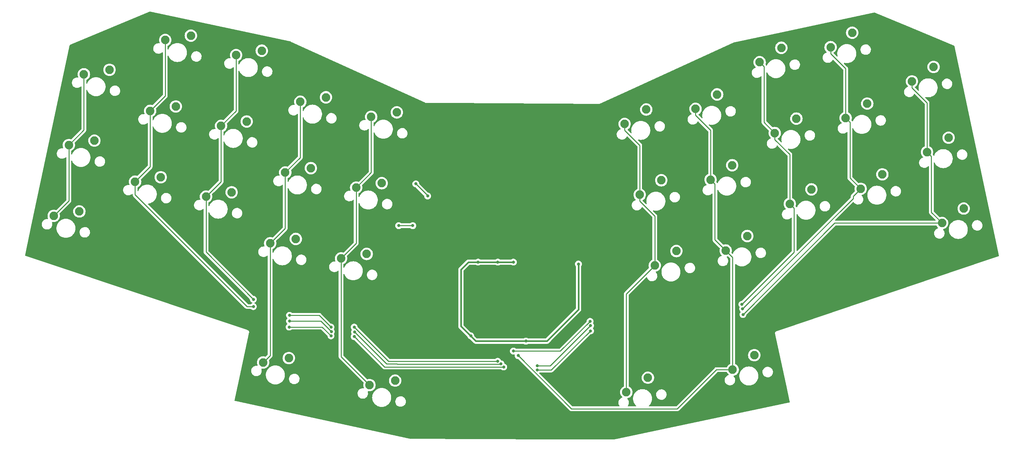
<source format=gbr>
%TF.GenerationSoftware,KiCad,Pcbnew,(6.0.4-0)*%
%TF.CreationDate,2023-01-26T20:21:59-08:00*%
%TF.ProjectId,chiffevo,63686966-6665-4766-9f2e-6b696361645f,v1.0.0*%
%TF.SameCoordinates,Original*%
%TF.FileFunction,Copper,L1,Top*%
%TF.FilePolarity,Positive*%
%FSLAX46Y46*%
G04 Gerber Fmt 4.6, Leading zero omitted, Abs format (unit mm)*
G04 Created by KiCad (PCBNEW (6.0.4-0)) date 2023-01-26 20:21:59*
%MOMM*%
%LPD*%
G01*
G04 APERTURE LIST*
%TA.AperFunction,ComponentPad*%
%ADD10C,2.250000*%
%TD*%
%TA.AperFunction,ViaPad*%
%ADD11C,0.800000*%
%TD*%
%TA.AperFunction,Conductor*%
%ADD12C,0.254000*%
%TD*%
%TA.AperFunction,Conductor*%
%ADD13C,0.381000*%
%TD*%
G04 APERTURE END LIST*
D10*
%TO.P,MX21,2,ROW*%
%TO.N,Net-(D21-Pad2)*%
X80164317Y-111957422D03*
%TO.P,MX21,1,COL*%
%TO.N,/COL0*%
X73424984Y-113121678D03*
%TD*%
%TO.P,MX20,2,ROW*%
%TO.N,Net-(D20-Pad2)*%
X308652307Y-92561559D03*
%TO.P,MX20,1,COL*%
%TO.N,/COL9*%
X302969165Y-96366294D03*
%TD*%
%TO.P,MX17,1,COL*%
%TO.N,/COL6*%
X246080449Y-103602244D03*
%TO.P,MX17,2,ROW*%
%TO.N,Net-(D17-Pad2)*%
X251763591Y-99797509D03*
%TD*%
%TO.P,MX18,1,COL*%
%TO.N,/COL7*%
X262946912Y-91327273D03*
%TO.P,MX18,2,ROW*%
%TO.N,Net-(D18-Pad2)*%
X268630054Y-87522538D03*
%TD*%
%TO.P,MX13,2,ROW*%
%TO.N,Net-(D13-Pad2)*%
X124147288Y-88284689D03*
%TO.P,MX13,1,COL*%
%TO.N,/COL2*%
X117407955Y-89448945D03*
%TD*%
%TO.P,MX10,1,COL*%
%TO.N,/COL9*%
X299008447Y-77732580D03*
%TO.P,MX10,2,ROW*%
%TO.N,Net-(D10-Pad2)*%
X304691589Y-73927845D03*
%TD*%
%TO.P,MX4,1,COL*%
%TO.N,/COL3*%
X138235136Y-83090205D03*
%TO.P,MX4,2,ROW*%
%TO.N,Net-(D4-Pad2)*%
X144974469Y-81925949D03*
%TD*%
%TO.P,MX27,1,COL*%
%TO.N,/COL6*%
X250041167Y-122235957D03*
%TO.P,MX27,2,ROW*%
%TO.N,Net-(D27-Pad2)*%
X255724309Y-118431222D03*
%TD*%
%TO.P,MX15,1,COL*%
%TO.N,/COL4*%
X152908128Y-105684636D03*
%TO.P,MX15,2,ROW*%
%TO.N,Net-(D15-Pad2)*%
X159647461Y-104520380D03*
%TD*%
%TO.P,MX1,1,COL*%
%TO.N,/COL0*%
X81346419Y-75854254D03*
%TO.P,MX1,2,ROW*%
%TO.N,Net-(D1-Pad2)*%
X88085752Y-74689998D03*
%TD*%
%TO.P,MX25,2,ROW*%
%TO.N,Net-(D25-Pad2)*%
X155686745Y-123154091D03*
%TO.P,MX25,1,COL*%
%TO.N,/COL4*%
X148947412Y-124318347D03*
%TD*%
%TO.P,MX3,1,COL*%
%TO.N,/COL2*%
X121368672Y-70815233D03*
%TO.P,MX3,2,ROW*%
%TO.N,Net-(D3-Pad2)*%
X128108005Y-69650977D03*
%TD*%
%TO.P,MX31,2,ROW*%
%TO.N,Net-(D31-Pad2)*%
X135219122Y-150547240D03*
%TO.P,MX31,1,COL*%
%TO.N,/COL3*%
X128479789Y-151711496D03*
%TD*%
%TO.P,MX24,2,ROW*%
%TO.N,Net-(D24-Pad2)*%
X137053032Y-119193373D03*
%TO.P,MX24,1,COL*%
%TO.N,/COL3*%
X130313699Y-120357629D03*
%TD*%
%TO.P,MX16,1,COL*%
%TO.N,/COL5*%
X227446737Y-107562962D03*
%TO.P,MX16,2,ROW*%
%TO.N,Net-(D16-Pad2)*%
X233129879Y-103758227D03*
%TD*%
%TO.P,MX32,2,ROW*%
%TO.N,Net-(D32-Pad2)*%
X163169690Y-156488316D03*
%TO.P,MX32,1,COL*%
%TO.N,/COL4*%
X156430357Y-157652572D03*
%TD*%
%TO.P,MX9,1,COL*%
%TO.N,/COL8*%
X277619905Y-68732843D03*
%TO.P,MX9,2,ROW*%
%TO.N,Net-(D9-Pad2)*%
X283303047Y-64928108D03*
%TD*%
%TO.P,MX2,2,ROW*%
%TO.N,Net-(D2-Pad2)*%
X109474294Y-65690260D03*
%TO.P,MX2,1,COL*%
%TO.N,/COL1*%
X102734961Y-66854516D03*
%TD*%
%TO.P,MX30,2,ROW*%
%TO.N,Net-(D30-Pad2)*%
X312613024Y-111195270D03*
%TO.P,MX30,1,COL*%
%TO.N,/COL9*%
X306929882Y-115000005D03*
%TD*%
%TO.P,MX34,2,ROW*%
%TO.N,Net-(D34-Pad2)*%
X257558220Y-149785087D03*
%TO.P,MX34,1,COL*%
%TO.N,/COL6*%
X251875078Y-153589822D03*
%TD*%
%TO.P,MX5,1,COL*%
%TO.N,/COL4*%
X156868847Y-87050924D03*
%TO.P,MX5,2,ROW*%
%TO.N,Net-(D5-Pad2)*%
X163608180Y-85886668D03*
%TD*%
%TO.P,MX28,2,ROW*%
%TO.N,Net-(D28-Pad2)*%
X272590771Y-106156250D03*
%TO.P,MX28,1,COL*%
%TO.N,/COL7*%
X266907629Y-109960985D03*
%TD*%
%TO.P,MX29,1,COL*%
%TO.N,/COL8*%
X285541340Y-106000267D03*
%TO.P,MX29,2,ROW*%
%TO.N,Net-(D29-Pad2)*%
X291224482Y-102195532D03*
%TD*%
%TO.P,MX7,1,COL*%
%TO.N,/COL6*%
X242119732Y-84968533D03*
%TO.P,MX7,2,ROW*%
%TO.N,Net-(D7-Pad2)*%
X247802874Y-81163798D03*
%TD*%
%TO.P,MX26,1,COL*%
%TO.N,/COL5*%
X231407455Y-126196673D03*
%TO.P,MX26,2,ROW*%
%TO.N,Net-(D26-Pad2)*%
X237090597Y-122391938D03*
%TD*%
%TO.P,MX19,1,COL*%
%TO.N,/COL8*%
X281580623Y-87366554D03*
%TO.P,MX19,2,ROW*%
%TO.N,Net-(D19-Pad2)*%
X287263765Y-83561819D03*
%TD*%
%TO.P,MX8,1,COL*%
%TO.N,/COL7*%
X258986193Y-72693560D03*
%TO.P,MX8,2,ROW*%
%TO.N,Net-(D8-Pad2)*%
X264669335Y-68888825D03*
%TD*%
%TO.P,MX12,2,ROW*%
%TO.N,Net-(D12-Pad2)*%
X105513576Y-84323972D03*
%TO.P,MX12,1,COL*%
%TO.N,/COL1*%
X98774243Y-85488228D03*
%TD*%
%TO.P,MX11,1,COL*%
%TO.N,/COL0*%
X77385703Y-94487966D03*
%TO.P,MX11,2,ROW*%
%TO.N,Net-(D11-Pad2)*%
X84125036Y-93323710D03*
%TD*%
%TO.P,MX22,1,COL*%
%TO.N,/COL1*%
X94813525Y-104121940D03*
%TO.P,MX22,2,ROW*%
%TO.N,Net-(D22-Pad2)*%
X101552858Y-102957684D03*
%TD*%
%TO.P,MX6,1,COL*%
%TO.N,/COL5*%
X223486018Y-88929251D03*
%TO.P,MX6,2,ROW*%
%TO.N,Net-(D6-Pad2)*%
X229169160Y-85124516D03*
%TD*%
%TO.P,MX23,2,ROW*%
%TO.N,Net-(D23-Pad2)*%
X120186570Y-106918401D03*
%TO.P,MX23,1,COL*%
%TO.N,/COL2*%
X113447237Y-108082657D03*
%TD*%
%TO.P,MX33,2,ROW*%
%TO.N,Net-(D33-Pad2)*%
X229607651Y-155726163D03*
%TO.P,MX33,1,COL*%
%TO.N,/COL5*%
X223924509Y-159530898D03*
%TD*%
%TO.P,MX14,1,COL*%
%TO.N,/COL3*%
X134274418Y-101723918D03*
%TO.P,MX14,2,ROW*%
%TO.N,Net-(D14-Pad2)*%
X141013751Y-100559662D03*
%TD*%
D11*
%TO.N,/COL9*%
X200500000Y-153700000D03*
X254600000Y-139100000D03*
X214500000Y-143400000D03*
%TO.N,/COL8*%
X214500000Y-142000000D03*
X254500000Y-137600000D03*
X200500000Y-152600000D03*
%TO.N,/COL7*%
X194250902Y-148722555D03*
X254300000Y-136400000D03*
X214400000Y-140900000D03*
%TO.N,/COL6*%
X195500000Y-149900000D03*
%TO.N,/COL1*%
X152500000Y-143700000D03*
X125900000Y-137000000D03*
X135400000Y-140800000D03*
X191000000Y-152100000D03*
X146400000Y-143600000D03*
%TO.N,/COL0*%
X191700000Y-152900000D03*
X152400000Y-144900000D03*
X146300000Y-144700000D03*
X135300000Y-142400000D03*
%TO.N,/COL2*%
X190100000Y-151400000D03*
X146300000Y-142400000D03*
X152400000Y-142400000D03*
X125900000Y-135100000D03*
X135400000Y-139300000D03*
%TO.N,/ROW1*%
X167800000Y-115700000D03*
X164100000Y-115700000D03*
%TO.N,/ROW0*%
X168600000Y-104700000D03*
X171700000Y-107900000D03*
%TO.N,GND*%
X189450000Y-136400000D03*
%TO.N,+5V*%
X183050000Y-144700000D03*
%TO.N,GND*%
X186750000Y-143100000D03*
%TO.N,+5V*%
X197550000Y-146100000D03*
%TO.N,GND*%
X196950000Y-137100000D03*
X203550000Y-138900000D03*
X205950000Y-131100000D03*
X189650000Y-130000000D03*
X192550000Y-129400000D03*
%TO.N,+5V*%
X184950000Y-125300000D03*
X190150000Y-125300000D03*
X194250000Y-125300000D03*
X211350000Y-125800000D03*
%TO.N,GND*%
X195250000Y-118300000D03*
X186650000Y-123600000D03*
X199950000Y-104100000D03*
X195050000Y-104000000D03*
%TD*%
D12*
%TO.N,/COL9*%
X204200000Y-153700000D02*
X200500000Y-153700000D01*
X214500000Y-143400000D02*
X204200000Y-153700000D01*
X278699995Y-115000005D02*
X254600000Y-139100000D01*
X306929882Y-115000005D02*
X278699995Y-115000005D01*
%TO.N,/COL8*%
X283575667Y-108524333D02*
X254500000Y-137600000D01*
X203900000Y-152600000D02*
X200500000Y-152600000D01*
X283575667Y-107965940D02*
X283575667Y-108524333D01*
X214500000Y-142000000D02*
X203900000Y-152600000D01*
X285541340Y-106000267D02*
X283575667Y-107965940D01*
%TO.N,/COL7*%
X214400000Y-140900000D02*
X206577445Y-148722555D01*
X266907629Y-109960985D02*
X268032629Y-111085985D01*
X268032629Y-111085985D02*
X268032629Y-122667371D01*
X206577445Y-148722555D02*
X194250902Y-148722555D01*
X268032629Y-122667371D02*
X254300000Y-136400000D01*
%TO.N,/COL6*%
X209500000Y-163900000D02*
X195500000Y-149900000D01*
X237300000Y-163900000D02*
X209500000Y-163900000D01*
X251875078Y-153589822D02*
X247610178Y-153589822D01*
X247610178Y-153589822D02*
X237300000Y-163900000D01*
%TO.N,/COL1*%
X190973489Y-152126511D02*
X191000000Y-152100000D01*
X163700000Y-152100000D02*
X163726511Y-152126511D01*
X163726511Y-152126511D02*
X190973489Y-152126511D01*
X94813525Y-107552214D02*
X124261311Y-137000000D01*
X124261311Y-137000000D02*
X125900000Y-137000000D01*
X143600000Y-140800000D02*
X146400000Y-143600000D01*
X135400000Y-140800000D02*
X143600000Y-140800000D01*
X152500000Y-143700000D02*
X160900000Y-152100000D01*
X94813525Y-104121940D02*
X94813525Y-107552214D01*
X160900000Y-152100000D02*
X163700000Y-152100000D01*
%TO.N,/COL0*%
X135300000Y-142400000D02*
X144000000Y-142400000D01*
X152400000Y-144900000D02*
X160400000Y-152900000D01*
X144000000Y-142400000D02*
X146300000Y-144700000D01*
X160400000Y-152900000D02*
X191700000Y-152900000D01*
%TO.N,/COL2*%
X143200000Y-139300000D02*
X146300000Y-142400000D01*
X152400000Y-142400000D02*
X161400000Y-151400000D01*
X113447237Y-108082657D02*
X113447237Y-122647237D01*
X135400000Y-139300000D02*
X143200000Y-139300000D01*
X161400000Y-151400000D02*
X190100000Y-151400000D01*
X113447237Y-122647237D02*
X125900000Y-135100000D01*
%TO.N,/ROW1*%
X164100000Y-115700000D02*
X167800000Y-115700000D01*
%TO.N,/ROW0*%
X168600000Y-104700000D02*
X171700000Y-107800000D01*
X171700000Y-107800000D02*
X171700000Y-107900000D01*
%TO.N,/COL5*%
X231407455Y-126196673D02*
X223924509Y-133679619D01*
X223924509Y-133679619D02*
X223924509Y-159530898D01*
X227446737Y-107562962D02*
X227446737Y-109255737D01*
X227446737Y-109255737D02*
X231407455Y-113216455D01*
X231407455Y-113216455D02*
X231407455Y-126196673D01*
X223486018Y-88929251D02*
X223486018Y-90622026D01*
X223486018Y-90622026D02*
X227446737Y-94582745D01*
X227446737Y-94582745D02*
X227446737Y-107562962D01*
%TO.N,/COL6*%
X250041167Y-122235957D02*
X251875078Y-124069868D01*
X251875078Y-124069868D02*
X251875078Y-153589822D01*
X246080449Y-103602244D02*
X247205449Y-104727244D01*
X247205449Y-119400239D02*
X250041167Y-122235957D01*
X247205449Y-104727244D02*
X247205449Y-119400239D01*
X242119732Y-84968533D02*
X242119732Y-86661308D01*
X242119732Y-86661308D02*
X246080449Y-90622025D01*
X246080449Y-90622025D02*
X246080449Y-103602244D01*
%TO.N,/COL7*%
X262946912Y-91327273D02*
X262946912Y-93020048D01*
X262946912Y-93020048D02*
X266907629Y-96980765D01*
X266907629Y-96980765D02*
X266907629Y-109960985D01*
X258986193Y-72693560D02*
X260111193Y-73818560D01*
X260111193Y-73818560D02*
X260111193Y-88491554D01*
X260111193Y-88491554D02*
X262946912Y-91327273D01*
%TO.N,/COL8*%
X281580623Y-87366554D02*
X282705623Y-88491554D01*
X282705623Y-103164550D02*
X285541340Y-106000267D01*
X282705623Y-88491554D02*
X282705623Y-103164550D01*
X277619905Y-68732843D02*
X277619905Y-70425618D01*
X277619905Y-70425618D02*
X281580623Y-74386336D01*
X281580623Y-74386336D02*
X281580623Y-87366554D01*
%TO.N,/COL9*%
X302969165Y-96366294D02*
X304094165Y-97491294D01*
X304094165Y-97491294D02*
X304094165Y-112164288D01*
X304094165Y-112164288D02*
X306929882Y-115000005D01*
X299008447Y-77732580D02*
X299008447Y-79425355D01*
X299008447Y-79425355D02*
X302969165Y-83386073D01*
X302969165Y-83386073D02*
X302969165Y-96366294D01*
%TO.N,/COL4*%
X148947412Y-124318347D02*
X148947412Y-150169627D01*
X148947412Y-150169627D02*
X156430357Y-157652572D01*
X152908128Y-105684636D02*
X152908128Y-120357631D01*
X152908128Y-120357631D02*
X148947412Y-124318347D01*
X156868847Y-87050924D02*
X156868847Y-101723917D01*
X156868847Y-101723917D02*
X152908128Y-105684636D01*
%TO.N,/COL3*%
X130313699Y-120357629D02*
X130313699Y-149877586D01*
X130313699Y-149877586D02*
X128479789Y-151711496D01*
X134274418Y-101723918D02*
X134274418Y-116396910D01*
X134274418Y-116396910D02*
X130313699Y-120357629D01*
X138235136Y-83090205D02*
X138235136Y-97763200D01*
X138235136Y-97763200D02*
X134274418Y-101723918D01*
%TO.N,/COL2*%
X117407955Y-89448945D02*
X117407955Y-104121939D01*
X117407955Y-104121939D02*
X113447237Y-108082657D01*
X121368672Y-70815233D02*
X121368672Y-85488228D01*
X121368672Y-85488228D02*
X117407955Y-89448945D01*
%TO.N,/COL1*%
X98774243Y-85488228D02*
X98774243Y-100161222D01*
X98774243Y-100161222D02*
X94813525Y-104121940D01*
X102734961Y-66854516D02*
X102734961Y-81527510D01*
X102734961Y-81527510D02*
X98774243Y-85488228D01*
%TO.N,/COL0*%
X77385703Y-94487966D02*
X77385703Y-109160959D01*
X77385703Y-109160959D02*
X73424984Y-113121678D01*
X81346419Y-75854254D02*
X81346419Y-90527250D01*
X81346419Y-90527250D02*
X77385703Y-94487966D01*
D13*
%TO.N,+5V*%
X190150000Y-125300000D02*
X194250000Y-125300000D01*
X182450000Y-125300000D02*
X190150000Y-125300000D01*
X180450000Y-127300000D02*
X182450000Y-125300000D01*
X184350000Y-146100000D02*
X180450000Y-142200000D01*
X203650000Y-145500000D02*
X203050000Y-146100000D01*
X203050000Y-146100000D02*
X184350000Y-146100000D01*
X211350000Y-137800000D02*
X203650000Y-145500000D01*
X211350000Y-125800000D02*
X211350000Y-137800000D01*
X180450000Y-142200000D02*
X180450000Y-127300000D01*
%TD*%
%TA.AperFunction,Conductor*%
%TO.N,GND*%
G36*
X135728876Y-67275142D02*
G01*
X135754141Y-67283495D01*
X171085612Y-83352329D01*
X171087716Y-83353311D01*
X171140988Y-83378754D01*
X171140990Y-83378755D01*
X171148964Y-83382563D01*
X171181562Y-83387860D01*
X171181595Y-83387865D01*
X171196523Y-83391248D01*
X171219781Y-83398052D01*
X171219784Y-83398052D01*
X171228263Y-83400533D01*
X171237098Y-83400534D01*
X171237099Y-83400534D01*
X171304140Y-83400541D01*
X171304948Y-83400544D01*
X177479535Y-83441435D01*
X216583229Y-83700400D01*
X216583259Y-83700400D01*
X216611180Y-83700673D01*
X216657952Y-83701131D01*
X216657955Y-83701131D01*
X216666789Y-83701217D01*
X216693906Y-83693574D01*
X216710780Y-83690062D01*
X216721640Y-83688580D01*
X216729952Y-83687446D01*
X216729953Y-83687446D01*
X216738701Y-83686252D01*
X216746765Y-83682650D01*
X216746768Y-83682649D01*
X216769880Y-83672325D01*
X216771196Y-83671790D01*
X216772815Y-83671334D01*
X216776754Y-83669532D01*
X216776765Y-83669527D01*
X216801706Y-83658114D01*
X216802728Y-83657652D01*
X216841665Y-83640258D01*
X216869601Y-83627779D01*
X216871118Y-83626489D01*
X216872814Y-83625572D01*
X222252246Y-81163798D01*
X246172348Y-81163798D01*
X246172730Y-81168652D01*
X246190611Y-81395851D01*
X246192422Y-81418868D01*
X246252152Y-81667658D01*
X246254014Y-81672153D01*
X246348092Y-81899277D01*
X246350065Y-81904041D01*
X246483751Y-82122197D01*
X246649918Y-82316754D01*
X246844475Y-82482921D01*
X247062631Y-82616607D01*
X247067131Y-82618471D01*
X247067135Y-82618473D01*
X247243464Y-82691511D01*
X247299014Y-82714520D01*
X247547804Y-82774250D01*
X247552648Y-82774631D01*
X247552653Y-82774632D01*
X247798020Y-82793942D01*
X247802874Y-82794324D01*
X247807728Y-82793942D01*
X248053095Y-82774632D01*
X248053100Y-82774631D01*
X248057944Y-82774250D01*
X248306734Y-82714520D01*
X248362284Y-82691511D01*
X248538613Y-82618473D01*
X248538617Y-82618471D01*
X248543117Y-82616607D01*
X248761273Y-82482921D01*
X248955830Y-82316754D01*
X249121997Y-82122197D01*
X249255683Y-81904041D01*
X249257657Y-81899277D01*
X249351734Y-81672153D01*
X249353596Y-81667658D01*
X249413326Y-81418868D01*
X249415138Y-81395851D01*
X249433018Y-81168652D01*
X249433400Y-81163798D01*
X249421931Y-81018065D01*
X249413708Y-80913577D01*
X249413707Y-80913572D01*
X249413326Y-80908728D01*
X249353596Y-80659938D01*
X249255683Y-80423555D01*
X249121997Y-80205399D01*
X248955830Y-80010842D01*
X248761273Y-79844675D01*
X248543117Y-79710989D01*
X248538617Y-79709125D01*
X248538613Y-79709123D01*
X248311229Y-79614938D01*
X248311230Y-79614938D01*
X248306734Y-79613076D01*
X248057944Y-79553346D01*
X248053100Y-79552965D01*
X248053095Y-79552964D01*
X247807728Y-79533654D01*
X247802874Y-79533272D01*
X247798020Y-79533654D01*
X247552653Y-79552964D01*
X247552648Y-79552965D01*
X247547804Y-79553346D01*
X247299014Y-79613076D01*
X247294518Y-79614938D01*
X247294519Y-79614938D01*
X247067135Y-79709123D01*
X247067131Y-79709125D01*
X247062631Y-79710989D01*
X246844475Y-79844675D01*
X246649918Y-80010842D01*
X246483751Y-80205399D01*
X246350065Y-80423555D01*
X246252152Y-80659938D01*
X246192422Y-80908728D01*
X246192041Y-80913572D01*
X246192040Y-80913577D01*
X246183817Y-81018065D01*
X246172348Y-81163798D01*
X222252246Y-81163798D01*
X233510602Y-76011669D01*
X249075336Y-68888825D01*
X263038809Y-68888825D01*
X263039191Y-68893679D01*
X263053680Y-69077779D01*
X263058883Y-69143895D01*
X263118613Y-69392685D01*
X263137894Y-69439234D01*
X263180619Y-69542380D01*
X263216526Y-69629068D01*
X263350212Y-69847224D01*
X263516379Y-70041781D01*
X263710936Y-70207948D01*
X263929092Y-70341634D01*
X263933592Y-70343498D01*
X263933596Y-70343500D01*
X264109925Y-70416538D01*
X264165475Y-70439547D01*
X264414265Y-70499277D01*
X264419109Y-70499658D01*
X264419114Y-70499659D01*
X264664481Y-70518969D01*
X264669335Y-70519351D01*
X264674189Y-70518969D01*
X264919556Y-70499659D01*
X264919561Y-70499658D01*
X264924405Y-70499277D01*
X265173195Y-70439547D01*
X265228745Y-70416538D01*
X265405074Y-70343500D01*
X265405078Y-70343498D01*
X265409578Y-70341634D01*
X265627734Y-70207948D01*
X265822291Y-70041781D01*
X265988458Y-69847224D01*
X266122144Y-69629068D01*
X266158052Y-69542380D01*
X266200776Y-69439234D01*
X266220057Y-69392685D01*
X266279787Y-69143895D01*
X266284991Y-69077779D01*
X266299479Y-68893679D01*
X266299861Y-68888825D01*
X266292237Y-68791945D01*
X266280169Y-68638604D01*
X266280168Y-68638599D01*
X266279787Y-68633755D01*
X266220057Y-68384965D01*
X266188670Y-68309191D01*
X266124010Y-68153086D01*
X266124008Y-68153082D01*
X266122144Y-68148582D01*
X265988458Y-67930426D01*
X265822291Y-67735869D01*
X265627734Y-67569702D01*
X265409578Y-67436016D01*
X265405078Y-67434152D01*
X265405074Y-67434150D01*
X265214734Y-67355309D01*
X265173195Y-67338103D01*
X264924405Y-67278373D01*
X264919561Y-67277992D01*
X264919556Y-67277991D01*
X264674189Y-67258681D01*
X264669335Y-67258299D01*
X264664481Y-67258681D01*
X264419114Y-67277991D01*
X264419109Y-67277992D01*
X264414265Y-67278373D01*
X264165475Y-67338103D01*
X264123936Y-67355309D01*
X263933596Y-67434150D01*
X263933592Y-67434152D01*
X263929092Y-67436016D01*
X263710936Y-67569702D01*
X263516379Y-67735869D01*
X263350212Y-67930426D01*
X263216526Y-68148582D01*
X263214662Y-68153082D01*
X263214660Y-68153086D01*
X263150000Y-68309191D01*
X263118613Y-68384965D01*
X263058883Y-68633755D01*
X263058502Y-68638599D01*
X263058501Y-68638604D01*
X263046433Y-68791945D01*
X263038809Y-68888825D01*
X249075336Y-68888825D01*
X252145576Y-67483800D01*
X252171408Y-67475261D01*
X264165597Y-64928108D01*
X281672521Y-64928108D01*
X281692595Y-65183178D01*
X281752325Y-65431968D01*
X281850238Y-65668351D01*
X281983924Y-65886507D01*
X282150091Y-66081064D01*
X282344648Y-66247231D01*
X282562804Y-66380917D01*
X282567304Y-66382781D01*
X282567308Y-66382783D01*
X282682515Y-66430503D01*
X282799187Y-66478830D01*
X283047977Y-66538560D01*
X283052821Y-66538941D01*
X283052826Y-66538942D01*
X283298193Y-66558252D01*
X283303047Y-66558634D01*
X283307901Y-66558252D01*
X283553268Y-66538942D01*
X283553273Y-66538941D01*
X283558117Y-66538560D01*
X283806907Y-66478830D01*
X283923579Y-66430503D01*
X284038786Y-66382783D01*
X284038790Y-66382781D01*
X284043290Y-66380917D01*
X284261446Y-66247231D01*
X284456003Y-66081064D01*
X284622170Y-65886507D01*
X284755856Y-65668351D01*
X284853769Y-65431968D01*
X284913499Y-65183178D01*
X284933573Y-64928108D01*
X284918456Y-64736019D01*
X284913881Y-64677887D01*
X284913880Y-64677882D01*
X284913499Y-64673038D01*
X284853769Y-64424248D01*
X284776395Y-64237451D01*
X284757722Y-64192369D01*
X284757720Y-64192365D01*
X284755856Y-64187865D01*
X284622170Y-63969709D01*
X284456003Y-63775152D01*
X284261446Y-63608985D01*
X284043290Y-63475299D01*
X284038790Y-63473435D01*
X284038786Y-63473433D01*
X283811402Y-63379248D01*
X283811403Y-63379248D01*
X283806907Y-63377386D01*
X283558117Y-63317656D01*
X283553273Y-63317275D01*
X283553268Y-63317274D01*
X283307901Y-63297964D01*
X283303047Y-63297582D01*
X283298193Y-63297964D01*
X283052826Y-63317274D01*
X283052821Y-63317275D01*
X283047977Y-63317656D01*
X282799187Y-63377386D01*
X282794691Y-63379248D01*
X282794692Y-63379248D01*
X282567308Y-63473433D01*
X282567304Y-63473435D01*
X282562804Y-63475299D01*
X282344648Y-63608985D01*
X282150091Y-63775152D01*
X281983924Y-63969709D01*
X281850238Y-64187865D01*
X281848374Y-64192365D01*
X281848372Y-64192369D01*
X281829699Y-64237451D01*
X281752325Y-64424248D01*
X281692595Y-64673038D01*
X281692214Y-64677882D01*
X281692213Y-64677887D01*
X281687638Y-64736019D01*
X281672521Y-64928108D01*
X264165597Y-64928108D01*
X289113871Y-59629953D01*
X289187246Y-59636755D01*
X297989685Y-63297582D01*
X310104938Y-68336169D01*
X310159278Y-68380087D01*
X310178613Y-68424887D01*
X321894145Y-123556800D01*
X321895039Y-123561009D01*
X321889719Y-123630675D01*
X321847579Y-123686407D01*
X321813556Y-123704219D01*
X302337134Y-130306396D01*
X263375495Y-143513731D01*
X263361018Y-143517679D01*
X263336236Y-143522850D01*
X263336234Y-143522851D01*
X263327583Y-143524656D01*
X263319788Y-143528816D01*
X263319785Y-143528817D01*
X263270182Y-143555288D01*
X263267858Y-143556497D01*
X263217667Y-143581934D01*
X263217665Y-143581936D01*
X263209787Y-143585928D01*
X263205854Y-143589618D01*
X263201100Y-143592155D01*
X263154591Y-143637678D01*
X263152713Y-143639478D01*
X263105235Y-143684025D01*
X263102497Y-143688668D01*
X263098645Y-143692439D01*
X263094321Y-143700141D01*
X263094319Y-143700143D01*
X263066793Y-143749168D01*
X263065486Y-143751439D01*
X263036904Y-143799915D01*
X263036902Y-143799919D01*
X263032419Y-143807523D01*
X263031094Y-143812749D01*
X263028456Y-143817448D01*
X263016501Y-143869178D01*
X263013799Y-143880867D01*
X263013203Y-143883330D01*
X262997192Y-143946494D01*
X262997387Y-143951879D01*
X262996173Y-143957133D01*
X262996679Y-143965946D01*
X262996679Y-143965948D01*
X262999905Y-144022110D01*
X263000028Y-144024729D01*
X263001383Y-144062106D01*
X263002385Y-144089767D01*
X263005169Y-144098148D01*
X263014369Y-144125843D01*
X263017919Y-144138861D01*
X265937261Y-157713796D01*
X266819706Y-161817164D01*
X266879003Y-162092897D01*
X266873854Y-162162577D01*
X266831850Y-162218411D01*
X266783491Y-162240272D01*
X220761396Y-171996561D01*
X220735224Y-171999256D01*
X204171539Y-171937681D01*
X167067449Y-171799747D01*
X167041698Y-171796946D01*
X121016153Y-161842814D01*
X120954790Y-161809403D01*
X120921231Y-161748120D01*
X120921166Y-161695411D01*
X122367919Y-155004177D01*
X122613814Y-153866914D01*
X125330505Y-153866914D01*
X125339263Y-154100180D01*
X125340340Y-154105314D01*
X125340341Y-154105320D01*
X125384042Y-154313594D01*
X125387198Y-154328636D01*
X125389127Y-154333520D01*
X125389128Y-154333524D01*
X125428652Y-154433604D01*
X125472940Y-154545750D01*
X125594038Y-154745313D01*
X125747028Y-154921619D01*
X125804167Y-154968470D01*
X125905208Y-155051318D01*
X125927537Y-155069627D01*
X126130404Y-155185105D01*
X126349827Y-155264752D01*
X126579532Y-155306289D01*
X126583607Y-155306481D01*
X126583614Y-155306482D01*
X126602550Y-155307375D01*
X126602568Y-155307375D01*
X126604001Y-155307443D01*
X126768054Y-155307443D01*
X126770670Y-155307221D01*
X126770671Y-155307221D01*
X126936808Y-155293124D01*
X126942041Y-155292680D01*
X127167985Y-155234036D01*
X127365488Y-155145068D01*
X129184036Y-155145068D01*
X129184524Y-155148928D01*
X129184524Y-155148934D01*
X129221670Y-155442973D01*
X129223374Y-155456462D01*
X129224344Y-155460240D01*
X129224345Y-155460245D01*
X129239950Y-155521022D01*
X129301430Y-155760470D01*
X129302862Y-155764087D01*
X129302864Y-155764093D01*
X129326591Y-155824020D01*
X129416973Y-156052298D01*
X129418848Y-156055708D01*
X129418850Y-156055713D01*
X129535629Y-156268133D01*
X129568180Y-156327343D01*
X129570470Y-156330494D01*
X129570470Y-156330495D01*
X129685134Y-156488316D01*
X129752668Y-156581268D01*
X129967526Y-156810069D01*
X129970531Y-156812555D01*
X130050993Y-156879119D01*
X130209366Y-157010136D01*
X130212653Y-157012222D01*
X130297097Y-157065812D01*
X130474374Y-157178315D01*
X130477892Y-157179970D01*
X130477893Y-157179971D01*
X130754851Y-157310298D01*
X130754856Y-157310300D01*
X130758371Y-157311954D01*
X130762068Y-157313155D01*
X130762075Y-157313158D01*
X131053167Y-157407740D01*
X131053174Y-157407742D01*
X131056877Y-157408945D01*
X131365187Y-157467758D01*
X131369079Y-157468003D01*
X131369080Y-157468003D01*
X131598081Y-157482411D01*
X131598097Y-157482411D01*
X131600044Y-157482534D01*
X131756828Y-157482534D01*
X131758775Y-157482411D01*
X131758791Y-157482411D01*
X131987792Y-157468003D01*
X131987793Y-157468003D01*
X131991685Y-157467758D01*
X132299995Y-157408945D01*
X132303698Y-157407742D01*
X132303705Y-157407740D01*
X132594797Y-157313158D01*
X132594804Y-157313155D01*
X132598501Y-157311954D01*
X132602016Y-157310300D01*
X132602021Y-157310298D01*
X132878979Y-157179971D01*
X132878980Y-157179970D01*
X132882498Y-157178315D01*
X133059775Y-157065812D01*
X133144219Y-157012222D01*
X133147506Y-157010136D01*
X133305879Y-156879119D01*
X133386341Y-156812555D01*
X133389346Y-156810069D01*
X133604204Y-156581268D01*
X133671738Y-156488316D01*
X133786402Y-156330495D01*
X133786402Y-156330494D01*
X133788692Y-156327343D01*
X133821243Y-156268133D01*
X133938022Y-156055713D01*
X133938024Y-156055708D01*
X133939899Y-156052298D01*
X133968803Y-155979296D01*
X135268485Y-155979296D01*
X135277243Y-156212562D01*
X135278320Y-156217696D01*
X135278321Y-156217702D01*
X135317283Y-156403393D01*
X135325178Y-156441018D01*
X135327107Y-156445902D01*
X135327108Y-156445906D01*
X135341940Y-156483462D01*
X135410920Y-156658132D01*
X135532018Y-156857695D01*
X135685008Y-157034001D01*
X135865517Y-157182009D01*
X136068384Y-157297487D01*
X136287807Y-157377134D01*
X136517512Y-157418671D01*
X136521587Y-157418863D01*
X136521594Y-157418864D01*
X136540530Y-157419757D01*
X136540548Y-157419757D01*
X136541981Y-157419825D01*
X136706034Y-157419825D01*
X136708650Y-157419603D01*
X136708651Y-157419603D01*
X136825655Y-157409675D01*
X136880021Y-157405062D01*
X137105965Y-157346418D01*
X137318799Y-157250544D01*
X137512436Y-157120180D01*
X137627792Y-157010136D01*
X137677538Y-156962680D01*
X137681339Y-156959054D01*
X137820680Y-156771773D01*
X137837578Y-156738537D01*
X137924092Y-156568378D01*
X137924094Y-156568373D01*
X137926474Y-156563692D01*
X137995696Y-156340761D01*
X137997057Y-156330495D01*
X138025678Y-156114556D01*
X138025678Y-156114550D01*
X138026367Y-156109354D01*
X138017609Y-155876088D01*
X138005631Y-155818997D01*
X137970754Y-155652778D01*
X137970753Y-155652775D01*
X137969674Y-155647632D01*
X137945619Y-155586719D01*
X137921228Y-155524958D01*
X137883932Y-155430518D01*
X137762834Y-155230955D01*
X137609844Y-155054649D01*
X137465701Y-154936459D01*
X137433394Y-154909969D01*
X137433393Y-154909968D01*
X137429335Y-154906641D01*
X137226468Y-154791163D01*
X137007045Y-154711516D01*
X136777340Y-154669979D01*
X136773265Y-154669787D01*
X136773258Y-154669786D01*
X136754322Y-154668893D01*
X136754304Y-154668893D01*
X136752871Y-154668825D01*
X136588818Y-154668825D01*
X136586202Y-154669047D01*
X136586201Y-154669047D01*
X136473280Y-154678629D01*
X136414831Y-154683588D01*
X136188887Y-154742232D01*
X135976053Y-154838106D01*
X135782416Y-154968470D01*
X135778621Y-154972090D01*
X135778620Y-154972091D01*
X135703949Y-155043324D01*
X135613513Y-155129596D01*
X135474172Y-155316877D01*
X135471793Y-155321555D01*
X135471793Y-155321556D01*
X135401280Y-155460245D01*
X135368378Y-155524958D01*
X135366819Y-155529978D01*
X135366818Y-155529981D01*
X135342994Y-155606707D01*
X135299156Y-155747889D01*
X135298465Y-155753099D01*
X135298465Y-155753101D01*
X135272790Y-155946817D01*
X135268485Y-155979296D01*
X133968803Y-155979296D01*
X134030281Y-155824020D01*
X134054008Y-155764093D01*
X134054010Y-155764087D01*
X134055442Y-155760470D01*
X134116922Y-155521022D01*
X134132527Y-155460245D01*
X134132528Y-155460240D01*
X134133498Y-155456462D01*
X134135203Y-155442973D01*
X134172348Y-155148934D01*
X134172348Y-155148928D01*
X134172836Y-155145068D01*
X134172836Y-154831200D01*
X134168106Y-154793758D01*
X134133988Y-154523681D01*
X134133987Y-154523674D01*
X134133498Y-154519806D01*
X134130939Y-154509837D01*
X134093419Y-154363710D01*
X134055442Y-154215798D01*
X134050665Y-154203731D01*
X133970862Y-154002174D01*
X133939899Y-153923970D01*
X133908533Y-153866914D01*
X133790571Y-153652343D01*
X133788692Y-153648925D01*
X133761992Y-153612175D01*
X133606489Y-153398145D01*
X133604204Y-153395000D01*
X133591700Y-153381684D01*
X133518761Y-153304012D01*
X133389346Y-153166199D01*
X133329788Y-153116928D01*
X133150505Y-152968613D01*
X133147506Y-152966132D01*
X133084341Y-152926046D01*
X132885785Y-152800039D01*
X132882498Y-152797953D01*
X132861126Y-152787896D01*
X132602021Y-152665970D01*
X132602016Y-152665968D01*
X132598501Y-152664314D01*
X132594804Y-152663113D01*
X132594797Y-152663110D01*
X132303705Y-152568528D01*
X132303698Y-152568526D01*
X132299995Y-152567323D01*
X131991685Y-152508510D01*
X131987793Y-152508265D01*
X131987792Y-152508265D01*
X131758791Y-152493857D01*
X131758775Y-152493857D01*
X131756828Y-152493734D01*
X131600044Y-152493734D01*
X131598097Y-152493857D01*
X131598081Y-152493857D01*
X131369080Y-152508265D01*
X131369079Y-152508265D01*
X131365187Y-152508510D01*
X131056877Y-152567323D01*
X131053174Y-152568526D01*
X131053167Y-152568528D01*
X130762075Y-152663110D01*
X130762068Y-152663113D01*
X130758371Y-152664314D01*
X130754856Y-152665968D01*
X130754851Y-152665970D01*
X130495746Y-152787896D01*
X130474374Y-152797953D01*
X130471087Y-152800039D01*
X130272532Y-152926046D01*
X130209366Y-152966132D01*
X130206367Y-152968613D01*
X130027085Y-153116928D01*
X129967526Y-153166199D01*
X129838111Y-153304012D01*
X129765173Y-153381684D01*
X129752668Y-153395000D01*
X129750383Y-153398145D01*
X129594881Y-153612175D01*
X129568180Y-153648925D01*
X129566301Y-153652343D01*
X129448340Y-153866914D01*
X129416973Y-153923970D01*
X129386010Y-154002174D01*
X129306208Y-154203731D01*
X129301430Y-154215798D01*
X129263453Y-154363710D01*
X129225934Y-154509837D01*
X129223374Y-154519806D01*
X129222885Y-154523674D01*
X129222884Y-154523681D01*
X129188766Y-154793758D01*
X129184036Y-154831200D01*
X129184036Y-155145068D01*
X127365488Y-155145068D01*
X127380819Y-155138162D01*
X127574456Y-155007798D01*
X127611887Y-154972091D01*
X127739558Y-154850298D01*
X127743359Y-154846672D01*
X127882700Y-154659391D01*
X127898882Y-154627563D01*
X127986112Y-154455996D01*
X127986114Y-154455991D01*
X127988494Y-154451310D01*
X128003032Y-154404492D01*
X128056156Y-154233403D01*
X128057716Y-154228379D01*
X128058884Y-154219570D01*
X128087698Y-154002174D01*
X128087698Y-154002168D01*
X128088387Y-153996972D01*
X128081908Y-153824401D01*
X128079826Y-153768950D01*
X128079826Y-153768949D01*
X128079629Y-153763706D01*
X128078537Y-153758498D01*
X128032774Y-153540396D01*
X128032773Y-153540393D01*
X128031694Y-153535250D01*
X128029237Y-153529027D01*
X128013063Y-153488072D01*
X128006004Y-153470198D01*
X127999688Y-153400615D01*
X128031994Y-153338663D01*
X128092666Y-153304012D01*
X128150283Y-153304078D01*
X128219986Y-153320812D01*
X128219990Y-153320813D01*
X128224719Y-153321948D01*
X128229563Y-153322329D01*
X128229568Y-153322330D01*
X128474935Y-153341640D01*
X128479789Y-153342022D01*
X128484643Y-153341640D01*
X128730010Y-153322330D01*
X128730015Y-153322329D01*
X128734859Y-153321948D01*
X128983649Y-153262218D01*
X129123005Y-153204495D01*
X129215528Y-153166171D01*
X129215532Y-153166169D01*
X129220032Y-153164305D01*
X129438188Y-153030619D01*
X129632745Y-152864452D01*
X129798912Y-152669895D01*
X129932598Y-152451739D01*
X129946489Y-152418205D01*
X130023734Y-152231716D01*
X130030511Y-152215356D01*
X130090241Y-151966566D01*
X130091324Y-151952815D01*
X130109933Y-151716350D01*
X130110315Y-151711496D01*
X130090241Y-151456426D01*
X130030511Y-151207636D01*
X130015518Y-151171440D01*
X130008049Y-151101971D01*
X130042398Y-151036306D01*
X130531464Y-150547240D01*
X133588596Y-150547240D01*
X133588978Y-150552094D01*
X133605537Y-150762496D01*
X133608670Y-150802310D01*
X133668400Y-151051100D01*
X133670262Y-151055595D01*
X133744718Y-151235347D01*
X133766313Y-151287483D01*
X133899999Y-151505639D01*
X134066166Y-151700196D01*
X134260723Y-151866363D01*
X134478879Y-152000049D01*
X134483379Y-152001913D01*
X134483383Y-152001915D01*
X134572567Y-152038856D01*
X134715262Y-152097962D01*
X134964052Y-152157692D01*
X134968896Y-152158073D01*
X134968901Y-152158074D01*
X135214268Y-152177384D01*
X135219122Y-152177766D01*
X135223976Y-152177384D01*
X135469343Y-152158074D01*
X135469348Y-152158073D01*
X135474192Y-152157692D01*
X135722982Y-152097962D01*
X135865677Y-152038856D01*
X135954861Y-152001915D01*
X135954865Y-152001913D01*
X135959365Y-152000049D01*
X136177521Y-151866363D01*
X136372078Y-151700196D01*
X136538245Y-151505639D01*
X136671931Y-151287483D01*
X136693527Y-151235347D01*
X136767982Y-151055595D01*
X136769844Y-151051100D01*
X136829574Y-150802310D01*
X136832708Y-150762496D01*
X136849266Y-150552094D01*
X136849648Y-150547240D01*
X136839109Y-150413326D01*
X136829956Y-150297019D01*
X136829955Y-150297014D01*
X136829574Y-150292170D01*
X136769844Y-150043380D01*
X136746835Y-149987830D01*
X136673797Y-149811501D01*
X136673795Y-149811497D01*
X136671931Y-149806997D01*
X136538245Y-149588841D01*
X136372078Y-149394284D01*
X136177521Y-149228117D01*
X135959365Y-149094431D01*
X135954865Y-149092567D01*
X135954861Y-149092565D01*
X135727477Y-148998380D01*
X135727478Y-148998380D01*
X135722982Y-148996518D01*
X135474192Y-148936788D01*
X135469348Y-148936407D01*
X135469343Y-148936406D01*
X135223976Y-148917096D01*
X135219122Y-148916714D01*
X135214268Y-148917096D01*
X134968901Y-148936406D01*
X134968896Y-148936407D01*
X134964052Y-148936788D01*
X134715262Y-148996518D01*
X134710766Y-148998380D01*
X134710767Y-148998380D01*
X134483383Y-149092565D01*
X134483379Y-149092567D01*
X134478879Y-149094431D01*
X134260723Y-149228117D01*
X134066166Y-149394284D01*
X133899999Y-149588841D01*
X133766313Y-149806997D01*
X133764449Y-149811497D01*
X133764447Y-149811501D01*
X133691409Y-149987830D01*
X133668400Y-150043380D01*
X133608670Y-150292170D01*
X133608289Y-150297014D01*
X133608288Y-150297019D01*
X133599135Y-150413326D01*
X133588596Y-150547240D01*
X130531464Y-150547240D01*
X130702222Y-150376482D01*
X130710451Y-150368994D01*
X130716861Y-150364926D01*
X130763051Y-150315739D01*
X130765762Y-150312942D01*
X130785322Y-150293382D01*
X130787797Y-150290191D01*
X130795383Y-150281309D01*
X130807346Y-150268570D01*
X130825392Y-150249353D01*
X130829146Y-150242525D01*
X130829148Y-150242522D01*
X130835089Y-150231714D01*
X130845773Y-150215449D01*
X130853330Y-150205707D01*
X130853331Y-150205705D01*
X130858107Y-150199548D01*
X130875513Y-150159326D01*
X130880653Y-150148833D01*
X130898013Y-150117257D01*
X130898015Y-150117252D01*
X130901771Y-150110420D01*
X130906778Y-150090920D01*
X130913079Y-150072516D01*
X130917971Y-150061210D01*
X130921072Y-150054045D01*
X130927927Y-150010763D01*
X130930296Y-149999324D01*
X130939258Y-149964417D01*
X130941199Y-149956858D01*
X130941199Y-149936721D01*
X130942726Y-149917324D01*
X130944652Y-149905164D01*
X130944652Y-149905162D01*
X130945873Y-149897453D01*
X130943892Y-149876490D01*
X130941749Y-149853825D01*
X130941199Y-149842156D01*
X130941199Y-142400000D01*
X134394540Y-142400000D01*
X134414326Y-142588256D01*
X134472821Y-142768284D01*
X134567467Y-142932216D01*
X134571813Y-142937043D01*
X134571814Y-142937044D01*
X134584478Y-142951109D01*
X134694129Y-143072888D01*
X134699387Y-143076708D01*
X134699388Y-143076709D01*
X134770699Y-143128519D01*
X134847270Y-143184151D01*
X135020197Y-143261144D01*
X135088637Y-143275691D01*
X135198991Y-143299148D01*
X135198996Y-143299148D01*
X135205354Y-143300500D01*
X135394646Y-143300500D01*
X135401004Y-143299148D01*
X135401009Y-143299148D01*
X135511363Y-143275691D01*
X135579803Y-143261144D01*
X135752730Y-143184151D01*
X135829300Y-143128520D01*
X135900612Y-143076709D01*
X135900613Y-143076708D01*
X135905871Y-143072888D01*
X135910220Y-143068058D01*
X135915049Y-143063710D01*
X135915965Y-143064727D01*
X135969289Y-143031878D01*
X136001947Y-143027500D01*
X143688719Y-143027500D01*
X143755758Y-143047185D01*
X143776400Y-143063819D01*
X145361371Y-144648790D01*
X145394856Y-144710113D01*
X145397011Y-144723509D01*
X145414326Y-144888256D01*
X145472821Y-145068284D01*
X145476068Y-145073909D01*
X145476069Y-145073910D01*
X145484352Y-145088256D01*
X145567467Y-145232216D01*
X145571813Y-145237043D01*
X145571814Y-145237044D01*
X145640390Y-145313205D01*
X145694129Y-145372888D01*
X145847270Y-145484151D01*
X146020197Y-145561144D01*
X146075449Y-145572888D01*
X146198991Y-145599148D01*
X146198996Y-145599148D01*
X146205354Y-145600500D01*
X146394646Y-145600500D01*
X146401004Y-145599148D01*
X146401009Y-145599148D01*
X146524551Y-145572888D01*
X146579803Y-145561144D01*
X146752730Y-145484151D01*
X146905871Y-145372888D01*
X146959610Y-145313205D01*
X147028186Y-145237044D01*
X147028187Y-145237043D01*
X147032533Y-145232216D01*
X147115648Y-145088256D01*
X147123931Y-145073910D01*
X147123932Y-145073909D01*
X147127179Y-145068284D01*
X147185674Y-144888256D01*
X147205460Y-144700000D01*
X147185674Y-144511744D01*
X147127179Y-144331716D01*
X147117009Y-144314100D01*
X147104136Y-144291804D01*
X147087663Y-144223903D01*
X147110516Y-144157877D01*
X147119375Y-144146830D01*
X147128182Y-144137049D01*
X147128185Y-144137045D01*
X147132533Y-144132216D01*
X147135783Y-144126587D01*
X147223931Y-143973910D01*
X147223932Y-143973909D01*
X147227179Y-143968284D01*
X147285674Y-143788256D01*
X147305460Y-143600000D01*
X147285674Y-143411744D01*
X147227179Y-143231716D01*
X147219379Y-143218205D01*
X147135781Y-143073410D01*
X147132533Y-143067784D01*
X147084194Y-143014099D01*
X147053965Y-142951109D01*
X147062589Y-142881773D01*
X147068957Y-142869127D01*
X147069733Y-142867784D01*
X147127179Y-142768284D01*
X147185674Y-142588256D01*
X147205460Y-142400000D01*
X147185674Y-142211744D01*
X147127179Y-142031716D01*
X147112598Y-142006460D01*
X147059088Y-141913778D01*
X147032533Y-141867784D01*
X146905871Y-141727112D01*
X146752730Y-141615849D01*
X146579803Y-141538856D01*
X146511363Y-141524309D01*
X146401009Y-141500852D01*
X146401004Y-141500852D01*
X146394646Y-141499500D01*
X146338281Y-141499500D01*
X146271242Y-141479815D01*
X146250600Y-141463181D01*
X143698896Y-138911477D01*
X143691408Y-138903248D01*
X143687340Y-138896838D01*
X143638153Y-138850648D01*
X143635356Y-138847937D01*
X143615796Y-138828377D01*
X143612605Y-138825902D01*
X143603723Y-138818316D01*
X143577450Y-138793644D01*
X143571767Y-138788307D01*
X143564939Y-138784553D01*
X143564936Y-138784551D01*
X143557994Y-138780735D01*
X143554125Y-138778608D01*
X143537863Y-138767926D01*
X143537680Y-138767784D01*
X143521962Y-138755592D01*
X143481732Y-138738182D01*
X143471248Y-138733046D01*
X143458595Y-138726090D01*
X143432834Y-138711928D01*
X143425281Y-138709989D01*
X143425279Y-138709988D01*
X143413340Y-138706923D01*
X143394928Y-138700619D01*
X143383617Y-138695724D01*
X143383616Y-138695724D01*
X143376458Y-138692626D01*
X143368758Y-138691406D01*
X143368756Y-138691406D01*
X143333161Y-138685769D01*
X143321720Y-138683399D01*
X143286828Y-138674440D01*
X143286827Y-138674440D01*
X143279272Y-138672500D01*
X143259141Y-138672500D01*
X143239743Y-138670973D01*
X143227576Y-138669046D01*
X143219867Y-138667825D01*
X143212102Y-138668559D01*
X143212099Y-138668559D01*
X143176231Y-138671950D01*
X143164561Y-138672500D01*
X136101947Y-138672500D01*
X136034908Y-138652815D01*
X136015229Y-138636090D01*
X136015049Y-138636290D01*
X136010220Y-138631942D01*
X136005871Y-138627112D01*
X135852730Y-138515849D01*
X135679803Y-138438856D01*
X135611363Y-138424309D01*
X135501009Y-138400852D01*
X135501004Y-138400852D01*
X135494646Y-138399500D01*
X135305354Y-138399500D01*
X135298996Y-138400852D01*
X135298991Y-138400852D01*
X135188637Y-138424309D01*
X135120197Y-138438856D01*
X134947270Y-138515849D01*
X134794129Y-138627112D01*
X134789780Y-138631942D01*
X134705009Y-138726090D01*
X134667467Y-138767784D01*
X134664219Y-138773410D01*
X134580622Y-138918205D01*
X134572821Y-138931716D01*
X134514326Y-139111744D01*
X134494540Y-139300000D01*
X134514326Y-139488256D01*
X134572821Y-139668284D01*
X134667467Y-139832216D01*
X134753262Y-139927500D01*
X134788853Y-139967028D01*
X134819083Y-140030019D01*
X134810458Y-140099354D01*
X134788854Y-140132971D01*
X134667467Y-140267784D01*
X134664219Y-140273410D01*
X134612520Y-140362956D01*
X134572821Y-140431716D01*
X134514326Y-140611744D01*
X134494540Y-140800000D01*
X134514326Y-140988256D01*
X134572821Y-141168284D01*
X134667467Y-141332216D01*
X134793609Y-141472310D01*
X134794129Y-141472888D01*
X134794023Y-141472983D01*
X134829145Y-141529987D01*
X134827817Y-141599844D01*
X134788932Y-141657893D01*
X134782410Y-141662972D01*
X134694129Y-141727112D01*
X134567467Y-141867784D01*
X134540912Y-141913778D01*
X134487403Y-142006460D01*
X134472821Y-142031716D01*
X134414326Y-142211744D01*
X134394540Y-142400000D01*
X130941199Y-142400000D01*
X130941199Y-126473765D01*
X145798128Y-126473765D01*
X145806886Y-126707031D01*
X145807963Y-126712165D01*
X145807964Y-126712171D01*
X145846926Y-126897862D01*
X145854821Y-126935487D01*
X145856750Y-126940371D01*
X145856751Y-126940375D01*
X145878650Y-126995826D01*
X145940563Y-127152601D01*
X146061661Y-127352164D01*
X146214651Y-127528470D01*
X146271790Y-127575321D01*
X146372831Y-127658169D01*
X146395160Y-127676478D01*
X146598027Y-127791956D01*
X146817450Y-127871603D01*
X147047155Y-127913140D01*
X147051230Y-127913332D01*
X147051237Y-127913333D01*
X147070173Y-127914226D01*
X147070191Y-127914226D01*
X147071624Y-127914294D01*
X147235677Y-127914294D01*
X147238293Y-127914072D01*
X147238294Y-127914072D01*
X147404431Y-127899975D01*
X147409664Y-127899531D01*
X147635608Y-127840887D01*
X147848442Y-127745013D01*
X148042079Y-127614649D01*
X148045876Y-127611027D01*
X148045882Y-127611022D01*
X148110321Y-127549550D01*
X148172416Y-127517518D01*
X148241970Y-127524143D01*
X148296902Y-127567321D01*
X148319912Y-127639272D01*
X148319912Y-150091582D01*
X148319388Y-150102694D01*
X148317732Y-150110104D01*
X148317977Y-150117903D01*
X148319851Y-150177546D01*
X148319912Y-150181440D01*
X148319912Y-150209103D01*
X148320418Y-150213109D01*
X148321334Y-150224740D01*
X148321893Y-150242522D01*
X148322401Y-150258687D01*
X148322711Y-150268570D01*
X148328194Y-150287440D01*
X148328328Y-150287902D01*
X148332274Y-150306957D01*
X148334796Y-150326920D01*
X148337668Y-150334174D01*
X148337669Y-150334178D01*
X148350931Y-150367675D01*
X148354715Y-150378727D01*
X148366944Y-150420818D01*
X148373685Y-150432216D01*
X148377192Y-150438146D01*
X148385749Y-150455615D01*
X148393159Y-150474330D01*
X148418933Y-150509804D01*
X148425325Y-150519535D01*
X148447649Y-150557283D01*
X148461881Y-150571515D01*
X148474518Y-150586311D01*
X148481761Y-150596281D01*
X148481767Y-150596287D01*
X148486349Y-150602594D01*
X148492359Y-150607566D01*
X148492360Y-150607567D01*
X148520118Y-150630530D01*
X148528759Y-150638393D01*
X154867748Y-156977382D01*
X154901233Y-157038705D01*
X154894628Y-157112516D01*
X154879635Y-157148712D01*
X154819905Y-157397502D01*
X154819524Y-157402346D01*
X154819523Y-157402351D01*
X154803627Y-157604337D01*
X154799831Y-157652572D01*
X154800213Y-157657426D01*
X154812220Y-157809987D01*
X154819905Y-157907642D01*
X154879635Y-158156432D01*
X154903872Y-158214944D01*
X154953193Y-158334016D01*
X154960662Y-158403485D01*
X154929387Y-158465965D01*
X154869298Y-158501617D01*
X154816568Y-158503490D01*
X154793951Y-158499400D01*
X154793944Y-158499399D01*
X154789928Y-158498673D01*
X154785853Y-158498481D01*
X154785846Y-158498480D01*
X154766910Y-158497587D01*
X154766892Y-158497587D01*
X154765459Y-158497519D01*
X154601406Y-158497519D01*
X154598790Y-158497741D01*
X154598789Y-158497741D01*
X154485868Y-158507323D01*
X154427419Y-158512282D01*
X154201475Y-158570926D01*
X153988641Y-158666800D01*
X153795004Y-158797164D01*
X153791209Y-158800784D01*
X153791208Y-158800785D01*
X153677048Y-158909689D01*
X153626101Y-158958290D01*
X153486760Y-159145571D01*
X153484381Y-159150249D01*
X153484381Y-159150250D01*
X153416838Y-159283098D01*
X153380966Y-159353652D01*
X153379407Y-159358672D01*
X153379406Y-159358675D01*
X153355582Y-159435401D01*
X153311744Y-159576583D01*
X153311053Y-159581793D01*
X153311053Y-159581795D01*
X153283365Y-159790698D01*
X153281073Y-159807990D01*
X153289831Y-160041256D01*
X153290908Y-160046390D01*
X153290909Y-160046396D01*
X153329871Y-160232087D01*
X153337766Y-160269712D01*
X153339695Y-160274596D01*
X153339696Y-160274600D01*
X153361595Y-160330051D01*
X153423508Y-160486826D01*
X153544606Y-160686389D01*
X153697596Y-160862695D01*
X153754735Y-160909546D01*
X153855776Y-160992394D01*
X153878105Y-161010703D01*
X154080972Y-161126181D01*
X154300395Y-161205828D01*
X154530100Y-161247365D01*
X154534175Y-161247557D01*
X154534182Y-161247558D01*
X154553118Y-161248451D01*
X154553136Y-161248451D01*
X154554569Y-161248519D01*
X154718622Y-161248519D01*
X154721238Y-161248297D01*
X154721239Y-161248297D01*
X154887376Y-161234200D01*
X154892609Y-161233756D01*
X155118553Y-161175112D01*
X155316056Y-161086144D01*
X157134604Y-161086144D01*
X157135092Y-161090004D01*
X157135092Y-161090010D01*
X157172238Y-161384049D01*
X157173942Y-161397538D01*
X157174912Y-161401316D01*
X157174913Y-161401321D01*
X157190518Y-161462098D01*
X157251998Y-161701546D01*
X157253430Y-161705163D01*
X157253432Y-161705169D01*
X157295739Y-161812024D01*
X157367541Y-161993374D01*
X157369416Y-161996784D01*
X157369418Y-161996789D01*
X157422254Y-162092897D01*
X157518748Y-162268419D01*
X157703236Y-162522344D01*
X157918094Y-162751145D01*
X157921099Y-162753631D01*
X158032939Y-162846153D01*
X158159934Y-162951212D01*
X158163221Y-162953298D01*
X158247665Y-163006888D01*
X158424942Y-163119391D01*
X158428460Y-163121046D01*
X158428461Y-163121047D01*
X158705419Y-163251374D01*
X158705424Y-163251376D01*
X158708939Y-163253030D01*
X158712636Y-163254231D01*
X158712643Y-163254234D01*
X159003735Y-163348816D01*
X159003742Y-163348818D01*
X159007445Y-163350021D01*
X159315755Y-163408834D01*
X159319647Y-163409079D01*
X159319648Y-163409079D01*
X159548649Y-163423487D01*
X159548665Y-163423487D01*
X159550612Y-163423610D01*
X159707396Y-163423610D01*
X159709343Y-163423487D01*
X159709359Y-163423487D01*
X159938360Y-163409079D01*
X159938361Y-163409079D01*
X159942253Y-163408834D01*
X160250563Y-163350021D01*
X160254266Y-163348818D01*
X160254273Y-163348816D01*
X160545365Y-163254234D01*
X160545372Y-163254231D01*
X160549069Y-163253030D01*
X160552584Y-163251376D01*
X160552589Y-163251374D01*
X160829547Y-163121047D01*
X160829548Y-163121046D01*
X160833066Y-163119391D01*
X161010343Y-163006888D01*
X161094787Y-162953298D01*
X161098074Y-162951212D01*
X161225069Y-162846153D01*
X161336909Y-162753631D01*
X161339914Y-162751145D01*
X161554772Y-162522344D01*
X161739260Y-162268419D01*
X161835754Y-162092897D01*
X161888590Y-161996789D01*
X161888592Y-161996784D01*
X161890467Y-161993374D01*
X161919371Y-161920372D01*
X163219053Y-161920372D01*
X163227811Y-162153638D01*
X163228888Y-162158772D01*
X163228889Y-162158778D01*
X163266815Y-162339529D01*
X163275746Y-162382094D01*
X163277675Y-162386978D01*
X163277676Y-162386982D01*
X163294260Y-162428976D01*
X163361488Y-162599208D01*
X163482586Y-162798771D01*
X163635576Y-162975077D01*
X163816085Y-163123085D01*
X163820646Y-163125681D01*
X163820647Y-163125682D01*
X163866349Y-163151697D01*
X164018952Y-163238563D01*
X164238375Y-163318210D01*
X164468080Y-163359747D01*
X164472155Y-163359939D01*
X164472162Y-163359940D01*
X164491098Y-163360833D01*
X164491116Y-163360833D01*
X164492549Y-163360901D01*
X164656602Y-163360901D01*
X164659218Y-163360679D01*
X164659219Y-163360679D01*
X164776223Y-163350751D01*
X164830589Y-163346138D01*
X165056533Y-163287494D01*
X165269367Y-163191620D01*
X165463004Y-163061256D01*
X165578360Y-162951212D01*
X165628106Y-162903756D01*
X165631907Y-162900130D01*
X165771248Y-162712849D01*
X165789381Y-162677185D01*
X165874660Y-162509454D01*
X165874662Y-162509449D01*
X165877042Y-162504768D01*
X165888093Y-162469180D01*
X165944704Y-162286861D01*
X165946264Y-162281837D01*
X165947854Y-162269839D01*
X165976246Y-162055632D01*
X165976246Y-162055626D01*
X165976935Y-162050430D01*
X165968177Y-161817164D01*
X165956199Y-161760073D01*
X165921322Y-161593854D01*
X165921321Y-161593851D01*
X165920242Y-161588708D01*
X165896187Y-161527795D01*
X165871796Y-161466034D01*
X165834500Y-161371594D01*
X165713402Y-161172031D01*
X165560412Y-160995725D01*
X165417880Y-160878856D01*
X165383962Y-160851045D01*
X165383961Y-160851044D01*
X165379903Y-160847717D01*
X165177036Y-160732239D01*
X164957613Y-160652592D01*
X164727908Y-160611055D01*
X164723833Y-160610863D01*
X164723826Y-160610862D01*
X164704890Y-160609969D01*
X164704872Y-160609969D01*
X164703439Y-160609901D01*
X164539386Y-160609901D01*
X164536770Y-160610123D01*
X164536769Y-160610123D01*
X164423848Y-160619705D01*
X164365399Y-160624664D01*
X164139455Y-160683308D01*
X163926621Y-160779182D01*
X163732984Y-160909546D01*
X163729189Y-160913166D01*
X163729188Y-160913167D01*
X163654517Y-160984400D01*
X163564081Y-161070672D01*
X163424740Y-161257953D01*
X163422361Y-161262631D01*
X163422361Y-161262632D01*
X163351848Y-161401321D01*
X163318946Y-161466034D01*
X163317387Y-161471054D01*
X163317386Y-161471057D01*
X163293562Y-161547783D01*
X163249724Y-161688965D01*
X163249033Y-161694175D01*
X163249033Y-161694177D01*
X163223358Y-161887893D01*
X163219053Y-161920372D01*
X161919371Y-161920372D01*
X161962269Y-161812024D01*
X162004576Y-161705169D01*
X162004578Y-161705163D01*
X162006010Y-161701546D01*
X162067490Y-161462098D01*
X162083095Y-161401321D01*
X162083096Y-161401316D01*
X162084066Y-161397538D01*
X162085771Y-161384049D01*
X162122916Y-161090010D01*
X162122916Y-161090004D01*
X162123404Y-161086144D01*
X162123404Y-160772276D01*
X162118674Y-160734834D01*
X162084556Y-160464757D01*
X162084555Y-160464750D01*
X162084066Y-160460882D01*
X162081507Y-160450913D01*
X162050474Y-160330051D01*
X162006010Y-160156874D01*
X161984296Y-160102029D01*
X161921430Y-159943250D01*
X161890467Y-159865046D01*
X161859101Y-159807990D01*
X161741139Y-159593419D01*
X161739260Y-159590001D01*
X161712560Y-159553251D01*
X161557057Y-159339221D01*
X161554772Y-159336076D01*
X161339914Y-159107275D01*
X161252735Y-159035154D01*
X161101073Y-158909689D01*
X161098074Y-158907208D01*
X161034909Y-158867122D01*
X160836353Y-158741115D01*
X160833066Y-158739029D01*
X160811694Y-158728972D01*
X160552589Y-158607046D01*
X160552584Y-158607044D01*
X160549069Y-158605390D01*
X160545372Y-158604189D01*
X160545365Y-158604186D01*
X160254273Y-158509604D01*
X160254266Y-158509602D01*
X160250563Y-158508399D01*
X159942253Y-158449586D01*
X159938361Y-158449341D01*
X159938360Y-158449341D01*
X159709359Y-158434933D01*
X159709343Y-158434933D01*
X159707396Y-158434810D01*
X159550612Y-158434810D01*
X159548665Y-158434933D01*
X159548649Y-158434933D01*
X159319648Y-158449341D01*
X159319647Y-158449341D01*
X159315755Y-158449586D01*
X159007445Y-158508399D01*
X159003742Y-158509602D01*
X159003735Y-158509604D01*
X158712643Y-158604186D01*
X158712636Y-158604189D01*
X158708939Y-158605390D01*
X158705424Y-158607044D01*
X158705419Y-158607046D01*
X158446314Y-158728972D01*
X158424942Y-158739029D01*
X158421655Y-158741115D01*
X158223100Y-158867122D01*
X158159934Y-158907208D01*
X158156935Y-158909689D01*
X158005274Y-159035154D01*
X157918094Y-159107275D01*
X157703236Y-159336076D01*
X157700951Y-159339221D01*
X157545449Y-159553251D01*
X157518748Y-159590001D01*
X157516869Y-159593419D01*
X157398908Y-159807990D01*
X157367541Y-159865046D01*
X157336578Y-159943250D01*
X157273713Y-160102029D01*
X157251998Y-160156874D01*
X157207534Y-160330051D01*
X157176502Y-160450913D01*
X157173942Y-160460882D01*
X157173453Y-160464750D01*
X157173452Y-160464757D01*
X157139334Y-160734834D01*
X157134604Y-160772276D01*
X157134604Y-161086144D01*
X155316056Y-161086144D01*
X155331387Y-161079238D01*
X155525024Y-160948874D01*
X155562455Y-160913167D01*
X155690126Y-160791374D01*
X155693927Y-160787748D01*
X155833268Y-160600467D01*
X155849450Y-160568639D01*
X155936680Y-160397072D01*
X155936682Y-160397067D01*
X155939062Y-160392386D01*
X156008284Y-160169455D01*
X156009452Y-160160646D01*
X156038266Y-159943250D01*
X156038266Y-159943244D01*
X156038955Y-159938048D01*
X156030197Y-159704782D01*
X156018219Y-159647691D01*
X155983342Y-159481472D01*
X155983341Y-159481469D01*
X155982262Y-159476326D01*
X155956572Y-159411274D01*
X155950256Y-159341691D01*
X155982562Y-159279739D01*
X156043234Y-159245088D01*
X156100851Y-159245154D01*
X156170554Y-159261888D01*
X156170558Y-159261889D01*
X156175287Y-159263024D01*
X156180131Y-159263405D01*
X156180136Y-159263406D01*
X156425503Y-159282716D01*
X156430357Y-159283098D01*
X156435211Y-159282716D01*
X156680578Y-159263406D01*
X156680583Y-159263405D01*
X156685427Y-159263024D01*
X156934217Y-159203294D01*
X157073573Y-159145571D01*
X157166096Y-159107247D01*
X157166100Y-159107245D01*
X157170600Y-159105381D01*
X157388756Y-158971695D01*
X157583313Y-158805528D01*
X157749480Y-158610971D01*
X157883166Y-158392815D01*
X157907522Y-158334016D01*
X157979217Y-158160927D01*
X157981079Y-158156432D01*
X158040809Y-157907642D01*
X158048495Y-157809987D01*
X158060501Y-157657426D01*
X158060883Y-157652572D01*
X158057087Y-157604337D01*
X158041191Y-157402351D01*
X158041190Y-157402346D01*
X158040809Y-157397502D01*
X157981079Y-157148712D01*
X157899669Y-156952171D01*
X157885032Y-156916833D01*
X157885030Y-156916829D01*
X157883166Y-156912329D01*
X157749480Y-156694173D01*
X157583313Y-156499616D01*
X157570082Y-156488316D01*
X161539164Y-156488316D01*
X161539546Y-156493170D01*
X161558583Y-156735057D01*
X161559238Y-156743386D01*
X161618968Y-156992176D01*
X161637108Y-157035969D01*
X161695286Y-157176423D01*
X161716881Y-157228559D01*
X161850567Y-157446715D01*
X162016734Y-157641272D01*
X162211291Y-157807439D01*
X162429447Y-157941125D01*
X162433947Y-157942989D01*
X162433951Y-157942991D01*
X162609183Y-158015574D01*
X162665830Y-158039038D01*
X162914620Y-158098768D01*
X162919464Y-158099149D01*
X162919469Y-158099150D01*
X163164836Y-158118460D01*
X163169690Y-158118842D01*
X163174544Y-158118460D01*
X163419911Y-158099150D01*
X163419916Y-158099149D01*
X163424760Y-158098768D01*
X163673550Y-158039038D01*
X163730197Y-158015574D01*
X163905429Y-157942991D01*
X163905433Y-157942989D01*
X163909933Y-157941125D01*
X164128089Y-157807439D01*
X164322646Y-157641272D01*
X164488813Y-157446715D01*
X164622499Y-157228559D01*
X164644095Y-157176423D01*
X164702272Y-157035969D01*
X164720412Y-156992176D01*
X164780142Y-156743386D01*
X164780798Y-156735057D01*
X164799834Y-156493170D01*
X164800216Y-156488316D01*
X164788757Y-156342712D01*
X164780524Y-156238095D01*
X164780523Y-156238090D01*
X164780142Y-156233246D01*
X164720412Y-155984456D01*
X164675525Y-155876088D01*
X164624365Y-155752577D01*
X164624363Y-155752573D01*
X164622499Y-155748073D01*
X164488813Y-155529917D01*
X164322646Y-155335360D01*
X164128089Y-155169193D01*
X163909933Y-155035507D01*
X163905433Y-155033643D01*
X163905429Y-155033641D01*
X163721943Y-154957639D01*
X163673550Y-154937594D01*
X163424760Y-154877864D01*
X163419916Y-154877483D01*
X163419911Y-154877482D01*
X163174544Y-154858172D01*
X163169690Y-154857790D01*
X163164836Y-154858172D01*
X162919469Y-154877482D01*
X162919464Y-154877483D01*
X162914620Y-154877864D01*
X162665830Y-154937594D01*
X162617437Y-154957639D01*
X162433951Y-155033641D01*
X162433947Y-155033643D01*
X162429447Y-155035507D01*
X162211291Y-155169193D01*
X162016734Y-155335360D01*
X161850567Y-155529917D01*
X161716881Y-155748073D01*
X161715017Y-155752573D01*
X161715015Y-155752577D01*
X161663855Y-155876088D01*
X161618968Y-155984456D01*
X161559238Y-156233246D01*
X161558857Y-156238090D01*
X161558856Y-156238095D01*
X161550623Y-156342712D01*
X161539164Y-156488316D01*
X157570082Y-156488316D01*
X157388756Y-156333449D01*
X157170600Y-156199763D01*
X157166100Y-156197899D01*
X157166096Y-156197897D01*
X156938712Y-156103712D01*
X156938713Y-156103712D01*
X156934217Y-156101850D01*
X156685427Y-156042120D01*
X156680583Y-156041739D01*
X156680578Y-156041738D01*
X156435211Y-156022428D01*
X156430357Y-156022046D01*
X156425503Y-156022428D01*
X156180136Y-156041738D01*
X156180131Y-156041739D01*
X156175287Y-156042120D01*
X155926497Y-156101850D01*
X155922001Y-156103712D01*
X155922002Y-156103712D01*
X155890301Y-156116843D01*
X155820832Y-156124312D01*
X155755167Y-156089963D01*
X149611231Y-149946027D01*
X149577746Y-149884704D01*
X149574912Y-149858346D01*
X149574912Y-144900000D01*
X151494540Y-144900000D01*
X151514326Y-145088256D01*
X151572821Y-145268284D01*
X151667467Y-145432216D01*
X151794129Y-145572888D01*
X151947270Y-145684151D01*
X152120197Y-145761144D01*
X152188637Y-145775691D01*
X152298991Y-145799148D01*
X152298996Y-145799148D01*
X152305354Y-145800500D01*
X152361719Y-145800500D01*
X152428758Y-145820185D01*
X152449400Y-145836819D01*
X159901104Y-153288523D01*
X159908592Y-153296752D01*
X159912660Y-153303162D01*
X159951463Y-153339601D01*
X159961847Y-153349352D01*
X159964644Y-153352063D01*
X159984204Y-153371623D01*
X159987390Y-153374094D01*
X159996274Y-153381681D01*
X160028233Y-153411693D01*
X160035061Y-153415447D01*
X160035064Y-153415449D01*
X160042006Y-153419265D01*
X160045875Y-153421392D01*
X160062136Y-153432073D01*
X160078038Y-153444408D01*
X160085192Y-153447504D01*
X160085194Y-153447505D01*
X160118259Y-153461813D01*
X160128753Y-153466954D01*
X160160329Y-153484314D01*
X160160334Y-153484316D01*
X160167166Y-153488072D01*
X160186666Y-153493079D01*
X160205070Y-153499380D01*
X160223541Y-153507373D01*
X160256256Y-153512554D01*
X160266823Y-153514228D01*
X160278262Y-153516597D01*
X160304401Y-153523308D01*
X160320728Y-153527500D01*
X160340865Y-153527500D01*
X160360262Y-153529027D01*
X160372422Y-153530953D01*
X160372424Y-153530953D01*
X160380133Y-153532174D01*
X160387899Y-153531440D01*
X160387901Y-153531440D01*
X160423761Y-153528050D01*
X160435430Y-153527500D01*
X190998053Y-153527500D01*
X191065092Y-153547185D01*
X191084771Y-153563910D01*
X191084951Y-153563710D01*
X191089780Y-153568058D01*
X191094129Y-153572888D01*
X191247270Y-153684151D01*
X191253206Y-153686794D01*
X191253208Y-153686795D01*
X191297724Y-153706615D01*
X191420197Y-153761144D01*
X191456922Y-153768950D01*
X191598991Y-153799148D01*
X191598996Y-153799148D01*
X191605354Y-153800500D01*
X191794646Y-153800500D01*
X191801004Y-153799148D01*
X191801009Y-153799148D01*
X191943078Y-153768950D01*
X191979803Y-153761144D01*
X192102276Y-153706615D01*
X192146792Y-153686795D01*
X192146794Y-153686794D01*
X192152730Y-153684151D01*
X192305871Y-153572888D01*
X192345364Y-153529027D01*
X192428186Y-153437044D01*
X192428187Y-153437043D01*
X192432533Y-153432216D01*
X192506513Y-153304078D01*
X192523931Y-153273910D01*
X192523932Y-153273909D01*
X192527179Y-153268284D01*
X192585674Y-153088256D01*
X192605460Y-152900000D01*
X192585674Y-152711744D01*
X192527179Y-152531716D01*
X192523238Y-152524889D01*
X192470590Y-152433700D01*
X192432533Y-152367784D01*
X192305871Y-152227112D01*
X192152730Y-152115849D01*
X192068123Y-152078179D01*
X191985740Y-152041499D01*
X191985737Y-152041498D01*
X191979803Y-152038856D01*
X191973445Y-152037505D01*
X191972843Y-152037309D01*
X191915167Y-151997872D01*
X191887840Y-151932342D01*
X191886355Y-151918212D01*
X191886353Y-151918201D01*
X191885674Y-151911744D01*
X191827179Y-151731716D01*
X191818308Y-151716350D01*
X191735781Y-151573410D01*
X191732533Y-151567784D01*
X191605871Y-151427112D01*
X191452730Y-151315849D01*
X191279803Y-151238856D01*
X191211363Y-151224309D01*
X191101009Y-151200852D01*
X191101004Y-151200852D01*
X191094646Y-151199500D01*
X191071787Y-151199500D01*
X191004748Y-151179815D01*
X190958993Y-151127011D01*
X190953856Y-151113818D01*
X190929188Y-151037898D01*
X190929187Y-151037895D01*
X190927179Y-151031716D01*
X190832533Y-150867784D01*
X190705871Y-150727112D01*
X190552730Y-150615849D01*
X190379803Y-150538856D01*
X190289003Y-150519556D01*
X190201009Y-150500852D01*
X190201004Y-150500852D01*
X190194646Y-150499500D01*
X190005354Y-150499500D01*
X189998996Y-150500852D01*
X189998991Y-150500852D01*
X189910997Y-150519556D01*
X189820197Y-150538856D01*
X189647270Y-150615849D01*
X189494129Y-150727112D01*
X189489780Y-150731942D01*
X189484951Y-150736290D01*
X189484035Y-150735273D01*
X189430711Y-150768122D01*
X189398053Y-150772500D01*
X161711281Y-150772500D01*
X161644242Y-150752815D01*
X161623600Y-150736181D01*
X159609974Y-148722555D01*
X193345442Y-148722555D01*
X193365228Y-148910811D01*
X193423723Y-149090839D01*
X193426970Y-149096464D01*
X193426971Y-149096465D01*
X193471046Y-149172805D01*
X193518369Y-149254771D01*
X193645031Y-149395443D01*
X193798172Y-149506706D01*
X193804108Y-149509349D01*
X193804110Y-149509350D01*
X193838115Y-149524490D01*
X193971099Y-149583699D01*
X194038743Y-149598077D01*
X194149893Y-149621703D01*
X194149898Y-149621703D01*
X194156256Y-149623055D01*
X194345548Y-149623055D01*
X194351906Y-149621703D01*
X194351911Y-149621703D01*
X194463061Y-149598077D01*
X194532728Y-149603393D01*
X194588462Y-149645530D01*
X194612567Y-149711110D01*
X194612163Y-149732323D01*
X194594540Y-149900000D01*
X194614326Y-150088256D01*
X194672821Y-150268284D01*
X194676068Y-150273909D01*
X194676069Y-150273910D01*
X194695149Y-150306957D01*
X194767467Y-150432216D01*
X194771813Y-150437043D01*
X194771814Y-150437044D01*
X194875406Y-150552094D01*
X194894129Y-150572888D01*
X195047270Y-150684151D01*
X195220197Y-150761144D01*
X195288637Y-150775691D01*
X195398991Y-150799148D01*
X195398996Y-150799148D01*
X195405354Y-150800500D01*
X195461719Y-150800500D01*
X195528758Y-150820185D01*
X195549400Y-150836819D01*
X209001104Y-164288523D01*
X209008592Y-164296752D01*
X209012660Y-164303162D01*
X209033562Y-164322790D01*
X209061847Y-164349352D01*
X209064644Y-164352063D01*
X209084204Y-164371623D01*
X209087390Y-164374094D01*
X209096274Y-164381681D01*
X209128233Y-164411693D01*
X209135061Y-164415447D01*
X209135064Y-164415449D01*
X209142006Y-164419265D01*
X209145875Y-164421392D01*
X209162136Y-164432073D01*
X209178038Y-164444408D01*
X209218268Y-164461818D01*
X209228752Y-164466954D01*
X209267166Y-164488072D01*
X209274719Y-164490011D01*
X209274721Y-164490012D01*
X209286660Y-164493077D01*
X209305072Y-164499381D01*
X209323542Y-164507374D01*
X209331242Y-164508594D01*
X209331244Y-164508594D01*
X209366839Y-164514231D01*
X209378280Y-164516601D01*
X209401352Y-164522525D01*
X209420728Y-164527500D01*
X209440859Y-164527500D01*
X209460257Y-164529027D01*
X209480133Y-164532175D01*
X209487898Y-164531441D01*
X209487901Y-164531441D01*
X209523769Y-164528050D01*
X209535439Y-164527500D01*
X237221955Y-164527500D01*
X237233067Y-164528024D01*
X237240477Y-164529680D01*
X237248276Y-164529435D01*
X237307919Y-164527561D01*
X237311813Y-164527500D01*
X237339476Y-164527500D01*
X237343482Y-164526994D01*
X237355113Y-164526078D01*
X237383996Y-164525171D01*
X237391147Y-164524946D01*
X237391148Y-164524946D01*
X237398943Y-164524701D01*
X237418280Y-164519083D01*
X237437330Y-164515138D01*
X237449553Y-164513594D01*
X237449554Y-164513594D01*
X237457293Y-164512616D01*
X237464547Y-164509744D01*
X237464551Y-164509743D01*
X237498048Y-164496481D01*
X237509100Y-164492697D01*
X237543699Y-164482645D01*
X237543701Y-164482644D01*
X237551191Y-164480468D01*
X237568522Y-164470218D01*
X237585988Y-164461663D01*
X237597444Y-164457127D01*
X237604703Y-164454253D01*
X237640177Y-164428479D01*
X237649908Y-164422087D01*
X237687656Y-164399763D01*
X237701888Y-164385531D01*
X237716684Y-164372894D01*
X237726654Y-164365651D01*
X237726660Y-164365645D01*
X237732967Y-164361063D01*
X237740413Y-164352063D01*
X237760903Y-164327294D01*
X237768766Y-164318653D01*
X247833778Y-154253641D01*
X247895101Y-154220156D01*
X247921459Y-154217322D01*
X250292715Y-154217322D01*
X250359754Y-154237007D01*
X250407276Y-154293869D01*
X250422269Y-154330065D01*
X250555955Y-154548221D01*
X250722122Y-154742778D01*
X250800134Y-154809406D01*
X250838326Y-154867912D01*
X250838824Y-154937780D01*
X250801471Y-154996826D01*
X250750753Y-155023718D01*
X250726416Y-155030034D01*
X250707476Y-155034950D01*
X250707474Y-155034951D01*
X250702387Y-155036271D01*
X250489553Y-155132145D01*
X250295916Y-155262509D01*
X250292121Y-155266129D01*
X250292120Y-155266130D01*
X250130814Y-155420009D01*
X250127013Y-155423635D01*
X249987672Y-155610916D01*
X249985293Y-155615594D01*
X249985293Y-155615595D01*
X249909793Y-155764093D01*
X249881878Y-155818997D01*
X249880319Y-155824017D01*
X249880318Y-155824020D01*
X249830476Y-155984538D01*
X249812656Y-156041928D01*
X249811965Y-156047138D01*
X249811965Y-156047140D01*
X249786656Y-156238095D01*
X249781985Y-156273335D01*
X249790743Y-156506601D01*
X249791820Y-156511735D01*
X249791821Y-156511741D01*
X249830972Y-156698331D01*
X249838678Y-156735057D01*
X249840607Y-156739941D01*
X249840608Y-156739945D01*
X249869283Y-156812555D01*
X249924420Y-156952171D01*
X250045518Y-157151734D01*
X250069154Y-157178972D01*
X250171996Y-157297487D01*
X250198508Y-157328040D01*
X250292443Y-157405062D01*
X250368907Y-157467758D01*
X250379017Y-157476048D01*
X250581884Y-157591526D01*
X250801307Y-157671173D01*
X251031012Y-157712710D01*
X251035087Y-157712902D01*
X251035094Y-157712903D01*
X251054030Y-157713796D01*
X251054048Y-157713796D01*
X251055481Y-157713864D01*
X251219534Y-157713864D01*
X251222150Y-157713642D01*
X251222151Y-157713642D01*
X251339155Y-157703714D01*
X251393521Y-157699101D01*
X251619465Y-157640457D01*
X251832299Y-157544583D01*
X252025936Y-157414219D01*
X252030700Y-157409675D01*
X252191038Y-157256719D01*
X252194839Y-157253093D01*
X252334180Y-157065812D01*
X252388459Y-156959054D01*
X252437592Y-156862417D01*
X252437594Y-156862412D01*
X252439974Y-156857731D01*
X252454774Y-156810069D01*
X252507636Y-156639824D01*
X252509196Y-156634800D01*
X252510557Y-156624534D01*
X252539178Y-156408595D01*
X252539178Y-156408589D01*
X252539867Y-156403393D01*
X252531109Y-156170127D01*
X252507103Y-156055713D01*
X252484254Y-155946817D01*
X252484253Y-155946814D01*
X252483174Y-155941671D01*
X252397432Y-155724557D01*
X252276334Y-155524994D01*
X252201805Y-155439107D01*
X253635516Y-155439107D01*
X253636004Y-155442967D01*
X253636004Y-155442973D01*
X253674022Y-155743914D01*
X253674854Y-155750501D01*
X253675824Y-155754279D01*
X253675825Y-155754284D01*
X253692441Y-155818997D01*
X253752910Y-156054509D01*
X253754342Y-156058126D01*
X253754344Y-156058132D01*
X253796651Y-156164987D01*
X253868453Y-156346337D01*
X253870328Y-156349747D01*
X253870330Y-156349752D01*
X253956559Y-156506601D01*
X254019660Y-156621382D01*
X254021950Y-156624533D01*
X254021950Y-156624534D01*
X254049621Y-156662620D01*
X254204148Y-156875307D01*
X254419006Y-157104108D01*
X254422011Y-157106594D01*
X254506420Y-157176423D01*
X254660846Y-157304175D01*
X254664133Y-157306261D01*
X254727410Y-157346418D01*
X254925854Y-157472354D01*
X254929372Y-157474009D01*
X254929373Y-157474010D01*
X255206331Y-157604337D01*
X255206336Y-157604339D01*
X255209851Y-157605993D01*
X255213548Y-157607194D01*
X255213555Y-157607197D01*
X255504647Y-157701779D01*
X255504654Y-157701781D01*
X255508357Y-157702984D01*
X255816667Y-157761797D01*
X255820559Y-157762042D01*
X255820560Y-157762042D01*
X256049561Y-157776450D01*
X256049577Y-157776450D01*
X256051524Y-157776573D01*
X256208308Y-157776573D01*
X256210255Y-157776450D01*
X256210271Y-157776450D01*
X256439272Y-157762042D01*
X256439273Y-157762042D01*
X256443165Y-157761797D01*
X256751475Y-157702984D01*
X256755178Y-157701781D01*
X256755185Y-157701779D01*
X257046277Y-157607197D01*
X257046284Y-157607194D01*
X257049981Y-157605993D01*
X257053496Y-157604339D01*
X257053501Y-157604337D01*
X257330459Y-157474010D01*
X257330460Y-157474009D01*
X257333978Y-157472354D01*
X257532422Y-157346418D01*
X257595699Y-157306261D01*
X257598986Y-157304175D01*
X257753412Y-157176423D01*
X257837821Y-157106594D01*
X257840826Y-157104108D01*
X258055684Y-156875307D01*
X258210211Y-156662620D01*
X258237882Y-156624534D01*
X258237882Y-156624533D01*
X258240172Y-156621382D01*
X258303273Y-156506601D01*
X258389502Y-156349752D01*
X258389504Y-156349747D01*
X258391379Y-156346337D01*
X258463181Y-156164987D01*
X258505488Y-156058132D01*
X258505490Y-156058126D01*
X258506922Y-156054509D01*
X258567391Y-155818997D01*
X258584007Y-155754284D01*
X258584008Y-155754279D01*
X258584978Y-155750501D01*
X258585811Y-155743914D01*
X258623828Y-155442973D01*
X258623828Y-155442967D01*
X258624316Y-155439107D01*
X258624316Y-155125239D01*
X258617291Y-155069627D01*
X258585468Y-154817720D01*
X258585467Y-154817713D01*
X258584978Y-154813845D01*
X258579155Y-154791163D01*
X258545321Y-154659391D01*
X258506922Y-154509837D01*
X258493614Y-154476223D01*
X258420950Y-154292697D01*
X258391379Y-154218009D01*
X258381349Y-154199763D01*
X258360013Y-154160953D01*
X259719965Y-154160953D01*
X259723296Y-154249666D01*
X259727578Y-154363710D01*
X259728723Y-154394219D01*
X259729800Y-154399353D01*
X259729801Y-154399359D01*
X259775578Y-154617529D01*
X259776658Y-154622675D01*
X259778587Y-154627559D01*
X259778588Y-154627563D01*
X259801235Y-154684908D01*
X259862400Y-154839789D01*
X259983498Y-155039352D01*
X260064019Y-155132145D01*
X260109976Y-155185105D01*
X260136488Y-155215658D01*
X260316997Y-155363666D01*
X260519864Y-155479144D01*
X260739287Y-155558791D01*
X260968992Y-155600328D01*
X260973067Y-155600520D01*
X260973074Y-155600521D01*
X260992010Y-155601414D01*
X260992028Y-155601414D01*
X260993461Y-155601482D01*
X261157514Y-155601482D01*
X261160130Y-155601260D01*
X261160131Y-155601260D01*
X261326268Y-155587163D01*
X261331501Y-155586719D01*
X261557445Y-155528075D01*
X261770279Y-155432201D01*
X261963916Y-155301837D01*
X262001347Y-155266130D01*
X262129018Y-155144337D01*
X262132819Y-155140711D01*
X262272160Y-154953430D01*
X262280117Y-154937780D01*
X262375572Y-154750035D01*
X262375574Y-154750030D01*
X262377954Y-154745349D01*
X262379904Y-154739071D01*
X262445616Y-154527442D01*
X262447176Y-154522418D01*
X262457267Y-154446287D01*
X262477158Y-154296213D01*
X262477158Y-154296207D01*
X262477847Y-154291011D01*
X262469089Y-154057745D01*
X262445006Y-153942964D01*
X262422234Y-153834435D01*
X262422233Y-153834432D01*
X262421154Y-153829289D01*
X262394243Y-153761144D01*
X262364647Y-153686203D01*
X262335412Y-153612175D01*
X262214314Y-153412612D01*
X262083712Y-153262106D01*
X262064770Y-153240277D01*
X262064769Y-153240276D01*
X262061324Y-153236306D01*
X261880815Y-153088298D01*
X261677948Y-152972820D01*
X261458525Y-152893173D01*
X261228820Y-152851636D01*
X261224745Y-152851444D01*
X261224738Y-152851443D01*
X261205802Y-152850550D01*
X261205784Y-152850550D01*
X261204351Y-152850482D01*
X261040298Y-152850482D01*
X261037682Y-152850704D01*
X261037681Y-152850704D01*
X261008772Y-152853157D01*
X260866311Y-152865245D01*
X260640367Y-152923889D01*
X260427533Y-153019763D01*
X260233896Y-153150127D01*
X260230101Y-153153747D01*
X260230100Y-153153748D01*
X260118347Y-153260356D01*
X260064993Y-153311253D01*
X259925652Y-153498534D01*
X259923273Y-153503212D01*
X259923273Y-153503213D01*
X259850792Y-153645773D01*
X259819858Y-153706615D01*
X259750636Y-153929546D01*
X259749945Y-153934756D01*
X259749945Y-153934758D01*
X259725811Y-154116847D01*
X259719965Y-154160953D01*
X258360013Y-154160953D01*
X258242051Y-153946382D01*
X258240172Y-153942964D01*
X258055684Y-153689039D01*
X257840826Y-153460238D01*
X257806782Y-153432074D01*
X257601985Y-153262652D01*
X257598986Y-153260171D01*
X257518628Y-153209174D01*
X257337265Y-153094078D01*
X257333978Y-153091992D01*
X257320609Y-153085701D01*
X257053501Y-152960009D01*
X257053496Y-152960007D01*
X257049981Y-152958353D01*
X257046284Y-152957152D01*
X257046277Y-152957149D01*
X256755185Y-152862567D01*
X256755178Y-152862565D01*
X256751475Y-152861362D01*
X256443165Y-152802549D01*
X256439273Y-152802304D01*
X256439272Y-152802304D01*
X256210271Y-152787896D01*
X256210255Y-152787896D01*
X256208308Y-152787773D01*
X256051524Y-152787773D01*
X256049577Y-152787896D01*
X256049561Y-152787896D01*
X255820560Y-152802304D01*
X255820559Y-152802304D01*
X255816667Y-152802549D01*
X255508357Y-152861362D01*
X255504654Y-152862565D01*
X255504647Y-152862567D01*
X255213555Y-152957149D01*
X255213548Y-152957152D01*
X255209851Y-152958353D01*
X255206336Y-152960007D01*
X255206331Y-152960009D01*
X254939223Y-153085701D01*
X254925854Y-153091992D01*
X254922567Y-153094078D01*
X254741205Y-153209174D01*
X254660846Y-153260171D01*
X254657847Y-153262652D01*
X254453051Y-153432074D01*
X254419006Y-153460238D01*
X254204148Y-153689039D01*
X254019660Y-153942964D01*
X254017781Y-153946382D01*
X253878484Y-154199763D01*
X253868453Y-154218009D01*
X253838882Y-154292697D01*
X253766219Y-154476223D01*
X253752910Y-154509837D01*
X253714511Y-154659391D01*
X253680678Y-154791163D01*
X253674854Y-154813845D01*
X253674365Y-154817713D01*
X253674364Y-154817720D01*
X253642541Y-155069627D01*
X253635516Y-155125239D01*
X253635516Y-155439107D01*
X252201805Y-155439107D01*
X252151730Y-155381400D01*
X252122660Y-155317865D01*
X252132554Y-155248700D01*
X252178271Y-155195863D01*
X252216436Y-155179558D01*
X252378938Y-155140544D01*
X252434488Y-155117535D01*
X252610817Y-155044497D01*
X252610821Y-155044495D01*
X252615321Y-155042631D01*
X252833477Y-154908945D01*
X253028034Y-154742778D01*
X253194201Y-154548221D01*
X253327887Y-154330065D01*
X253330008Y-154324946D01*
X253416675Y-154115711D01*
X253425800Y-154093682D01*
X253485530Y-153844892D01*
X253491920Y-153763706D01*
X253505222Y-153594676D01*
X253505604Y-153589822D01*
X253503549Y-153563710D01*
X253485912Y-153339601D01*
X253485911Y-153339596D01*
X253485530Y-153334752D01*
X253425800Y-153085962D01*
X253399069Y-153021428D01*
X253329753Y-152854083D01*
X253329751Y-152854079D01*
X253327887Y-152849579D01*
X253194201Y-152631423D01*
X253028034Y-152436866D01*
X252833477Y-152270699D01*
X252615321Y-152137013D01*
X252579125Y-152122020D01*
X252524722Y-152078179D01*
X252502578Y-152007459D01*
X252502578Y-149785087D01*
X255927694Y-149785087D01*
X255928076Y-149789941D01*
X255945455Y-150010763D01*
X255947768Y-150040157D01*
X256007498Y-150288947D01*
X256009360Y-150293442D01*
X256100934Y-150514521D01*
X256105411Y-150525330D01*
X256239097Y-150743486D01*
X256405264Y-150938043D01*
X256599821Y-151104210D01*
X256817977Y-151237896D01*
X256822477Y-151239760D01*
X256822481Y-151239762D01*
X256947731Y-151291642D01*
X257054360Y-151335809D01*
X257303150Y-151395539D01*
X257307994Y-151395920D01*
X257307999Y-151395921D01*
X257553366Y-151415231D01*
X257558220Y-151415613D01*
X257563074Y-151415231D01*
X257808441Y-151395921D01*
X257808446Y-151395920D01*
X257813290Y-151395539D01*
X258062080Y-151335809D01*
X258168709Y-151291642D01*
X258293959Y-151239762D01*
X258293963Y-151239760D01*
X258298463Y-151237896D01*
X258516619Y-151104210D01*
X258711176Y-150938043D01*
X258877343Y-150743486D01*
X259011029Y-150525330D01*
X259015507Y-150514521D01*
X259107080Y-150293442D01*
X259108942Y-150288947D01*
X259168672Y-150040157D01*
X259170986Y-150010763D01*
X259188364Y-149789941D01*
X259188746Y-149785087D01*
X259182488Y-149705565D01*
X259169054Y-149534866D01*
X259169053Y-149534861D01*
X259168672Y-149530017D01*
X259108942Y-149281227D01*
X259085888Y-149225569D01*
X259012895Y-149049348D01*
X259012893Y-149049344D01*
X259011029Y-149044844D01*
X258877343Y-148826688D01*
X258711176Y-148632131D01*
X258516619Y-148465964D01*
X258298463Y-148332278D01*
X258293963Y-148330414D01*
X258293959Y-148330412D01*
X258066575Y-148236227D01*
X258066576Y-148236227D01*
X258062080Y-148234365D01*
X257813290Y-148174635D01*
X257808446Y-148174254D01*
X257808441Y-148174253D01*
X257563074Y-148154943D01*
X257558220Y-148154561D01*
X257553366Y-148154943D01*
X257307999Y-148174253D01*
X257307994Y-148174254D01*
X257303150Y-148174635D01*
X257054360Y-148234365D01*
X257049864Y-148236227D01*
X257049865Y-148236227D01*
X256822481Y-148330412D01*
X256822477Y-148330414D01*
X256817977Y-148332278D01*
X256599821Y-148465964D01*
X256405264Y-148632131D01*
X256239097Y-148826688D01*
X256105411Y-149044844D01*
X256103547Y-149049344D01*
X256103545Y-149049348D01*
X256030552Y-149225569D01*
X256007498Y-149281227D01*
X255947768Y-149530017D01*
X255947387Y-149534861D01*
X255947386Y-149534866D01*
X255933952Y-149705565D01*
X255927694Y-149785087D01*
X252502578Y-149785087D01*
X252502578Y-136400000D01*
X253394540Y-136400000D01*
X253414326Y-136588256D01*
X253472821Y-136768284D01*
X253567467Y-136932216D01*
X253571813Y-136937043D01*
X253571814Y-136937044D01*
X253676736Y-137053571D01*
X253706966Y-137116562D01*
X253698341Y-137185897D01*
X253691974Y-137198542D01*
X253672821Y-137231716D01*
X253614326Y-137411744D01*
X253594540Y-137600000D01*
X253614326Y-137788256D01*
X253672821Y-137968284D01*
X253767467Y-138132216D01*
X253771813Y-138137043D01*
X253771814Y-138137044D01*
X253798313Y-138166474D01*
X253894129Y-138272888D01*
X253899387Y-138276708D01*
X253899388Y-138276709D01*
X253927114Y-138296853D01*
X253969780Y-138352183D01*
X253975759Y-138421796D01*
X253946379Y-138480143D01*
X253910789Y-138519670D01*
X253867467Y-138567784D01*
X253864219Y-138573410D01*
X253784246Y-138711928D01*
X253772821Y-138731716D01*
X253714326Y-138911744D01*
X253694540Y-139100000D01*
X253714326Y-139288256D01*
X253772821Y-139468284D01*
X253776068Y-139473909D01*
X253776069Y-139473910D01*
X253784352Y-139488256D01*
X253867467Y-139632216D01*
X253871813Y-139637043D01*
X253871814Y-139637044D01*
X253989780Y-139768058D01*
X253994129Y-139772888D01*
X254147270Y-139884151D01*
X254320197Y-139961144D01*
X254375449Y-139972888D01*
X254498991Y-139999148D01*
X254498996Y-139999148D01*
X254505354Y-140000500D01*
X254694646Y-140000500D01*
X254701004Y-139999148D01*
X254701009Y-139999148D01*
X254824551Y-139972888D01*
X254879803Y-139961144D01*
X255052730Y-139884151D01*
X255205871Y-139772888D01*
X255210220Y-139768058D01*
X255328186Y-139637044D01*
X255328187Y-139637043D01*
X255332533Y-139632216D01*
X255415648Y-139488256D01*
X255423931Y-139473910D01*
X255423932Y-139473909D01*
X255427179Y-139468284D01*
X255485674Y-139288256D01*
X255502989Y-139123510D01*
X255529573Y-139058895D01*
X255538629Y-139048790D01*
X278923595Y-115663824D01*
X278984918Y-115630339D01*
X279011276Y-115627505D01*
X305347519Y-115627505D01*
X305414558Y-115647190D01*
X305462080Y-115704052D01*
X305477073Y-115740248D01*
X305610759Y-115958404D01*
X305776926Y-116152961D01*
X305854938Y-116219589D01*
X305893130Y-116278095D01*
X305893628Y-116347963D01*
X305856275Y-116407009D01*
X305805557Y-116433901D01*
X305781220Y-116440217D01*
X305762280Y-116445133D01*
X305762278Y-116445134D01*
X305757191Y-116446454D01*
X305544357Y-116542328D01*
X305350720Y-116672692D01*
X305346925Y-116676312D01*
X305346924Y-116676313D01*
X305216605Y-116800632D01*
X305181817Y-116833818D01*
X305042476Y-117021099D01*
X305040097Y-117025777D01*
X305040097Y-117025778D01*
X304969584Y-117164467D01*
X304936682Y-117229180D01*
X304867460Y-117452111D01*
X304866769Y-117457321D01*
X304866769Y-117457323D01*
X304841959Y-117644513D01*
X304836789Y-117683518D01*
X304845547Y-117916784D01*
X304846624Y-117921918D01*
X304846625Y-117921924D01*
X304877341Y-118068314D01*
X304893482Y-118145240D01*
X304895411Y-118150124D01*
X304895412Y-118150128D01*
X304921983Y-118217409D01*
X304979224Y-118362354D01*
X305100322Y-118561917D01*
X305128846Y-118594788D01*
X305243663Y-118727103D01*
X305253312Y-118738223D01*
X305433821Y-118886231D01*
X305438382Y-118888827D01*
X305438383Y-118888828D01*
X305463199Y-118902954D01*
X305636688Y-119001709D01*
X305856111Y-119081356D01*
X306085816Y-119122893D01*
X306089891Y-119123085D01*
X306089898Y-119123086D01*
X306108834Y-119123979D01*
X306108852Y-119123979D01*
X306110285Y-119124047D01*
X306274338Y-119124047D01*
X306276954Y-119123825D01*
X306276955Y-119123825D01*
X306393959Y-119113897D01*
X306448325Y-119109284D01*
X306674269Y-119050640D01*
X306887103Y-118954766D01*
X307080740Y-118824402D01*
X307085505Y-118819857D01*
X307245842Y-118666902D01*
X307249643Y-118663276D01*
X307388984Y-118475995D01*
X307443263Y-118369236D01*
X307492396Y-118272600D01*
X307492398Y-118272595D01*
X307494778Y-118267914D01*
X307564000Y-118044983D01*
X307565361Y-118034717D01*
X307593982Y-117818778D01*
X307593982Y-117818772D01*
X307594671Y-117813576D01*
X307585913Y-117580310D01*
X307582330Y-117563229D01*
X307539058Y-117357000D01*
X307539057Y-117356997D01*
X307537978Y-117351854D01*
X307452236Y-117134740D01*
X307331138Y-116935177D01*
X307256609Y-116849290D01*
X308690320Y-116849290D01*
X308690808Y-116853150D01*
X308690808Y-116853156D01*
X308726381Y-117134740D01*
X308729658Y-117160684D01*
X308730628Y-117164462D01*
X308730629Y-117164467D01*
X308747245Y-117229180D01*
X308807714Y-117464692D01*
X308809146Y-117468309D01*
X308809148Y-117468315D01*
X308851455Y-117575170D01*
X308923257Y-117756520D01*
X308925132Y-117759930D01*
X308925134Y-117759935D01*
X309008480Y-117911540D01*
X309074464Y-118031565D01*
X309076754Y-118034716D01*
X309076754Y-118034717D01*
X309153315Y-118140094D01*
X309258952Y-118285490D01*
X309473810Y-118514291D01*
X309476815Y-118516777D01*
X309525948Y-118557423D01*
X309715650Y-118714358D01*
X309980658Y-118882537D01*
X309984176Y-118884192D01*
X309984177Y-118884193D01*
X310261135Y-119014520D01*
X310261140Y-119014522D01*
X310264655Y-119016176D01*
X310268352Y-119017377D01*
X310268359Y-119017380D01*
X310559451Y-119111962D01*
X310559458Y-119111964D01*
X310563161Y-119113167D01*
X310871471Y-119171980D01*
X310875363Y-119172225D01*
X310875364Y-119172225D01*
X311104365Y-119186633D01*
X311104381Y-119186633D01*
X311106328Y-119186756D01*
X311263112Y-119186756D01*
X311265059Y-119186633D01*
X311265075Y-119186633D01*
X311494076Y-119172225D01*
X311494077Y-119172225D01*
X311497969Y-119171980D01*
X311806279Y-119113167D01*
X311809982Y-119111964D01*
X311809989Y-119111962D01*
X312101081Y-119017380D01*
X312101088Y-119017377D01*
X312104785Y-119016176D01*
X312108300Y-119014522D01*
X312108305Y-119014520D01*
X312385263Y-118884193D01*
X312385264Y-118884192D01*
X312388782Y-118882537D01*
X312653790Y-118714358D01*
X312843492Y-118557423D01*
X312892625Y-118516777D01*
X312895630Y-118514291D01*
X313110488Y-118285490D01*
X313216125Y-118140094D01*
X313292686Y-118034717D01*
X313292686Y-118034716D01*
X313294976Y-118031565D01*
X313360960Y-117911540D01*
X313444306Y-117759935D01*
X313444308Y-117759930D01*
X313446183Y-117756520D01*
X313517985Y-117575170D01*
X313560292Y-117468315D01*
X313560294Y-117468309D01*
X313561726Y-117464692D01*
X313622195Y-117229180D01*
X313638811Y-117164467D01*
X313638812Y-117164462D01*
X313639782Y-117160684D01*
X313643060Y-117134740D01*
X313678632Y-116853156D01*
X313678632Y-116853150D01*
X313679120Y-116849290D01*
X313679120Y-116535422D01*
X313672423Y-116482406D01*
X313640272Y-116227903D01*
X313640271Y-116227896D01*
X313639782Y-116224028D01*
X313634625Y-116203940D01*
X313590698Y-116032858D01*
X313561726Y-115920020D01*
X313551597Y-115894435D01*
X313486941Y-115731135D01*
X313446183Y-115628192D01*
X313442976Y-115622357D01*
X313414817Y-115571136D01*
X314774769Y-115571136D01*
X314783527Y-115804402D01*
X314784604Y-115809536D01*
X314784605Y-115809542D01*
X314815321Y-115955932D01*
X314831462Y-116032858D01*
X314833391Y-116037742D01*
X314833392Y-116037746D01*
X314850143Y-116080161D01*
X314917204Y-116249972D01*
X315038302Y-116449535D01*
X315191292Y-116625841D01*
X315371801Y-116773849D01*
X315574668Y-116889327D01*
X315794091Y-116968974D01*
X316023796Y-117010511D01*
X316027871Y-117010703D01*
X316027878Y-117010704D01*
X316046814Y-117011597D01*
X316046832Y-117011597D01*
X316048265Y-117011665D01*
X316212318Y-117011665D01*
X316214934Y-117011443D01*
X316214935Y-117011443D01*
X316381072Y-116997346D01*
X316386305Y-116996902D01*
X316612249Y-116938258D01*
X316825083Y-116842384D01*
X317018720Y-116712020D01*
X317056151Y-116676313D01*
X317183822Y-116554520D01*
X317187623Y-116550894D01*
X317326964Y-116363613D01*
X317334921Y-116347963D01*
X317430376Y-116160218D01*
X317430378Y-116160213D01*
X317432758Y-116155532D01*
X317434708Y-116149254D01*
X317500420Y-115937625D01*
X317501980Y-115932601D01*
X317512071Y-115856469D01*
X317531962Y-115706396D01*
X317531962Y-115706390D01*
X317532651Y-115701194D01*
X317523893Y-115467928D01*
X317511142Y-115407154D01*
X317477038Y-115244618D01*
X317477037Y-115244615D01*
X317475958Y-115239472D01*
X317390216Y-115022358D01*
X317269118Y-114822795D01*
X317116128Y-114646489D01*
X316935619Y-114498481D01*
X316732752Y-114383003D01*
X316513329Y-114303356D01*
X316283624Y-114261819D01*
X316279549Y-114261627D01*
X316279542Y-114261626D01*
X316260606Y-114260733D01*
X316260588Y-114260733D01*
X316259155Y-114260665D01*
X316095102Y-114260665D01*
X316092486Y-114260887D01*
X316092485Y-114260887D01*
X316063588Y-114263339D01*
X315921115Y-114275428D01*
X315695171Y-114334072D01*
X315482337Y-114429946D01*
X315288700Y-114560310D01*
X315284905Y-114563930D01*
X315284904Y-114563931D01*
X315173152Y-114670538D01*
X315119797Y-114721436D01*
X314980456Y-114908717D01*
X314978077Y-114913395D01*
X314978077Y-114913396D01*
X314902256Y-115062525D01*
X314874662Y-115116798D01*
X314873103Y-115121818D01*
X314873102Y-115121821D01*
X314858830Y-115167784D01*
X314805440Y-115339729D01*
X314804749Y-115344939D01*
X314804749Y-115344941D01*
X314781785Y-115518205D01*
X314774769Y-115571136D01*
X313414817Y-115571136D01*
X313296855Y-115356565D01*
X313294976Y-115353147D01*
X313110488Y-115099222D01*
X312895630Y-114870421D01*
X312653790Y-114670354D01*
X312388782Y-114502175D01*
X312258356Y-114440801D01*
X312108305Y-114370192D01*
X312108300Y-114370190D01*
X312104785Y-114368536D01*
X312101088Y-114367335D01*
X312101081Y-114367332D01*
X311809989Y-114272750D01*
X311809982Y-114272748D01*
X311806279Y-114271545D01*
X311497969Y-114212732D01*
X311494077Y-114212487D01*
X311494076Y-114212487D01*
X311265075Y-114198079D01*
X311265059Y-114198079D01*
X311263112Y-114197956D01*
X311106328Y-114197956D01*
X311104381Y-114198079D01*
X311104365Y-114198079D01*
X310875364Y-114212487D01*
X310875363Y-114212487D01*
X310871471Y-114212732D01*
X310563161Y-114271545D01*
X310559458Y-114272748D01*
X310559451Y-114272750D01*
X310268359Y-114367332D01*
X310268352Y-114367335D01*
X310264655Y-114368536D01*
X310261140Y-114370190D01*
X310261135Y-114370192D01*
X310111084Y-114440801D01*
X309980658Y-114502175D01*
X309715650Y-114670354D01*
X309473810Y-114870421D01*
X309258952Y-115099222D01*
X309074464Y-115353147D01*
X309072585Y-115356565D01*
X308926465Y-115622357D01*
X308923257Y-115628192D01*
X308882499Y-115731135D01*
X308817844Y-115894435D01*
X308807714Y-115920020D01*
X308778742Y-116032858D01*
X308734816Y-116203940D01*
X308729658Y-116224028D01*
X308729169Y-116227896D01*
X308729168Y-116227903D01*
X308697017Y-116482406D01*
X308690320Y-116535422D01*
X308690320Y-116849290D01*
X307256609Y-116849290D01*
X307206534Y-116791583D01*
X307177464Y-116728048D01*
X307187358Y-116658883D01*
X307233075Y-116606046D01*
X307271240Y-116589741D01*
X307433742Y-116550727D01*
X307598684Y-116482406D01*
X307665621Y-116454680D01*
X307665625Y-116454678D01*
X307670125Y-116452814D01*
X307888281Y-116319128D01*
X308082838Y-116152961D01*
X308249005Y-115958404D01*
X308382691Y-115740248D01*
X308396687Y-115706460D01*
X308478742Y-115508360D01*
X308480604Y-115503865D01*
X308540334Y-115255075D01*
X308546724Y-115173888D01*
X308560026Y-115004859D01*
X308560408Y-115000005D01*
X308556113Y-114945432D01*
X308540716Y-114749784D01*
X308540715Y-114749779D01*
X308540334Y-114744935D01*
X308480604Y-114496145D01*
X308453873Y-114431610D01*
X308384557Y-114264266D01*
X308384555Y-114264262D01*
X308382691Y-114259762D01*
X308249005Y-114041606D01*
X308082838Y-113847049D01*
X307888281Y-113680882D01*
X307670125Y-113547196D01*
X307665625Y-113545332D01*
X307665621Y-113545330D01*
X307438237Y-113451145D01*
X307438238Y-113451145D01*
X307433742Y-113449283D01*
X307184952Y-113389553D01*
X307180108Y-113389172D01*
X307180103Y-113389171D01*
X306934736Y-113369861D01*
X306929882Y-113369479D01*
X306925028Y-113369861D01*
X306679661Y-113389171D01*
X306679656Y-113389172D01*
X306674812Y-113389553D01*
X306426022Y-113449283D01*
X306421526Y-113451145D01*
X306421527Y-113451145D01*
X306389826Y-113464276D01*
X306320357Y-113471745D01*
X306254692Y-113437396D01*
X304757984Y-111940688D01*
X304724499Y-111879365D01*
X304721665Y-111853007D01*
X304721665Y-111195270D01*
X310982498Y-111195270D01*
X310982880Y-111200124D01*
X311002190Y-111445491D01*
X311002191Y-111445496D01*
X311002572Y-111450340D01*
X311062302Y-111699130D01*
X311064164Y-111703625D01*
X311157171Y-111928163D01*
X311160215Y-111935513D01*
X311293901Y-112153669D01*
X311460068Y-112348226D01*
X311654625Y-112514393D01*
X311872781Y-112648079D01*
X311877281Y-112649943D01*
X311877285Y-112649945D01*
X312002127Y-112701656D01*
X312109164Y-112745992D01*
X312357954Y-112805722D01*
X312362798Y-112806103D01*
X312362803Y-112806104D01*
X312608170Y-112825414D01*
X312613024Y-112825796D01*
X312617878Y-112825414D01*
X312863245Y-112806104D01*
X312863250Y-112806103D01*
X312868094Y-112805722D01*
X313116884Y-112745992D01*
X313223921Y-112701656D01*
X313348763Y-112649945D01*
X313348767Y-112649943D01*
X313353267Y-112648079D01*
X313571423Y-112514393D01*
X313765980Y-112348226D01*
X313932147Y-112153669D01*
X314065833Y-111935513D01*
X314068878Y-111928163D01*
X314161884Y-111703625D01*
X314163746Y-111699130D01*
X314223476Y-111450340D01*
X314223857Y-111445496D01*
X314223858Y-111445491D01*
X314243168Y-111200124D01*
X314243550Y-111195270D01*
X314240401Y-111155261D01*
X314223858Y-110945049D01*
X314223857Y-110945044D01*
X314223476Y-110940200D01*
X314163746Y-110691410D01*
X314122198Y-110591104D01*
X314067699Y-110459531D01*
X314067697Y-110459527D01*
X314065833Y-110455027D01*
X313932147Y-110236871D01*
X313765980Y-110042314D01*
X313571423Y-109876147D01*
X313353267Y-109742461D01*
X313348767Y-109740597D01*
X313348763Y-109740595D01*
X313134855Y-109651992D01*
X313116884Y-109644548D01*
X312868094Y-109584818D01*
X312863250Y-109584437D01*
X312863245Y-109584436D01*
X312617878Y-109565126D01*
X312613024Y-109564744D01*
X312608170Y-109565126D01*
X312362803Y-109584436D01*
X312362798Y-109584437D01*
X312357954Y-109584818D01*
X312109164Y-109644548D01*
X312091193Y-109651992D01*
X311877285Y-109740595D01*
X311877281Y-109740597D01*
X311872781Y-109742461D01*
X311654625Y-109876147D01*
X311460068Y-110042314D01*
X311293901Y-110236871D01*
X311160215Y-110455027D01*
X311158351Y-110459527D01*
X311158349Y-110459531D01*
X311103850Y-110591104D01*
X311062302Y-110691410D01*
X311002572Y-110940200D01*
X311002191Y-110945044D01*
X311002190Y-110945049D01*
X310985647Y-111155261D01*
X310982498Y-111195270D01*
X304721665Y-111195270D01*
X304721665Y-99164458D01*
X304741350Y-99097419D01*
X304794154Y-99051664D01*
X304863312Y-99041720D01*
X304926868Y-99070745D01*
X304958904Y-99115916D01*
X304959447Y-99115661D01*
X304960874Y-99118693D01*
X304960956Y-99118809D01*
X304961103Y-99119181D01*
X304961107Y-99119189D01*
X304962540Y-99122809D01*
X304964415Y-99126219D01*
X304964417Y-99126224D01*
X305047763Y-99277829D01*
X305113747Y-99397854D01*
X305298235Y-99651779D01*
X305513093Y-99880580D01*
X305754933Y-100080647D01*
X306019941Y-100248826D01*
X306023459Y-100250481D01*
X306023460Y-100250482D01*
X306300418Y-100380809D01*
X306300423Y-100380811D01*
X306303938Y-100382465D01*
X306307635Y-100383666D01*
X306307642Y-100383669D01*
X306598734Y-100478251D01*
X306598741Y-100478253D01*
X306602444Y-100479456D01*
X306910754Y-100538269D01*
X306914646Y-100538514D01*
X306914647Y-100538514D01*
X307143648Y-100552922D01*
X307143664Y-100552922D01*
X307145611Y-100553045D01*
X307302395Y-100553045D01*
X307304342Y-100552922D01*
X307304358Y-100552922D01*
X307533359Y-100538514D01*
X307533360Y-100538514D01*
X307537252Y-100538269D01*
X307845562Y-100479456D01*
X307849265Y-100478253D01*
X307849272Y-100478251D01*
X308140364Y-100383669D01*
X308140371Y-100383666D01*
X308144068Y-100382465D01*
X308147583Y-100380811D01*
X308147588Y-100380809D01*
X308424546Y-100250482D01*
X308424547Y-100250481D01*
X308428065Y-100248826D01*
X308693073Y-100080647D01*
X308934913Y-99880580D01*
X309149771Y-99651779D01*
X309334259Y-99397854D01*
X309400243Y-99277829D01*
X309483589Y-99126224D01*
X309483591Y-99126219D01*
X309485466Y-99122809D01*
X309554350Y-98948828D01*
X309599575Y-98834604D01*
X309599577Y-98834598D01*
X309601009Y-98830981D01*
X309661478Y-98595469D01*
X309678094Y-98530756D01*
X309678095Y-98530751D01*
X309679065Y-98526973D01*
X309691411Y-98429248D01*
X309717915Y-98219445D01*
X309717915Y-98219439D01*
X309718403Y-98215579D01*
X309718403Y-97901711D01*
X309711874Y-97850029D01*
X309679555Y-97594192D01*
X309679554Y-97594185D01*
X309679065Y-97590317D01*
X309672782Y-97565844D01*
X309629981Y-97399147D01*
X309601009Y-97286309D01*
X309589804Y-97258007D01*
X309526224Y-97097424D01*
X309485466Y-96994481D01*
X309464542Y-96956419D01*
X309454100Y-96937425D01*
X310814052Y-96937425D01*
X310822810Y-97170691D01*
X310823887Y-97175825D01*
X310823888Y-97175831D01*
X310855901Y-97328403D01*
X310870745Y-97399147D01*
X310872674Y-97404031D01*
X310872675Y-97404035D01*
X310894624Y-97459614D01*
X310956487Y-97616261D01*
X311077585Y-97815824D01*
X311158106Y-97908617D01*
X311201609Y-97958749D01*
X311230575Y-97992130D01*
X311339253Y-98081240D01*
X311404778Y-98134967D01*
X311411084Y-98140138D01*
X311415645Y-98142734D01*
X311415646Y-98142735D01*
X311442254Y-98157881D01*
X311613951Y-98255616D01*
X311833374Y-98335263D01*
X312063079Y-98376800D01*
X312067154Y-98376992D01*
X312067161Y-98376993D01*
X312086097Y-98377886D01*
X312086115Y-98377886D01*
X312087548Y-98377954D01*
X312251601Y-98377954D01*
X312254217Y-98377732D01*
X312254218Y-98377732D01*
X312420355Y-98363635D01*
X312425588Y-98363191D01*
X312651532Y-98304547D01*
X312864366Y-98208673D01*
X313058003Y-98078309D01*
X313095434Y-98042602D01*
X313223105Y-97920809D01*
X313226906Y-97917183D01*
X313366247Y-97729902D01*
X313388345Y-97686439D01*
X313469659Y-97526507D01*
X313469661Y-97526502D01*
X313472041Y-97521821D01*
X313473991Y-97515543D01*
X313539703Y-97303914D01*
X313541263Y-97298890D01*
X313549055Y-97240103D01*
X313571245Y-97072685D01*
X313571245Y-97072679D01*
X313571934Y-97067483D01*
X313564962Y-96881790D01*
X313563373Y-96839461D01*
X313563373Y-96839460D01*
X313563176Y-96834217D01*
X313560922Y-96823472D01*
X313516321Y-96610907D01*
X313516320Y-96610904D01*
X313515241Y-96605761D01*
X313492351Y-96547798D01*
X313444011Y-96425395D01*
X313429499Y-96388647D01*
X313308401Y-96189084D01*
X313155411Y-96012778D01*
X312974902Y-95864770D01*
X312772035Y-95749292D01*
X312552612Y-95669645D01*
X312322907Y-95628108D01*
X312318832Y-95627916D01*
X312318825Y-95627915D01*
X312299889Y-95627022D01*
X312299871Y-95627022D01*
X312298438Y-95626954D01*
X312134385Y-95626954D01*
X312131769Y-95627176D01*
X312131768Y-95627176D01*
X312091946Y-95630555D01*
X311960398Y-95641717D01*
X311734454Y-95700361D01*
X311521620Y-95796235D01*
X311327983Y-95926599D01*
X311324188Y-95930219D01*
X311324187Y-95930220D01*
X311210027Y-96039124D01*
X311159080Y-96087725D01*
X311019739Y-96275006D01*
X311017360Y-96279684D01*
X311017360Y-96279685D01*
X310944880Y-96422243D01*
X310913945Y-96483087D01*
X310912386Y-96488107D01*
X310912385Y-96488110D01*
X310854025Y-96676062D01*
X310844723Y-96706018D01*
X310844032Y-96711228D01*
X310844032Y-96711230D01*
X310815615Y-96925633D01*
X310814052Y-96937425D01*
X309454100Y-96937425D01*
X309339832Y-96729574D01*
X309334259Y-96719436D01*
X309149771Y-96465511D01*
X308934913Y-96236710D01*
X308693073Y-96036643D01*
X308428065Y-95868464D01*
X308405698Y-95857939D01*
X308147588Y-95736481D01*
X308147583Y-95736479D01*
X308144068Y-95734825D01*
X308140371Y-95733624D01*
X308140364Y-95733621D01*
X307849272Y-95639039D01*
X307849265Y-95639037D01*
X307845562Y-95637834D01*
X307537252Y-95579021D01*
X307533360Y-95578776D01*
X307533359Y-95578776D01*
X307304358Y-95564368D01*
X307304342Y-95564368D01*
X307302395Y-95564245D01*
X307145611Y-95564245D01*
X307143664Y-95564368D01*
X307143648Y-95564368D01*
X306914647Y-95578776D01*
X306914646Y-95578776D01*
X306910754Y-95579021D01*
X306602444Y-95637834D01*
X306598741Y-95639037D01*
X306598734Y-95639039D01*
X306307642Y-95733621D01*
X306307635Y-95733624D01*
X306303938Y-95734825D01*
X306300423Y-95736479D01*
X306300418Y-95736481D01*
X306042308Y-95857939D01*
X306019941Y-95868464D01*
X305754933Y-96036643D01*
X305513093Y-96236710D01*
X305298235Y-96465511D01*
X305113747Y-96719436D01*
X305108174Y-96729574D01*
X304983465Y-96956419D01*
X304962540Y-96994481D01*
X304961108Y-96998098D01*
X304961107Y-96998100D01*
X304944404Y-97040288D01*
X304890739Y-97175831D01*
X304882740Y-97196033D01*
X304839759Y-97251118D01*
X304773820Y-97274221D01*
X304705857Y-97258007D01*
X304657449Y-97207624D01*
X304652156Y-97196033D01*
X304651291Y-97193848D01*
X304648418Y-97186591D01*
X304622644Y-97151117D01*
X304616252Y-97141386D01*
X304593928Y-97103638D01*
X304579696Y-97089406D01*
X304567059Y-97074610D01*
X304559816Y-97064640D01*
X304559810Y-97064634D01*
X304555228Y-97058327D01*
X304549218Y-97053355D01*
X304549216Y-97053353D01*
X304541424Y-97046907D01*
X304502317Y-96989007D01*
X304500721Y-96919156D01*
X304505901Y-96903920D01*
X304519887Y-96870154D01*
X304579617Y-96621364D01*
X304587899Y-96516136D01*
X304599309Y-96371148D01*
X304599691Y-96366294D01*
X304592507Y-96275006D01*
X304579999Y-96116073D01*
X304579998Y-96116068D01*
X304579617Y-96111224D01*
X304519887Y-95862434D01*
X304493155Y-95797898D01*
X304423840Y-95630555D01*
X304423838Y-95630551D01*
X304421974Y-95626051D01*
X304288288Y-95407895D01*
X304122121Y-95213338D01*
X303927564Y-95047171D01*
X303709408Y-94913485D01*
X303673212Y-94898492D01*
X303618809Y-94854651D01*
X303596665Y-94783931D01*
X303596665Y-92561559D01*
X307021781Y-92561559D01*
X307022163Y-92566413D01*
X307041473Y-92811780D01*
X307041474Y-92811785D01*
X307041855Y-92816629D01*
X307101585Y-93065419D01*
X307103447Y-93069914D01*
X307197582Y-93297176D01*
X307199498Y-93301802D01*
X307333184Y-93519958D01*
X307499351Y-93714515D01*
X307693908Y-93880682D01*
X307912064Y-94014368D01*
X307916564Y-94016232D01*
X307916568Y-94016234D01*
X308053609Y-94072998D01*
X308148447Y-94112281D01*
X308397237Y-94172011D01*
X308402081Y-94172392D01*
X308402086Y-94172393D01*
X308647453Y-94191703D01*
X308652307Y-94192085D01*
X308657161Y-94191703D01*
X308902528Y-94172393D01*
X308902533Y-94172392D01*
X308907377Y-94172011D01*
X309156167Y-94112281D01*
X309251005Y-94072998D01*
X309388046Y-94016234D01*
X309388050Y-94016232D01*
X309392550Y-94014368D01*
X309610706Y-93880682D01*
X309805263Y-93714515D01*
X309971430Y-93519958D01*
X310105116Y-93301802D01*
X310107033Y-93297176D01*
X310201167Y-93069914D01*
X310203029Y-93065419D01*
X310262759Y-92816629D01*
X310263140Y-92811785D01*
X310263141Y-92811780D01*
X310282451Y-92566413D01*
X310282833Y-92561559D01*
X310279515Y-92519399D01*
X310263141Y-92311338D01*
X310263140Y-92311333D01*
X310262759Y-92306489D01*
X310203029Y-92057699D01*
X310144978Y-91917551D01*
X310106982Y-91825820D01*
X310106980Y-91825816D01*
X310105116Y-91821316D01*
X309971430Y-91603160D01*
X309805263Y-91408603D01*
X309610706Y-91242436D01*
X309392550Y-91108750D01*
X309388050Y-91106886D01*
X309388046Y-91106884D01*
X309188771Y-91024342D01*
X309156167Y-91010837D01*
X308907377Y-90951107D01*
X308902533Y-90950726D01*
X308902528Y-90950725D01*
X308657161Y-90931415D01*
X308652307Y-90931033D01*
X308647453Y-90931415D01*
X308402086Y-90950725D01*
X308402081Y-90950726D01*
X308397237Y-90951107D01*
X308148447Y-91010837D01*
X308115843Y-91024342D01*
X307916568Y-91106884D01*
X307916564Y-91106886D01*
X307912064Y-91108750D01*
X307693908Y-91242436D01*
X307499351Y-91408603D01*
X307333184Y-91603160D01*
X307199498Y-91821316D01*
X307197634Y-91825816D01*
X307197632Y-91825820D01*
X307159636Y-91917551D01*
X307101585Y-92057699D01*
X307041855Y-92306489D01*
X307041474Y-92311333D01*
X307041473Y-92311338D01*
X307025099Y-92519399D01*
X307021781Y-92561559D01*
X303596665Y-92561559D01*
X303596665Y-83464118D01*
X303597189Y-83453006D01*
X303598845Y-83445596D01*
X303596726Y-83378168D01*
X303596665Y-83374273D01*
X303596665Y-83346597D01*
X303596177Y-83342733D01*
X303596159Y-83342589D01*
X303595241Y-83330932D01*
X303594110Y-83294930D01*
X303593865Y-83287130D01*
X303588249Y-83267797D01*
X303584304Y-83248749D01*
X303582758Y-83236515D01*
X303581781Y-83228780D01*
X303565640Y-83188011D01*
X303561861Y-83176971D01*
X303551810Y-83142375D01*
X303549633Y-83134882D01*
X303539383Y-83117551D01*
X303530828Y-83100085D01*
X303526292Y-83088629D01*
X303523418Y-83081370D01*
X303497644Y-83045896D01*
X303491252Y-83036165D01*
X303468928Y-82998417D01*
X303454696Y-82984185D01*
X303442059Y-82969389D01*
X303434816Y-82959419D01*
X303434810Y-82959413D01*
X303430228Y-82953106D01*
X303396459Y-82925170D01*
X303387818Y-82917307D01*
X302523986Y-82053475D01*
X302490501Y-81992152D01*
X302495485Y-81922460D01*
X302537357Y-81866527D01*
X302602821Y-81842110D01*
X302641202Y-81845572D01*
X302641726Y-81845742D01*
X302698405Y-81856554D01*
X302923731Y-81899537D01*
X302950036Y-81904555D01*
X302953928Y-81904800D01*
X302953929Y-81904800D01*
X303182930Y-81919208D01*
X303182946Y-81919208D01*
X303184893Y-81919331D01*
X303341677Y-81919331D01*
X303343624Y-81919208D01*
X303343640Y-81919208D01*
X303572641Y-81904800D01*
X303572642Y-81904800D01*
X303576534Y-81904555D01*
X303884844Y-81845742D01*
X303888547Y-81844539D01*
X303888554Y-81844537D01*
X304179646Y-81749955D01*
X304179653Y-81749952D01*
X304183350Y-81748751D01*
X304186865Y-81747097D01*
X304186870Y-81747095D01*
X304463828Y-81616768D01*
X304463829Y-81616767D01*
X304467347Y-81615112D01*
X304665791Y-81489176D01*
X304729068Y-81449019D01*
X304732355Y-81446933D01*
X304884494Y-81321073D01*
X304971190Y-81249352D01*
X304974195Y-81246866D01*
X305189053Y-81018065D01*
X305343580Y-80805378D01*
X305371251Y-80767292D01*
X305371251Y-80767291D01*
X305373541Y-80764140D01*
X305428227Y-80664667D01*
X305522871Y-80492510D01*
X305522873Y-80492505D01*
X305524748Y-80489095D01*
X305593031Y-80316633D01*
X305638857Y-80200890D01*
X305638859Y-80200884D01*
X305640291Y-80197267D01*
X305700760Y-79961755D01*
X305717376Y-79897042D01*
X305717377Y-79897037D01*
X305718347Y-79893259D01*
X305724085Y-79847844D01*
X305757197Y-79585731D01*
X305757197Y-79585725D01*
X305757685Y-79581865D01*
X305757685Y-79267997D01*
X305750660Y-79212385D01*
X305718837Y-78960478D01*
X305718836Y-78960471D01*
X305718347Y-78956603D01*
X305712524Y-78933921D01*
X305669263Y-78765433D01*
X305640291Y-78652595D01*
X305524748Y-78360767D01*
X305503825Y-78322707D01*
X305493382Y-78303711D01*
X306853334Y-78303711D01*
X306862092Y-78536977D01*
X306863169Y-78542111D01*
X306863170Y-78542117D01*
X306893886Y-78688508D01*
X306910027Y-78765433D01*
X306911956Y-78770317D01*
X306911957Y-78770321D01*
X306934604Y-78827666D01*
X306995769Y-78982547D01*
X307116867Y-79182110D01*
X307197388Y-79274903D01*
X307243345Y-79327863D01*
X307269857Y-79358416D01*
X307450366Y-79506424D01*
X307454927Y-79509020D01*
X307454928Y-79509021D01*
X307508645Y-79539598D01*
X307653233Y-79621902D01*
X307872656Y-79701549D01*
X308102361Y-79743086D01*
X308106436Y-79743278D01*
X308106443Y-79743279D01*
X308125379Y-79744172D01*
X308125397Y-79744172D01*
X308126830Y-79744240D01*
X308290883Y-79744240D01*
X308293499Y-79744018D01*
X308293500Y-79744018D01*
X308459637Y-79729921D01*
X308464870Y-79729477D01*
X308690814Y-79670833D01*
X308903648Y-79574959D01*
X309097285Y-79444595D01*
X309134716Y-79408888D01*
X309262387Y-79287095D01*
X309266188Y-79283469D01*
X309405529Y-79096188D01*
X309423903Y-79060050D01*
X309508941Y-78892793D01*
X309508943Y-78892788D01*
X309511323Y-78888107D01*
X309513273Y-78881829D01*
X309578985Y-78670200D01*
X309580545Y-78665176D01*
X309582693Y-78648972D01*
X309610527Y-78438971D01*
X309610527Y-78438965D01*
X309611216Y-78433769D01*
X309602458Y-78200503D01*
X309578375Y-78085722D01*
X309555603Y-77977193D01*
X309555602Y-77977190D01*
X309554523Y-77972047D01*
X309468781Y-77754933D01*
X309347683Y-77555370D01*
X309194693Y-77379064D01*
X309014184Y-77231056D01*
X308811317Y-77115578D01*
X308591894Y-77035931D01*
X308362189Y-76994394D01*
X308358114Y-76994202D01*
X308358107Y-76994201D01*
X308339171Y-76993308D01*
X308339153Y-76993308D01*
X308337720Y-76993240D01*
X308173667Y-76993240D01*
X308171051Y-76993462D01*
X308171050Y-76993462D01*
X308142141Y-76995915D01*
X307999680Y-77008003D01*
X307773736Y-77066647D01*
X307560902Y-77162521D01*
X307367265Y-77292885D01*
X307363470Y-77296505D01*
X307363469Y-77296506D01*
X307249309Y-77405410D01*
X307198362Y-77454011D01*
X307059021Y-77641292D01*
X307056642Y-77645970D01*
X307056642Y-77645971D01*
X306984161Y-77788531D01*
X306953227Y-77849373D01*
X306884005Y-78072304D01*
X306883314Y-78077514D01*
X306883314Y-78077516D01*
X306860708Y-78248078D01*
X306853334Y-78303711D01*
X305493382Y-78303711D01*
X305375420Y-78089140D01*
X305373541Y-78085722D01*
X305189053Y-77831797D01*
X304974195Y-77602996D01*
X304891908Y-77534922D01*
X304735354Y-77405410D01*
X304732355Y-77402929D01*
X304651997Y-77351932D01*
X304470634Y-77236836D01*
X304467347Y-77234750D01*
X304336923Y-77173377D01*
X304186870Y-77102767D01*
X304186865Y-77102765D01*
X304183350Y-77101111D01*
X304179653Y-77099910D01*
X304179646Y-77099907D01*
X303888554Y-77005325D01*
X303888547Y-77005323D01*
X303884844Y-77004120D01*
X303576534Y-76945307D01*
X303572642Y-76945062D01*
X303572641Y-76945062D01*
X303343640Y-76930654D01*
X303343624Y-76930654D01*
X303341677Y-76930531D01*
X303184893Y-76930531D01*
X303182946Y-76930654D01*
X303182930Y-76930654D01*
X302953929Y-76945062D01*
X302953928Y-76945062D01*
X302950036Y-76945307D01*
X302641726Y-77004120D01*
X302638023Y-77005323D01*
X302638016Y-77005325D01*
X302346924Y-77099907D01*
X302346917Y-77099910D01*
X302343220Y-77101111D01*
X302339705Y-77102765D01*
X302339700Y-77102767D01*
X302189647Y-77173377D01*
X302059223Y-77234750D01*
X302055936Y-77236836D01*
X301874574Y-77351932D01*
X301794215Y-77402929D01*
X301791216Y-77405410D01*
X301634663Y-77534922D01*
X301552375Y-77602996D01*
X301337517Y-77831797D01*
X301153029Y-78085722D01*
X301151150Y-78089140D01*
X301022746Y-78322707D01*
X301001822Y-78360767D01*
X300886279Y-78652595D01*
X300857307Y-78765433D01*
X300814047Y-78933921D01*
X300808223Y-78956603D01*
X300807734Y-78960471D01*
X300807733Y-78960478D01*
X300775910Y-79212385D01*
X300768885Y-79267997D01*
X300768885Y-79581865D01*
X300769373Y-79585725D01*
X300769373Y-79585731D01*
X300802486Y-79847844D01*
X300808223Y-79893259D01*
X300809193Y-79897037D01*
X300809194Y-79897042D01*
X300849038Y-80052223D01*
X300846644Y-80122052D01*
X300806878Y-80179501D01*
X300742365Y-80206331D01*
X300673588Y-80194024D01*
X300641253Y-80170742D01*
X299802379Y-79331868D01*
X299768894Y-79270545D01*
X299773878Y-79200853D01*
X299815750Y-79144920D01*
X299825253Y-79138471D01*
X299966846Y-79051703D01*
X300161403Y-78885536D01*
X300327570Y-78690979D01*
X300461256Y-78472823D01*
X300463980Y-78466248D01*
X300557307Y-78240935D01*
X300559169Y-78236440D01*
X300618899Y-77987650D01*
X300629782Y-77849373D01*
X300638591Y-77737434D01*
X300638973Y-77732580D01*
X300631789Y-77641292D01*
X300619281Y-77482359D01*
X300619280Y-77482354D01*
X300618899Y-77477510D01*
X300559169Y-77228720D01*
X300532438Y-77164186D01*
X300463122Y-76996841D01*
X300463120Y-76996837D01*
X300461256Y-76992337D01*
X300327570Y-76774181D01*
X300161403Y-76579624D01*
X299966846Y-76413457D01*
X299748690Y-76279771D01*
X299744190Y-76277907D01*
X299744186Y-76277905D01*
X299516802Y-76183720D01*
X299516803Y-76183720D01*
X299512307Y-76181858D01*
X299263517Y-76122128D01*
X299258673Y-76121747D01*
X299258668Y-76121746D01*
X299013301Y-76102436D01*
X299008447Y-76102054D01*
X299003593Y-76102436D01*
X298758226Y-76121746D01*
X298758221Y-76121747D01*
X298753377Y-76122128D01*
X298504587Y-76181858D01*
X298500091Y-76183720D01*
X298500092Y-76183720D01*
X298272708Y-76277905D01*
X298272704Y-76277907D01*
X298268204Y-76279771D01*
X298050048Y-76413457D01*
X297855491Y-76579624D01*
X297689324Y-76774181D01*
X297555638Y-76992337D01*
X297553774Y-76996837D01*
X297553772Y-76996841D01*
X297484456Y-77164186D01*
X297457725Y-77228720D01*
X297397995Y-77477510D01*
X297397614Y-77482354D01*
X297397613Y-77482359D01*
X297385105Y-77641292D01*
X297377921Y-77732580D01*
X297378303Y-77737434D01*
X297387113Y-77849373D01*
X297397995Y-77987650D01*
X297457725Y-78236440D01*
X297459587Y-78240935D01*
X297552915Y-78466248D01*
X297555638Y-78472823D01*
X297689324Y-78690979D01*
X297855491Y-78885536D01*
X297933503Y-78952164D01*
X297971695Y-79010670D01*
X297972193Y-79080538D01*
X297934840Y-79139584D01*
X297884122Y-79166476D01*
X297859785Y-79172792D01*
X297840845Y-79177708D01*
X297840843Y-79177709D01*
X297835756Y-79179029D01*
X297622922Y-79274903D01*
X297429285Y-79405267D01*
X297425490Y-79408887D01*
X297425489Y-79408888D01*
X297382415Y-79449979D01*
X297260382Y-79566393D01*
X297121041Y-79753674D01*
X297118662Y-79758352D01*
X297118662Y-79758353D01*
X297026219Y-79940175D01*
X297015247Y-79961755D01*
X297013688Y-79966775D01*
X297013687Y-79966778D01*
X296967088Y-80116852D01*
X296946025Y-80184686D01*
X296945334Y-80189896D01*
X296945334Y-80189898D01*
X296920524Y-80377089D01*
X296915354Y-80416093D01*
X296924112Y-80649359D01*
X296925189Y-80654493D01*
X296925190Y-80654499D01*
X296950053Y-80772993D01*
X296972047Y-80877815D01*
X296973976Y-80882699D01*
X296973977Y-80882703D01*
X297002652Y-80955313D01*
X297057789Y-81094929D01*
X297178887Y-81294492D01*
X297203390Y-81322729D01*
X297305365Y-81440245D01*
X297331877Y-81470798D01*
X297425272Y-81547377D01*
X297502276Y-81610516D01*
X297512386Y-81618806D01*
X297715253Y-81734284D01*
X297934676Y-81813931D01*
X298164381Y-81855468D01*
X298168456Y-81855660D01*
X298168463Y-81855661D01*
X298187399Y-81856554D01*
X298187417Y-81856554D01*
X298188850Y-81856622D01*
X298352903Y-81856622D01*
X298355519Y-81856400D01*
X298355520Y-81856400D01*
X298472524Y-81846472D01*
X298526890Y-81841859D01*
X298752834Y-81783215D01*
X298965668Y-81687341D01*
X299159305Y-81556977D01*
X299164069Y-81552433D01*
X299324407Y-81399477D01*
X299328208Y-81395851D01*
X299467549Y-81208570D01*
X299537319Y-81071343D01*
X299585250Y-81020506D01*
X299653056Y-81003651D01*
X299719210Y-81026131D01*
X299735534Y-81039861D01*
X302305346Y-83609673D01*
X302338831Y-83670996D01*
X302341665Y-83697354D01*
X302341665Y-94783931D01*
X302321980Y-94850970D01*
X302265118Y-94898492D01*
X302228922Y-94913485D01*
X302010766Y-95047171D01*
X301816209Y-95213338D01*
X301650042Y-95407895D01*
X301516356Y-95626051D01*
X301514492Y-95630551D01*
X301514490Y-95630555D01*
X301445175Y-95797898D01*
X301418443Y-95862434D01*
X301358713Y-96111224D01*
X301358332Y-96116068D01*
X301358331Y-96116073D01*
X301345823Y-96275006D01*
X301338639Y-96366294D01*
X301339021Y-96371148D01*
X301350432Y-96516136D01*
X301358713Y-96621364D01*
X301418443Y-96870154D01*
X301426506Y-96889620D01*
X301513632Y-97099960D01*
X301516356Y-97106537D01*
X301650042Y-97324693D01*
X301816209Y-97519250D01*
X301894221Y-97585878D01*
X301932413Y-97644384D01*
X301932911Y-97714252D01*
X301895558Y-97773298D01*
X301844840Y-97800190D01*
X301834228Y-97802944D01*
X301801563Y-97811422D01*
X301801561Y-97811423D01*
X301796474Y-97812743D01*
X301583640Y-97908617D01*
X301390003Y-98038981D01*
X301386208Y-98042601D01*
X301386207Y-98042602D01*
X301255886Y-98166923D01*
X301221100Y-98200107D01*
X301081759Y-98387388D01*
X301079380Y-98392066D01*
X301079380Y-98392067D01*
X300986938Y-98573887D01*
X300975965Y-98595469D01*
X300906743Y-98818400D01*
X300906052Y-98823610D01*
X300906052Y-98823612D01*
X300877144Y-99041720D01*
X300876072Y-99049807D01*
X300884830Y-99283073D01*
X300885907Y-99288207D01*
X300885908Y-99288213D01*
X300931685Y-99506383D01*
X300932765Y-99511529D01*
X301018507Y-99728643D01*
X301139605Y-99928206D01*
X301168128Y-99961076D01*
X301282946Y-100093392D01*
X301292595Y-100104512D01*
X301392154Y-100186145D01*
X301467654Y-100248051D01*
X301473104Y-100252520D01*
X301477665Y-100255116D01*
X301477666Y-100255117D01*
X301484495Y-100259004D01*
X301675971Y-100367998D01*
X301895394Y-100447645D01*
X302125099Y-100489182D01*
X302129174Y-100489374D01*
X302129181Y-100489375D01*
X302148117Y-100490268D01*
X302148135Y-100490268D01*
X302149568Y-100490336D01*
X302313621Y-100490336D01*
X302316237Y-100490114D01*
X302316238Y-100490114D01*
X302433242Y-100480186D01*
X302487608Y-100475573D01*
X302713552Y-100416929D01*
X302926386Y-100321055D01*
X303120023Y-100190691D01*
X303123820Y-100187069D01*
X303123826Y-100187064D01*
X303257074Y-100059951D01*
X303319168Y-100027920D01*
X303388723Y-100034544D01*
X303443655Y-100077722D01*
X303466665Y-100149673D01*
X303466665Y-112086243D01*
X303466141Y-112097355D01*
X303464485Y-112104765D01*
X303464730Y-112112564D01*
X303466604Y-112172207D01*
X303466665Y-112176101D01*
X303466665Y-112203764D01*
X303467171Y-112207770D01*
X303468087Y-112219401D01*
X303469464Y-112263231D01*
X303471640Y-112270720D01*
X303471640Y-112270721D01*
X303475081Y-112282563D01*
X303479027Y-112301618D01*
X303481549Y-112321581D01*
X303484421Y-112328835D01*
X303484422Y-112328839D01*
X303497684Y-112362336D01*
X303501468Y-112373388D01*
X303505115Y-112385939D01*
X303513697Y-112415479D01*
X303520436Y-112426874D01*
X303523945Y-112432807D01*
X303532502Y-112450276D01*
X303539912Y-112468991D01*
X303565686Y-112504465D01*
X303572078Y-112514196D01*
X303594402Y-112551944D01*
X303608634Y-112566176D01*
X303621271Y-112580972D01*
X303628514Y-112590942D01*
X303628520Y-112590948D01*
X303633102Y-112597255D01*
X303639112Y-112602227D01*
X303639113Y-112602228D01*
X303666871Y-112625191D01*
X303675512Y-112633054D01*
X305203282Y-114160824D01*
X305236767Y-114222147D01*
X305231783Y-114291839D01*
X305189911Y-114347772D01*
X305124447Y-114372189D01*
X305115601Y-114372505D01*
X278914276Y-114372505D01*
X278847237Y-114352820D01*
X278801482Y-114300016D01*
X278791538Y-114230858D01*
X278820563Y-114167302D01*
X278826595Y-114160824D01*
X283491844Y-109495575D01*
X283553167Y-109462090D01*
X283622859Y-109467074D01*
X283678792Y-109508946D01*
X283685533Y-109518927D01*
X283709050Y-109557681D01*
X283709053Y-109557685D01*
X283711780Y-109562179D01*
X283791158Y-109653654D01*
X283857267Y-109729838D01*
X283864770Y-109738485D01*
X283993562Y-109844088D01*
X284036135Y-109878995D01*
X284045279Y-109886493D01*
X284049840Y-109889089D01*
X284049841Y-109889090D01*
X284057228Y-109893295D01*
X284248146Y-110001971D01*
X284467569Y-110081618D01*
X284697274Y-110123155D01*
X284701349Y-110123347D01*
X284701356Y-110123348D01*
X284720292Y-110124241D01*
X284720310Y-110124241D01*
X284721743Y-110124309D01*
X284885796Y-110124309D01*
X284888412Y-110124087D01*
X284888413Y-110124087D01*
X285005417Y-110114159D01*
X285059783Y-110109546D01*
X285285727Y-110050902D01*
X285498561Y-109955028D01*
X285692198Y-109824664D01*
X285696963Y-109820119D01*
X285857300Y-109667164D01*
X285861101Y-109663538D01*
X286000442Y-109476257D01*
X286007103Y-109463155D01*
X286103854Y-109272862D01*
X286103856Y-109272857D01*
X286106236Y-109268176D01*
X286115350Y-109238826D01*
X286173898Y-109050269D01*
X286175458Y-109045245D01*
X286176228Y-109039439D01*
X286205440Y-108819040D01*
X286205440Y-108819034D01*
X286206129Y-108813838D01*
X286199672Y-108641862D01*
X286197568Y-108585816D01*
X286197568Y-108585815D01*
X286197371Y-108580572D01*
X286194746Y-108568058D01*
X286150516Y-108357262D01*
X286150515Y-108357259D01*
X286149436Y-108352116D01*
X286145622Y-108342457D01*
X286077876Y-108170914D01*
X286063694Y-108135002D01*
X285942596Y-107935439D01*
X285868067Y-107849552D01*
X287301778Y-107849552D01*
X287302266Y-107853412D01*
X287302266Y-107853418D01*
X287338386Y-108139335D01*
X287341116Y-108160946D01*
X287342086Y-108164724D01*
X287342087Y-108164729D01*
X287359964Y-108234355D01*
X287419172Y-108464954D01*
X287420604Y-108468571D01*
X287420606Y-108468577D01*
X287472919Y-108600703D01*
X287534715Y-108756782D01*
X287536590Y-108760192D01*
X287536592Y-108760197D01*
X287641359Y-108950767D01*
X287685922Y-109031827D01*
X287688212Y-109034978D01*
X287688212Y-109034979D01*
X287856152Y-109266127D01*
X287870410Y-109285752D01*
X288085268Y-109514553D01*
X288088273Y-109517039D01*
X288251404Y-109651992D01*
X288327108Y-109714620D01*
X288592116Y-109882799D01*
X288595634Y-109884454D01*
X288595635Y-109884455D01*
X288872593Y-110014782D01*
X288872598Y-110014784D01*
X288876113Y-110016438D01*
X288879810Y-110017639D01*
X288879817Y-110017642D01*
X289170909Y-110112224D01*
X289170916Y-110112226D01*
X289174619Y-110113429D01*
X289482929Y-110172242D01*
X289486821Y-110172487D01*
X289486822Y-110172487D01*
X289715823Y-110186895D01*
X289715839Y-110186895D01*
X289717786Y-110187018D01*
X289874570Y-110187018D01*
X289876517Y-110186895D01*
X289876533Y-110186895D01*
X290105534Y-110172487D01*
X290105535Y-110172487D01*
X290109427Y-110172242D01*
X290417737Y-110113429D01*
X290421440Y-110112226D01*
X290421447Y-110112224D01*
X290712539Y-110017642D01*
X290712546Y-110017639D01*
X290716243Y-110016438D01*
X290719758Y-110014784D01*
X290719763Y-110014782D01*
X290996721Y-109884455D01*
X290996722Y-109884454D01*
X291000240Y-109882799D01*
X291265248Y-109714620D01*
X291340952Y-109651992D01*
X291504083Y-109517039D01*
X291507088Y-109514553D01*
X291721946Y-109285752D01*
X291736204Y-109266127D01*
X291904144Y-109034979D01*
X291904144Y-109034978D01*
X291906434Y-109031827D01*
X291950997Y-108950767D01*
X292055764Y-108760197D01*
X292055766Y-108760192D01*
X292057641Y-108756782D01*
X292119437Y-108600703D01*
X292171750Y-108468577D01*
X292171752Y-108468571D01*
X292173184Y-108464954D01*
X292232392Y-108234355D01*
X292250269Y-108164729D01*
X292250270Y-108164724D01*
X292251240Y-108160946D01*
X292253971Y-108139335D01*
X292290090Y-107853418D01*
X292290090Y-107853412D01*
X292290578Y-107849552D01*
X292290578Y-107535684D01*
X292289759Y-107529198D01*
X292251730Y-107228165D01*
X292251729Y-107228158D01*
X292251240Y-107224290D01*
X292248449Y-107213417D01*
X292206427Y-107049754D01*
X292173184Y-106920282D01*
X292170518Y-106913547D01*
X292086680Y-106701798D01*
X292057641Y-106628454D01*
X292054434Y-106622619D01*
X292026275Y-106571398D01*
X293386227Y-106571398D01*
X293389861Y-106668180D01*
X293394375Y-106788404D01*
X293394985Y-106804664D01*
X293396062Y-106809798D01*
X293396063Y-106809804D01*
X293441840Y-107027974D01*
X293442920Y-107033120D01*
X293444849Y-107038004D01*
X293444850Y-107038008D01*
X293461601Y-107080423D01*
X293528662Y-107250234D01*
X293649760Y-107449797D01*
X293720934Y-107531818D01*
X293787603Y-107608647D01*
X293802750Y-107626103D01*
X293913517Y-107716926D01*
X293972838Y-107765566D01*
X293983259Y-107774111D01*
X293987820Y-107776707D01*
X293987821Y-107776708D01*
X294010262Y-107789482D01*
X294186126Y-107889589D01*
X294405549Y-107969236D01*
X294635254Y-108010773D01*
X294639329Y-108010965D01*
X294639336Y-108010966D01*
X294658272Y-108011859D01*
X294658290Y-108011859D01*
X294659723Y-108011927D01*
X294823776Y-108011927D01*
X294826392Y-108011705D01*
X294826393Y-108011705D01*
X294992530Y-107997608D01*
X294997763Y-107997164D01*
X295223707Y-107938520D01*
X295436541Y-107842646D01*
X295630178Y-107712282D01*
X295635745Y-107706972D01*
X295795280Y-107554782D01*
X295799081Y-107551156D01*
X295938422Y-107363875D01*
X295942079Y-107356683D01*
X296041834Y-107160480D01*
X296041836Y-107160475D01*
X296044216Y-107155794D01*
X296046166Y-107149516D01*
X296111878Y-106937887D01*
X296113438Y-106932863D01*
X296114606Y-106924054D01*
X296143420Y-106706658D01*
X296143420Y-106706652D01*
X296144109Y-106701456D01*
X296138110Y-106541668D01*
X296135548Y-106473434D01*
X296135548Y-106473433D01*
X296135351Y-106468190D01*
X296132257Y-106453440D01*
X296088496Y-106244880D01*
X296088495Y-106244877D01*
X296087416Y-106239734D01*
X296068957Y-106192991D01*
X296030321Y-106095160D01*
X296001674Y-106022620D01*
X295880576Y-105823057D01*
X295748295Y-105670616D01*
X295731032Y-105650722D01*
X295731031Y-105650721D01*
X295727586Y-105646751D01*
X295547077Y-105498743D01*
X295521443Y-105484151D01*
X295450223Y-105443611D01*
X295344210Y-105383265D01*
X295124787Y-105303618D01*
X294895082Y-105262081D01*
X294891007Y-105261889D01*
X294891000Y-105261888D01*
X294872064Y-105260995D01*
X294872046Y-105260995D01*
X294870613Y-105260927D01*
X294706560Y-105260927D01*
X294703944Y-105261149D01*
X294703943Y-105261149D01*
X294640503Y-105266532D01*
X294532573Y-105275690D01*
X294306629Y-105334334D01*
X294093795Y-105430208D01*
X293900158Y-105560572D01*
X293896363Y-105564192D01*
X293896362Y-105564193D01*
X293782202Y-105673097D01*
X293731255Y-105721698D01*
X293591914Y-105908979D01*
X293589535Y-105913657D01*
X293589535Y-105913658D01*
X293489632Y-106110153D01*
X293486120Y-106117060D01*
X293484561Y-106122080D01*
X293484560Y-106122083D01*
X293432110Y-106290999D01*
X293416898Y-106339991D01*
X293416207Y-106345201D01*
X293416207Y-106345203D01*
X293388595Y-106553533D01*
X293386227Y-106571398D01*
X292026275Y-106571398D01*
X291908313Y-106356827D01*
X291906434Y-106353409D01*
X291721946Y-106099484D01*
X291689301Y-106064720D01*
X291649766Y-106022620D01*
X291507088Y-105870683D01*
X291453962Y-105826733D01*
X291268247Y-105673097D01*
X291265248Y-105670616D01*
X291000240Y-105502437D01*
X290977138Y-105491566D01*
X290719763Y-105370454D01*
X290719758Y-105370452D01*
X290716243Y-105368798D01*
X290712546Y-105367597D01*
X290712539Y-105367594D01*
X290421447Y-105273012D01*
X290421440Y-105273010D01*
X290417737Y-105271807D01*
X290109427Y-105212994D01*
X290105535Y-105212749D01*
X290105534Y-105212749D01*
X289876533Y-105198341D01*
X289876517Y-105198341D01*
X289874570Y-105198218D01*
X289717786Y-105198218D01*
X289715839Y-105198341D01*
X289715823Y-105198341D01*
X289486822Y-105212749D01*
X289486821Y-105212749D01*
X289482929Y-105212994D01*
X289174619Y-105271807D01*
X289170916Y-105273010D01*
X289170909Y-105273012D01*
X288879817Y-105367594D01*
X288879810Y-105367597D01*
X288876113Y-105368798D01*
X288872598Y-105370452D01*
X288872593Y-105370454D01*
X288615218Y-105491566D01*
X288592116Y-105502437D01*
X288327108Y-105670616D01*
X288324109Y-105673097D01*
X288138395Y-105826733D01*
X288085268Y-105870683D01*
X287942590Y-106022620D01*
X287903056Y-106064720D01*
X287870410Y-106099484D01*
X287685922Y-106353409D01*
X287684043Y-106356827D01*
X287537923Y-106622619D01*
X287534715Y-106628454D01*
X287505676Y-106701798D01*
X287421839Y-106913547D01*
X287419172Y-106920282D01*
X287385929Y-107049754D01*
X287343908Y-107213417D01*
X287341116Y-107224290D01*
X287340627Y-107228158D01*
X287340626Y-107228165D01*
X287302597Y-107529198D01*
X287301778Y-107535684D01*
X287301778Y-107849552D01*
X285868067Y-107849552D01*
X285817992Y-107791845D01*
X285788922Y-107728310D01*
X285798816Y-107659145D01*
X285844533Y-107606308D01*
X285882698Y-107590003D01*
X286045200Y-107550989D01*
X286105312Y-107526090D01*
X286277079Y-107454942D01*
X286277083Y-107454940D01*
X286281583Y-107453076D01*
X286499739Y-107319390D01*
X286694296Y-107153223D01*
X286860463Y-106958666D01*
X286994149Y-106740510D01*
X287011400Y-106698864D01*
X287077069Y-106540323D01*
X287092062Y-106504127D01*
X287151792Y-106255337D01*
X287152448Y-106247008D01*
X287171484Y-106005121D01*
X287171866Y-106000267D01*
X287164682Y-105908979D01*
X287152174Y-105750046D01*
X287152173Y-105750041D01*
X287151792Y-105745197D01*
X287092062Y-105496407D01*
X287065331Y-105431872D01*
X286996015Y-105264528D01*
X286996013Y-105264524D01*
X286994149Y-105260024D01*
X286860463Y-105041868D01*
X286694296Y-104847311D01*
X286499739Y-104681144D01*
X286281583Y-104547458D01*
X286277083Y-104545594D01*
X286277079Y-104545592D01*
X286081396Y-104464538D01*
X286045200Y-104449545D01*
X285796410Y-104389815D01*
X285791566Y-104389434D01*
X285791561Y-104389433D01*
X285546194Y-104370123D01*
X285541340Y-104369741D01*
X285536486Y-104370123D01*
X285291119Y-104389433D01*
X285291114Y-104389434D01*
X285286270Y-104389815D01*
X285037480Y-104449545D01*
X285032984Y-104451407D01*
X285032985Y-104451407D01*
X285001284Y-104464538D01*
X284931815Y-104472007D01*
X284866150Y-104437658D01*
X283369442Y-102940950D01*
X283335957Y-102879627D01*
X283333123Y-102853269D01*
X283333123Y-102195532D01*
X289593956Y-102195532D01*
X289594338Y-102200386D01*
X289613375Y-102442273D01*
X289614030Y-102450602D01*
X289673760Y-102699392D01*
X289675622Y-102703887D01*
X289760967Y-102909928D01*
X289771673Y-102935775D01*
X289905359Y-103153931D01*
X290071526Y-103348488D01*
X290266083Y-103514655D01*
X290484239Y-103648341D01*
X290488739Y-103650205D01*
X290488743Y-103650207D01*
X290603950Y-103697927D01*
X290720622Y-103746254D01*
X290969412Y-103805984D01*
X290974256Y-103806365D01*
X290974261Y-103806366D01*
X291219628Y-103825676D01*
X291224482Y-103826058D01*
X291229336Y-103825676D01*
X291474703Y-103806366D01*
X291474708Y-103806365D01*
X291479552Y-103805984D01*
X291728342Y-103746254D01*
X291845014Y-103697927D01*
X291960221Y-103650207D01*
X291960225Y-103650205D01*
X291964725Y-103648341D01*
X292182881Y-103514655D01*
X292377438Y-103348488D01*
X292543605Y-103153931D01*
X292677291Y-102935775D01*
X292687998Y-102909928D01*
X292773342Y-102703887D01*
X292775204Y-102699392D01*
X292834934Y-102450602D01*
X292835590Y-102442273D01*
X292854626Y-102200386D01*
X292855008Y-102195532D01*
X292852375Y-102162070D01*
X292835316Y-101945311D01*
X292835315Y-101945306D01*
X292834934Y-101940462D01*
X292775204Y-101691672D01*
X292697830Y-101504875D01*
X292679157Y-101459793D01*
X292679155Y-101459789D01*
X292677291Y-101455289D01*
X292543605Y-101237133D01*
X292377438Y-101042576D01*
X292182881Y-100876409D01*
X291964725Y-100742723D01*
X291960225Y-100740859D01*
X291960221Y-100740857D01*
X291732837Y-100646672D01*
X291732838Y-100646672D01*
X291728342Y-100644810D01*
X291479552Y-100585080D01*
X291474708Y-100584699D01*
X291474703Y-100584698D01*
X291229336Y-100565388D01*
X291224482Y-100565006D01*
X291219628Y-100565388D01*
X290974261Y-100584698D01*
X290974256Y-100584699D01*
X290969412Y-100585080D01*
X290720622Y-100644810D01*
X290716126Y-100646672D01*
X290716127Y-100646672D01*
X290488743Y-100740857D01*
X290488739Y-100740859D01*
X290484239Y-100742723D01*
X290266083Y-100876409D01*
X290071526Y-101042576D01*
X289905359Y-101237133D01*
X289771673Y-101455289D01*
X289769809Y-101459789D01*
X289769807Y-101459793D01*
X289751134Y-101504875D01*
X289673760Y-101691672D01*
X289614030Y-101940462D01*
X289613649Y-101945306D01*
X289613648Y-101945311D01*
X289596589Y-102162070D01*
X289593956Y-102195532D01*
X283333123Y-102195532D01*
X283333123Y-90164718D01*
X283352808Y-90097679D01*
X283405612Y-90051924D01*
X283474770Y-90041980D01*
X283538326Y-90071005D01*
X283570362Y-90116176D01*
X283570905Y-90115921D01*
X283572332Y-90118953D01*
X283572414Y-90119069D01*
X283572561Y-90119441D01*
X283572565Y-90119449D01*
X283573998Y-90123069D01*
X283575873Y-90126479D01*
X283575875Y-90126484D01*
X283676528Y-90309571D01*
X283725205Y-90398114D01*
X283727495Y-90401265D01*
X283727495Y-90401266D01*
X283880723Y-90612166D01*
X283909693Y-90652039D01*
X283912355Y-90654873D01*
X283912356Y-90654875D01*
X283917570Y-90660427D01*
X284124551Y-90880840D01*
X284127556Y-90883326D01*
X284286227Y-91014590D01*
X284366391Y-91080907D01*
X284369678Y-91082993D01*
X284432955Y-91123150D01*
X284631399Y-91249086D01*
X284634917Y-91250741D01*
X284634918Y-91250742D01*
X284911876Y-91381069D01*
X284911881Y-91381071D01*
X284915396Y-91382725D01*
X284919093Y-91383926D01*
X284919100Y-91383929D01*
X285210192Y-91478511D01*
X285210199Y-91478513D01*
X285213902Y-91479716D01*
X285522212Y-91538529D01*
X285526104Y-91538774D01*
X285526105Y-91538774D01*
X285755106Y-91553182D01*
X285755122Y-91553182D01*
X285757069Y-91553305D01*
X285913853Y-91553305D01*
X285915800Y-91553182D01*
X285915816Y-91553182D01*
X286144817Y-91538774D01*
X286144818Y-91538774D01*
X286148710Y-91538529D01*
X286457020Y-91479716D01*
X286460723Y-91478513D01*
X286460730Y-91478511D01*
X286751822Y-91383929D01*
X286751829Y-91383926D01*
X286755526Y-91382725D01*
X286759041Y-91381071D01*
X286759046Y-91381069D01*
X287036004Y-91250742D01*
X287036005Y-91250741D01*
X287039523Y-91249086D01*
X287237967Y-91123150D01*
X287301244Y-91082993D01*
X287304531Y-91080907D01*
X287384695Y-91014590D01*
X287543366Y-90883326D01*
X287546371Y-90880840D01*
X287753352Y-90660427D01*
X287758566Y-90654875D01*
X287758567Y-90654873D01*
X287761229Y-90652039D01*
X287790199Y-90612166D01*
X287943427Y-90401266D01*
X287943427Y-90401265D01*
X287945717Y-90398114D01*
X287994394Y-90309571D01*
X288095047Y-90126484D01*
X288095049Y-90126479D01*
X288096924Y-90123069D01*
X288162692Y-89956958D01*
X288211033Y-89834864D01*
X288211035Y-89834858D01*
X288212467Y-89831241D01*
X288272936Y-89595729D01*
X288289552Y-89531016D01*
X288289553Y-89531011D01*
X288290523Y-89527233D01*
X288291516Y-89519377D01*
X288329373Y-89219705D01*
X288329373Y-89219699D01*
X288329861Y-89215839D01*
X288329861Y-88901971D01*
X288326986Y-88879210D01*
X288291013Y-88594452D01*
X288291012Y-88594445D01*
X288290523Y-88590577D01*
X288286713Y-88575735D01*
X288245060Y-88413509D01*
X288212467Y-88286569D01*
X288204696Y-88266940D01*
X288137682Y-88097684D01*
X288096924Y-87994741D01*
X288084112Y-87971435D01*
X288065558Y-87937685D01*
X289425510Y-87937685D01*
X289429144Y-88034468D01*
X289433658Y-88154691D01*
X289434268Y-88170951D01*
X289435345Y-88176085D01*
X289435346Y-88176091D01*
X289480777Y-88392611D01*
X289482203Y-88399407D01*
X289484132Y-88404291D01*
X289484133Y-88404295D01*
X289514705Y-88481708D01*
X289567945Y-88616521D01*
X289689043Y-88816084D01*
X289783946Y-88925450D01*
X289815521Y-88961837D01*
X289842033Y-88992390D01*
X290022542Y-89140398D01*
X290027103Y-89142994D01*
X290027104Y-89142995D01*
X290044122Y-89152682D01*
X290225409Y-89255876D01*
X290444832Y-89335523D01*
X290674537Y-89377060D01*
X290678612Y-89377252D01*
X290678619Y-89377253D01*
X290697555Y-89378146D01*
X290697573Y-89378146D01*
X290699006Y-89378214D01*
X290863059Y-89378214D01*
X290865675Y-89377992D01*
X290865676Y-89377992D01*
X291031813Y-89363895D01*
X291037046Y-89363451D01*
X291262990Y-89304807D01*
X291475824Y-89208933D01*
X291669461Y-89078569D01*
X291673837Y-89074395D01*
X291834563Y-88921069D01*
X291838364Y-88917443D01*
X291977705Y-88730162D01*
X291989608Y-88706751D01*
X292081117Y-88526767D01*
X292081119Y-88526762D01*
X292083499Y-88522081D01*
X292085449Y-88515803D01*
X292151161Y-88304174D01*
X292152721Y-88299150D01*
X292153889Y-88290341D01*
X292182703Y-88072945D01*
X292182703Y-88072939D01*
X292183392Y-88067743D01*
X292174634Y-87834477D01*
X292171540Y-87819727D01*
X292127779Y-87611167D01*
X292127778Y-87611164D01*
X292126699Y-87606021D01*
X292040957Y-87388907D01*
X291919859Y-87189344D01*
X291766869Y-87013038D01*
X291586360Y-86865030D01*
X291573756Y-86857855D01*
X291524845Y-86830014D01*
X291383493Y-86749552D01*
X291164070Y-86669905D01*
X290934365Y-86628368D01*
X290930290Y-86628176D01*
X290930283Y-86628175D01*
X290911347Y-86627282D01*
X290911329Y-86627282D01*
X290909896Y-86627214D01*
X290745843Y-86627214D01*
X290743227Y-86627436D01*
X290743226Y-86627436D01*
X290679774Y-86632820D01*
X290571856Y-86641977D01*
X290345912Y-86700621D01*
X290133078Y-86796495D01*
X289939441Y-86926859D01*
X289935646Y-86930479D01*
X289935645Y-86930480D01*
X289788772Y-87070591D01*
X289770538Y-87087985D01*
X289631197Y-87275266D01*
X289628818Y-87279944D01*
X289628818Y-87279945D01*
X289528914Y-87476442D01*
X289525403Y-87483347D01*
X289523844Y-87488367D01*
X289523843Y-87488370D01*
X289471393Y-87657288D01*
X289456181Y-87706278D01*
X289455490Y-87711488D01*
X289455490Y-87711490D01*
X289427878Y-87919821D01*
X289425510Y-87937685D01*
X288065558Y-87937685D01*
X287947596Y-87723114D01*
X287945717Y-87719696D01*
X287761229Y-87465771D01*
X287728584Y-87431007D01*
X287689049Y-87388907D01*
X287546371Y-87236970D01*
X287464084Y-87168896D01*
X287327347Y-87055778D01*
X287304531Y-87036903D01*
X287224173Y-86985906D01*
X287042810Y-86870810D01*
X287039523Y-86868724D01*
X286997134Y-86848777D01*
X286759046Y-86736741D01*
X286759041Y-86736739D01*
X286755526Y-86735085D01*
X286751829Y-86733884D01*
X286751822Y-86733881D01*
X286460730Y-86639299D01*
X286460723Y-86639297D01*
X286457020Y-86638094D01*
X286148710Y-86579281D01*
X286144818Y-86579036D01*
X286144817Y-86579036D01*
X285915816Y-86564628D01*
X285915800Y-86564628D01*
X285913853Y-86564505D01*
X285757069Y-86564505D01*
X285755122Y-86564628D01*
X285755106Y-86564628D01*
X285526105Y-86579036D01*
X285526104Y-86579036D01*
X285522212Y-86579281D01*
X285213902Y-86638094D01*
X285210199Y-86639297D01*
X285210192Y-86639299D01*
X284919100Y-86733881D01*
X284919093Y-86733884D01*
X284915396Y-86735085D01*
X284911881Y-86736739D01*
X284911876Y-86736741D01*
X284673788Y-86848777D01*
X284631399Y-86868724D01*
X284628112Y-86870810D01*
X284446750Y-86985906D01*
X284366391Y-87036903D01*
X284343575Y-87055778D01*
X284206839Y-87168896D01*
X284124551Y-87236970D01*
X283981873Y-87388907D01*
X283942339Y-87431007D01*
X283909693Y-87465771D01*
X283725205Y-87719696D01*
X283723326Y-87723114D01*
X283586811Y-87971435D01*
X283573998Y-87994741D01*
X283572566Y-87998358D01*
X283572565Y-87998360D01*
X283561464Y-88026398D01*
X283494506Y-88195516D01*
X283494198Y-88196293D01*
X283451217Y-88251378D01*
X283385278Y-88274481D01*
X283317315Y-88258267D01*
X283268907Y-88207884D01*
X283263614Y-88196293D01*
X283263307Y-88195516D01*
X283259876Y-88186851D01*
X283234102Y-88151377D01*
X283227710Y-88141646D01*
X283205386Y-88103898D01*
X283191154Y-88089666D01*
X283178517Y-88074870D01*
X283171274Y-88064900D01*
X283171268Y-88064894D01*
X283166686Y-88058587D01*
X283160676Y-88053615D01*
X283160674Y-88053613D01*
X283152882Y-88047167D01*
X283113775Y-87989267D01*
X283112179Y-87919416D01*
X283117359Y-87904180D01*
X283131345Y-87870414D01*
X283191075Y-87621624D01*
X283191731Y-87613297D01*
X283210767Y-87371408D01*
X283211149Y-87366554D01*
X283208817Y-87336928D01*
X283191457Y-87116333D01*
X283191456Y-87116328D01*
X283191075Y-87111484D01*
X283131345Y-86862694D01*
X283106348Y-86802346D01*
X283035298Y-86630815D01*
X283035296Y-86630811D01*
X283033432Y-86626311D01*
X282899746Y-86408155D01*
X282733579Y-86213598D01*
X282539022Y-86047431D01*
X282320866Y-85913745D01*
X282291727Y-85901675D01*
X282284670Y-85898752D01*
X282230267Y-85854911D01*
X282208123Y-85784191D01*
X282208123Y-83561819D01*
X285633239Y-83561819D01*
X285633621Y-83566673D01*
X285652658Y-83808562D01*
X285653313Y-83816889D01*
X285713043Y-84065679D01*
X285714905Y-84070174D01*
X285800721Y-84277352D01*
X285810956Y-84302062D01*
X285944642Y-84520218D01*
X286110809Y-84714775D01*
X286305366Y-84880942D01*
X286523522Y-85014628D01*
X286528022Y-85016492D01*
X286528026Y-85016494D01*
X286682889Y-85080640D01*
X286759905Y-85112541D01*
X287008695Y-85172271D01*
X287013539Y-85172652D01*
X287013544Y-85172653D01*
X287258911Y-85191963D01*
X287263765Y-85192345D01*
X287268619Y-85191963D01*
X287513986Y-85172653D01*
X287513991Y-85172652D01*
X287518835Y-85172271D01*
X287767625Y-85112541D01*
X287844641Y-85080640D01*
X287999504Y-85016494D01*
X287999508Y-85016492D01*
X288004008Y-85014628D01*
X288222164Y-84880942D01*
X288416721Y-84714775D01*
X288582888Y-84520218D01*
X288716574Y-84302062D01*
X288726810Y-84277352D01*
X288812625Y-84070174D01*
X288814487Y-84065679D01*
X288874217Y-83816889D01*
X288874873Y-83808562D01*
X288893909Y-83566673D01*
X288894291Y-83561819D01*
X288890533Y-83514064D01*
X288874599Y-83311598D01*
X288874598Y-83311593D01*
X288874217Y-83306749D01*
X288814487Y-83057959D01*
X288777800Y-82969389D01*
X288718440Y-82826080D01*
X288718438Y-82826076D01*
X288716574Y-82821576D01*
X288582888Y-82603420D01*
X288416721Y-82408863D01*
X288222164Y-82242696D01*
X288004008Y-82109010D01*
X287999508Y-82107146D01*
X287999504Y-82107144D01*
X287804584Y-82026406D01*
X287767625Y-82011097D01*
X287518835Y-81951367D01*
X287513991Y-81950986D01*
X287513986Y-81950985D01*
X287268619Y-81931675D01*
X287263765Y-81931293D01*
X287258911Y-81931675D01*
X287013544Y-81950985D01*
X287013539Y-81950986D01*
X287008695Y-81951367D01*
X286759905Y-82011097D01*
X286722946Y-82026406D01*
X286528026Y-82107144D01*
X286528022Y-82107146D01*
X286523522Y-82109010D01*
X286305366Y-82242696D01*
X286110809Y-82408863D01*
X285944642Y-82603420D01*
X285810956Y-82821576D01*
X285809092Y-82826076D01*
X285809090Y-82826080D01*
X285749730Y-82969389D01*
X285713043Y-83057959D01*
X285653313Y-83306749D01*
X285652932Y-83311593D01*
X285652931Y-83311598D01*
X285636997Y-83514064D01*
X285633239Y-83561819D01*
X282208123Y-83561819D01*
X282208123Y-74464381D01*
X282208647Y-74453269D01*
X282210303Y-74445859D01*
X282210000Y-74436200D01*
X282208184Y-74378431D01*
X282208123Y-74374536D01*
X282208123Y-74346860D01*
X282207635Y-74342996D01*
X282207617Y-74342852D01*
X282206699Y-74331195D01*
X282205889Y-74305394D01*
X282205323Y-74287393D01*
X282199707Y-74268060D01*
X282195762Y-74249012D01*
X282194653Y-74240235D01*
X282193239Y-74229043D01*
X282177098Y-74188274D01*
X282173319Y-74177234D01*
X282163268Y-74142638D01*
X282161091Y-74135145D01*
X282150841Y-74117814D01*
X282142286Y-74100348D01*
X282137750Y-74088892D01*
X282134876Y-74081633D01*
X282109102Y-74046159D01*
X282102710Y-74036428D01*
X282080386Y-73998680D01*
X282066154Y-73984448D01*
X282053517Y-73969652D01*
X282046274Y-73959682D01*
X282046268Y-73959676D01*
X282041686Y-73953369D01*
X282027754Y-73941843D01*
X282010833Y-73927845D01*
X303061063Y-73927845D01*
X303061445Y-73932699D01*
X303080590Y-74175961D01*
X303081137Y-74182915D01*
X303140867Y-74431705D01*
X303142729Y-74436200D01*
X303235736Y-74660738D01*
X303238780Y-74668088D01*
X303372466Y-74886244D01*
X303538633Y-75080801D01*
X303733190Y-75246968D01*
X303951346Y-75380654D01*
X303955846Y-75382518D01*
X303955850Y-75382520D01*
X304073085Y-75431080D01*
X304187729Y-75478567D01*
X304436519Y-75538297D01*
X304441363Y-75538678D01*
X304441368Y-75538679D01*
X304686735Y-75557989D01*
X304691589Y-75558371D01*
X304696443Y-75557989D01*
X304941810Y-75538679D01*
X304941815Y-75538678D01*
X304946659Y-75538297D01*
X305195449Y-75478567D01*
X305310093Y-75431080D01*
X305427328Y-75382520D01*
X305427332Y-75382518D01*
X305431832Y-75380654D01*
X305649988Y-75246968D01*
X305844545Y-75080801D01*
X306010712Y-74886244D01*
X306144398Y-74668088D01*
X306147443Y-74660738D01*
X306240449Y-74436200D01*
X306242311Y-74431705D01*
X306302041Y-74182915D01*
X306302589Y-74175961D01*
X306321733Y-73932699D01*
X306322115Y-73927845D01*
X306320958Y-73913143D01*
X306302423Y-73677624D01*
X306302422Y-73677619D01*
X306302041Y-73672775D01*
X306242311Y-73423985D01*
X306199963Y-73321747D01*
X306146264Y-73192106D01*
X306146262Y-73192102D01*
X306144398Y-73187602D01*
X306010712Y-72969446D01*
X305844545Y-72774889D01*
X305649988Y-72608722D01*
X305431832Y-72475036D01*
X305427332Y-72473172D01*
X305427328Y-72473170D01*
X305199944Y-72378985D01*
X305199945Y-72378985D01*
X305195449Y-72377123D01*
X304946659Y-72317393D01*
X304941815Y-72317012D01*
X304941810Y-72317011D01*
X304696443Y-72297701D01*
X304691589Y-72297319D01*
X304686735Y-72297701D01*
X304441368Y-72317011D01*
X304441363Y-72317012D01*
X304436519Y-72317393D01*
X304187729Y-72377123D01*
X304183233Y-72378985D01*
X304183234Y-72378985D01*
X303955850Y-72473170D01*
X303955846Y-72473172D01*
X303951346Y-72475036D01*
X303733190Y-72608722D01*
X303538633Y-72774889D01*
X303372466Y-72969446D01*
X303238780Y-73187602D01*
X303236916Y-73192102D01*
X303236914Y-73192106D01*
X303183215Y-73321747D01*
X303140867Y-73423985D01*
X303081137Y-73672775D01*
X303080756Y-73677619D01*
X303080755Y-73677624D01*
X303062220Y-73913143D01*
X303061063Y-73927845D01*
X282010833Y-73927845D01*
X282007917Y-73925433D01*
X281999276Y-73917570D01*
X281135444Y-73053738D01*
X281101959Y-72992415D01*
X281106943Y-72922723D01*
X281148815Y-72866790D01*
X281214279Y-72842373D01*
X281252660Y-72845835D01*
X281253184Y-72846005D01*
X281561494Y-72904818D01*
X281565386Y-72905063D01*
X281565387Y-72905063D01*
X281794388Y-72919471D01*
X281794404Y-72919471D01*
X281796351Y-72919594D01*
X281953135Y-72919594D01*
X281955082Y-72919471D01*
X281955098Y-72919471D01*
X282184099Y-72905063D01*
X282184100Y-72905063D01*
X282187992Y-72904818D01*
X282496302Y-72846005D01*
X282500005Y-72844802D01*
X282500012Y-72844800D01*
X282791104Y-72750218D01*
X282791111Y-72750215D01*
X282794808Y-72749014D01*
X282798323Y-72747360D01*
X282798328Y-72747358D01*
X283075286Y-72617031D01*
X283075287Y-72617030D01*
X283078805Y-72615375D01*
X283343813Y-72447196D01*
X283558118Y-72269908D01*
X283582648Y-72249615D01*
X283585653Y-72247129D01*
X283800511Y-72018328D01*
X283881372Y-71907033D01*
X283982709Y-71767555D01*
X283982709Y-71767554D01*
X283984999Y-71764403D01*
X284036716Y-71670330D01*
X284134329Y-71492773D01*
X284134331Y-71492768D01*
X284136206Y-71489358D01*
X284180452Y-71377606D01*
X284250315Y-71201153D01*
X284250317Y-71201147D01*
X284251749Y-71197530D01*
X284312218Y-70962018D01*
X284328834Y-70897305D01*
X284328835Y-70897300D01*
X284329805Y-70893522D01*
X284339696Y-70815233D01*
X284368655Y-70585994D01*
X284368655Y-70585988D01*
X284369143Y-70582128D01*
X284369143Y-70268260D01*
X284362141Y-70212830D01*
X284330295Y-69960741D01*
X284330294Y-69960734D01*
X284329805Y-69956866D01*
X284324648Y-69936778D01*
X284280721Y-69765696D01*
X284251749Y-69652858D01*
X284249083Y-69646123D01*
X284167169Y-69439234D01*
X284136206Y-69361030D01*
X284132999Y-69355195D01*
X284104840Y-69303974D01*
X285464792Y-69303974D01*
X285473550Y-69537240D01*
X285474627Y-69542374D01*
X285474628Y-69542380D01*
X285505344Y-69688770D01*
X285521485Y-69765696D01*
X285523414Y-69770580D01*
X285523415Y-69770584D01*
X285540166Y-69812999D01*
X285607227Y-69982810D01*
X285728325Y-70182373D01*
X285881315Y-70358679D01*
X286061824Y-70506687D01*
X286066385Y-70509283D01*
X286066386Y-70509284D01*
X286120103Y-70539861D01*
X286264691Y-70622165D01*
X286484114Y-70701812D01*
X286713819Y-70743349D01*
X286717894Y-70743541D01*
X286717901Y-70743542D01*
X286736837Y-70744435D01*
X286736855Y-70744435D01*
X286738288Y-70744503D01*
X286902341Y-70744503D01*
X286904957Y-70744281D01*
X286904958Y-70744281D01*
X287071095Y-70730184D01*
X287076328Y-70729740D01*
X287302272Y-70671096D01*
X287515106Y-70575222D01*
X287708743Y-70444858D01*
X287714311Y-70439547D01*
X287873845Y-70287358D01*
X287877646Y-70283732D01*
X288016987Y-70096451D01*
X288019366Y-70091772D01*
X288120399Y-69893056D01*
X288120401Y-69893051D01*
X288122781Y-69888370D01*
X288124731Y-69882092D01*
X288190443Y-69670463D01*
X288192003Y-69665439D01*
X288193171Y-69656630D01*
X288221985Y-69439234D01*
X288221985Y-69439228D01*
X288222674Y-69434032D01*
X288213916Y-69200766D01*
X288210547Y-69184707D01*
X288167061Y-68977456D01*
X288167060Y-68977453D01*
X288165981Y-68972310D01*
X288080239Y-68755196D01*
X287959141Y-68555633D01*
X287815147Y-68389694D01*
X287809597Y-68383298D01*
X287809596Y-68383297D01*
X287806151Y-68379327D01*
X287625642Y-68231319D01*
X287422775Y-68115841D01*
X287203352Y-68036194D01*
X286973647Y-67994657D01*
X286969572Y-67994465D01*
X286969565Y-67994464D01*
X286950629Y-67993571D01*
X286950611Y-67993571D01*
X286949178Y-67993503D01*
X286785125Y-67993503D01*
X286782509Y-67993725D01*
X286782508Y-67993725D01*
X286753611Y-67996177D01*
X286611138Y-68008266D01*
X286385194Y-68066910D01*
X286172360Y-68162784D01*
X285978723Y-68293148D01*
X285974928Y-68296768D01*
X285974927Y-68296769D01*
X285860767Y-68405673D01*
X285809820Y-68454274D01*
X285670479Y-68641555D01*
X285668100Y-68646233D01*
X285668100Y-68646234D01*
X285592279Y-68795363D01*
X285564685Y-68849636D01*
X285563126Y-68854656D01*
X285563125Y-68854659D01*
X285544315Y-68915238D01*
X285495463Y-69072567D01*
X285494772Y-69077777D01*
X285494772Y-69077779D01*
X285469776Y-69266373D01*
X285464792Y-69303974D01*
X284104840Y-69303974D01*
X283986878Y-69089403D01*
X283984999Y-69085985D01*
X283800511Y-68832060D01*
X283585653Y-68603259D01*
X283343813Y-68403192D01*
X283078805Y-68235013D01*
X283055346Y-68223974D01*
X282798328Y-68103030D01*
X282798323Y-68103028D01*
X282794808Y-68101374D01*
X282791111Y-68100173D01*
X282791104Y-68100170D01*
X282500012Y-68005588D01*
X282500005Y-68005586D01*
X282496302Y-68004383D01*
X282187992Y-67945570D01*
X282184100Y-67945325D01*
X282184099Y-67945325D01*
X281955098Y-67930917D01*
X281955082Y-67930917D01*
X281953135Y-67930794D01*
X281796351Y-67930794D01*
X281794404Y-67930917D01*
X281794388Y-67930917D01*
X281565387Y-67945325D01*
X281565386Y-67945325D01*
X281561494Y-67945570D01*
X281253184Y-68004383D01*
X281249481Y-68005586D01*
X281249474Y-68005588D01*
X280958382Y-68100170D01*
X280958375Y-68100173D01*
X280954678Y-68101374D01*
X280951163Y-68103028D01*
X280951158Y-68103030D01*
X280694140Y-68223974D01*
X280670681Y-68235013D01*
X280405673Y-68403192D01*
X280163833Y-68603259D01*
X279948975Y-68832060D01*
X279764487Y-69085985D01*
X279762608Y-69089403D01*
X279616488Y-69355195D01*
X279613280Y-69361030D01*
X279582317Y-69439234D01*
X279500404Y-69646123D01*
X279497737Y-69652858D01*
X279468765Y-69765696D01*
X279424839Y-69936778D01*
X279419681Y-69956866D01*
X279419192Y-69960734D01*
X279419191Y-69960741D01*
X279387345Y-70212830D01*
X279380343Y-70268260D01*
X279380343Y-70582128D01*
X279380831Y-70585988D01*
X279380831Y-70585994D01*
X279409791Y-70815233D01*
X279419681Y-70893522D01*
X279420651Y-70897300D01*
X279420652Y-70897305D01*
X279460496Y-71052486D01*
X279458102Y-71122315D01*
X279418336Y-71179764D01*
X279353823Y-71206594D01*
X279285046Y-71194287D01*
X279252711Y-71171005D01*
X278413837Y-70332131D01*
X278380352Y-70270808D01*
X278385336Y-70201116D01*
X278427208Y-70145183D01*
X278436711Y-70138734D01*
X278578304Y-70051966D01*
X278772861Y-69885799D01*
X278939028Y-69691242D01*
X279072714Y-69473086D01*
X279104156Y-69397180D01*
X279158337Y-69266373D01*
X279170627Y-69236703D01*
X279230357Y-68987913D01*
X279236759Y-68906575D01*
X279250049Y-68737697D01*
X279250431Y-68732843D01*
X279243247Y-68641555D01*
X279230739Y-68482622D01*
X279230738Y-68482617D01*
X279230357Y-68477773D01*
X279170627Y-68228983D01*
X279143896Y-68164448D01*
X279074580Y-67997104D01*
X279074578Y-67997100D01*
X279072714Y-67992600D01*
X278939028Y-67774444D01*
X278772861Y-67579887D01*
X278578304Y-67413720D01*
X278360148Y-67280034D01*
X278355648Y-67278170D01*
X278355644Y-67278168D01*
X278128260Y-67183983D01*
X278128261Y-67183983D01*
X278123765Y-67182121D01*
X277874975Y-67122391D01*
X277870131Y-67122010D01*
X277870126Y-67122009D01*
X277624759Y-67102699D01*
X277619905Y-67102317D01*
X277615051Y-67102699D01*
X277369684Y-67122009D01*
X277369679Y-67122010D01*
X277364835Y-67122391D01*
X277116045Y-67182121D01*
X277111549Y-67183983D01*
X277111550Y-67183983D01*
X276884166Y-67278168D01*
X276884162Y-67278170D01*
X276879662Y-67280034D01*
X276661506Y-67413720D01*
X276466949Y-67579887D01*
X276300782Y-67774444D01*
X276167096Y-67992600D01*
X276165232Y-67997100D01*
X276165230Y-67997104D01*
X276095914Y-68164448D01*
X276069183Y-68228983D01*
X276009453Y-68477773D01*
X276009072Y-68482617D01*
X276009071Y-68482622D01*
X275996563Y-68641555D01*
X275989379Y-68732843D01*
X275989761Y-68737697D01*
X276003052Y-68906575D01*
X276009453Y-68987913D01*
X276069183Y-69236703D01*
X276081473Y-69266373D01*
X276135655Y-69397180D01*
X276167096Y-69473086D01*
X276300782Y-69691242D01*
X276466949Y-69885799D01*
X276544961Y-69952427D01*
X276583153Y-70010933D01*
X276583651Y-70080801D01*
X276546298Y-70139847D01*
X276495580Y-70166739D01*
X276471243Y-70173055D01*
X276452303Y-70177971D01*
X276452301Y-70177972D01*
X276447214Y-70179292D01*
X276234380Y-70275166D01*
X276040743Y-70405530D01*
X276036948Y-70409150D01*
X276036947Y-70409151D01*
X275993641Y-70450463D01*
X275871840Y-70566656D01*
X275732499Y-70753937D01*
X275730120Y-70758615D01*
X275730120Y-70758616D01*
X275632622Y-70950381D01*
X275626705Y-70962018D01*
X275625146Y-70967038D01*
X275625145Y-70967041D01*
X275588753Y-71084244D01*
X275557483Y-71184949D01*
X275556792Y-71190159D01*
X275556792Y-71190161D01*
X275532706Y-71371889D01*
X275526812Y-71416356D01*
X275529417Y-71485733D01*
X275534158Y-71612002D01*
X275535570Y-71649622D01*
X275536647Y-71654756D01*
X275536648Y-71654762D01*
X275582425Y-71872932D01*
X275583505Y-71878078D01*
X275585434Y-71882962D01*
X275585435Y-71882966D01*
X275614110Y-71955575D01*
X275669247Y-72095192D01*
X275790345Y-72294755D01*
X275943335Y-72471061D01*
X276040535Y-72550760D01*
X276103359Y-72602272D01*
X276123844Y-72619069D01*
X276128405Y-72621665D01*
X276128406Y-72621666D01*
X276158575Y-72638839D01*
X276326711Y-72734547D01*
X276546134Y-72814194D01*
X276775839Y-72855731D01*
X276779914Y-72855923D01*
X276779921Y-72855924D01*
X276798857Y-72856817D01*
X276798875Y-72856817D01*
X276800308Y-72856885D01*
X276964361Y-72856885D01*
X276966977Y-72856663D01*
X276966978Y-72856663D01*
X277083982Y-72846735D01*
X277138348Y-72842122D01*
X277364292Y-72783478D01*
X277577126Y-72687604D01*
X277770763Y-72557240D01*
X277775528Y-72552695D01*
X277935865Y-72399740D01*
X277939666Y-72396114D01*
X278079007Y-72208833D01*
X278148777Y-72071606D01*
X278196708Y-72020769D01*
X278264514Y-72003914D01*
X278330668Y-72026394D01*
X278346992Y-72040124D01*
X280916804Y-74609936D01*
X280950289Y-74671259D01*
X280953123Y-74697617D01*
X280953123Y-85784191D01*
X280933438Y-85851230D01*
X280876576Y-85898752D01*
X280869519Y-85901675D01*
X280840380Y-85913745D01*
X280622224Y-86047431D01*
X280427667Y-86213598D01*
X280261500Y-86408155D01*
X280127814Y-86626311D01*
X280125950Y-86630811D01*
X280125948Y-86630815D01*
X280054898Y-86802346D01*
X280029901Y-86862694D01*
X279970171Y-87111484D01*
X279969790Y-87116328D01*
X279969789Y-87116333D01*
X279952429Y-87336928D01*
X279950097Y-87366554D01*
X279950479Y-87371408D01*
X279969516Y-87613297D01*
X279970171Y-87621624D01*
X280029901Y-87870414D01*
X280031761Y-87874904D01*
X280031763Y-87874909D01*
X280125091Y-88100222D01*
X280127814Y-88106797D01*
X280261500Y-88324953D01*
X280427667Y-88519510D01*
X280505679Y-88586138D01*
X280543871Y-88644644D01*
X280544369Y-88714512D01*
X280507016Y-88773558D01*
X280456298Y-88800450D01*
X280431961Y-88806766D01*
X280413021Y-88811682D01*
X280413019Y-88811683D01*
X280407932Y-88813003D01*
X280195098Y-88908877D01*
X280001461Y-89039241D01*
X279997666Y-89042861D01*
X279997665Y-89042862D01*
X279849378Y-89184321D01*
X279832558Y-89200367D01*
X279693217Y-89387648D01*
X279690838Y-89392326D01*
X279690838Y-89392327D01*
X279598395Y-89574149D01*
X279587423Y-89595729D01*
X279585864Y-89600749D01*
X279585863Y-89600752D01*
X279543002Y-89738788D01*
X279518201Y-89818660D01*
X279517510Y-89823870D01*
X279517510Y-89823872D01*
X279488602Y-90041980D01*
X279487530Y-90050067D01*
X279492562Y-90184085D01*
X279494243Y-90228852D01*
X279496288Y-90283333D01*
X279497365Y-90288467D01*
X279497366Y-90288473D01*
X279542481Y-90503489D01*
X279544223Y-90511789D01*
X279546152Y-90516673D01*
X279546153Y-90516677D01*
X279574320Y-90588001D01*
X279629965Y-90728903D01*
X279751063Y-90928466D01*
X279821556Y-91009702D01*
X279899824Y-91099898D01*
X279904053Y-91104772D01*
X279997988Y-91181794D01*
X280079823Y-91248894D01*
X280084562Y-91252780D01*
X280287429Y-91368258D01*
X280506852Y-91447905D01*
X280736557Y-91489442D01*
X280740632Y-91489634D01*
X280740639Y-91489635D01*
X280759575Y-91490528D01*
X280759593Y-91490528D01*
X280761026Y-91490596D01*
X280925079Y-91490596D01*
X280927695Y-91490374D01*
X280927696Y-91490374D01*
X281044700Y-91480446D01*
X281099066Y-91475833D01*
X281325010Y-91417189D01*
X281537844Y-91321315D01*
X281731481Y-91190951D01*
X281735278Y-91187329D01*
X281735284Y-91187324D01*
X281868532Y-91060211D01*
X281930626Y-91028180D01*
X282000181Y-91034804D01*
X282055113Y-91077982D01*
X282078123Y-91149933D01*
X282078123Y-103086505D01*
X282077599Y-103097617D01*
X282075943Y-103105027D01*
X282076188Y-103112826D01*
X282078062Y-103172469D01*
X282078123Y-103176363D01*
X282078123Y-103204026D01*
X282078629Y-103208032D01*
X282079545Y-103219663D01*
X282080922Y-103263493D01*
X282083098Y-103270982D01*
X282083098Y-103270983D01*
X282086539Y-103282825D01*
X282090485Y-103301880D01*
X282093007Y-103321843D01*
X282095879Y-103329097D01*
X282095880Y-103329101D01*
X282109142Y-103362598D01*
X282112926Y-103373650D01*
X282116573Y-103386201D01*
X282125155Y-103415741D01*
X282135403Y-103433069D01*
X282143960Y-103450538D01*
X282151370Y-103469253D01*
X282177144Y-103504727D01*
X282183536Y-103514458D01*
X282205860Y-103552206D01*
X282220092Y-103566438D01*
X282232729Y-103581234D01*
X282239972Y-103591204D01*
X282239978Y-103591210D01*
X282244560Y-103597517D01*
X282250570Y-103602489D01*
X282250571Y-103602490D01*
X282278329Y-103625453D01*
X282286970Y-103633316D01*
X283978731Y-105325077D01*
X284012216Y-105386400D01*
X284005611Y-105460211D01*
X283990618Y-105496407D01*
X283930888Y-105745197D01*
X283930507Y-105750041D01*
X283930506Y-105750046D01*
X283917998Y-105908979D01*
X283910814Y-106000267D01*
X283911196Y-106005121D01*
X283930233Y-106247008D01*
X283930888Y-106255337D01*
X283990618Y-106504127D01*
X284001254Y-106529805D01*
X284005611Y-106540323D01*
X284013080Y-106609792D01*
X283978731Y-106675457D01*
X283187144Y-107467044D01*
X283178915Y-107474532D01*
X283172505Y-107478600D01*
X283160798Y-107491067D01*
X283126315Y-107527787D01*
X283123604Y-107530584D01*
X283104044Y-107550144D01*
X283101663Y-107553214D01*
X283101573Y-107553330D01*
X283093986Y-107562214D01*
X283063974Y-107594173D01*
X283060220Y-107601001D01*
X283060218Y-107601004D01*
X283056737Y-107607337D01*
X283054765Y-107610925D01*
X283054277Y-107611812D01*
X283043594Y-107628076D01*
X283031259Y-107643978D01*
X283015777Y-107679755D01*
X283013852Y-107684203D01*
X283008713Y-107694692D01*
X282987595Y-107733106D01*
X282985656Y-107740659D01*
X282985655Y-107740661D01*
X282982590Y-107752600D01*
X282976286Y-107771012D01*
X282968293Y-107789482D01*
X282967073Y-107797182D01*
X282967073Y-107797184D01*
X282961436Y-107832779D01*
X282959066Y-107844220D01*
X282948167Y-107886668D01*
X282948167Y-107906799D01*
X282946640Y-107926197D01*
X282943492Y-107946073D01*
X282944226Y-107953838D01*
X282944226Y-107953841D01*
X282947617Y-107989709D01*
X282948167Y-108001379D01*
X282948167Y-108213052D01*
X282928482Y-108280091D01*
X282911848Y-108300733D01*
X268871810Y-122340771D01*
X268810487Y-122374256D01*
X268740795Y-122369272D01*
X268684862Y-122327400D01*
X268660445Y-122261936D01*
X268660129Y-122253090D01*
X268660129Y-112759149D01*
X268679814Y-112692110D01*
X268732618Y-112646355D01*
X268801776Y-112636411D01*
X268865332Y-112665436D01*
X268897368Y-112710607D01*
X268897911Y-112710352D01*
X268899338Y-112713384D01*
X268899420Y-112713500D01*
X268899567Y-112713872D01*
X268899571Y-112713880D01*
X268901004Y-112717500D01*
X268902879Y-112720910D01*
X268902881Y-112720915D01*
X268986227Y-112872520D01*
X269052211Y-112992545D01*
X269054501Y-112995696D01*
X269054501Y-112995697D01*
X269207738Y-113206609D01*
X269236699Y-113246470D01*
X269451557Y-113475271D01*
X269693397Y-113675338D01*
X269696684Y-113677424D01*
X269707549Y-113684319D01*
X269958405Y-113843517D01*
X269961923Y-113845172D01*
X269961924Y-113845173D01*
X270238882Y-113975500D01*
X270238887Y-113975502D01*
X270242402Y-113977156D01*
X270246099Y-113978357D01*
X270246106Y-113978360D01*
X270537198Y-114072942D01*
X270537205Y-114072944D01*
X270540908Y-114074147D01*
X270849218Y-114132960D01*
X270853110Y-114133205D01*
X270853111Y-114133205D01*
X271082112Y-114147613D01*
X271082128Y-114147613D01*
X271084075Y-114147736D01*
X271240859Y-114147736D01*
X271242806Y-114147613D01*
X271242822Y-114147613D01*
X271471823Y-114133205D01*
X271471824Y-114133205D01*
X271475716Y-114132960D01*
X271784026Y-114074147D01*
X271787729Y-114072944D01*
X271787736Y-114072942D01*
X272078828Y-113978360D01*
X272078835Y-113978357D01*
X272082532Y-113977156D01*
X272086047Y-113975502D01*
X272086052Y-113975500D01*
X272363010Y-113845173D01*
X272363011Y-113845172D01*
X272366529Y-113843517D01*
X272617385Y-113684319D01*
X272628250Y-113677424D01*
X272631537Y-113675338D01*
X272873377Y-113475271D01*
X273088235Y-113246470D01*
X273117196Y-113206609D01*
X273270433Y-112995697D01*
X273270433Y-112995696D01*
X273272723Y-112992545D01*
X273338707Y-112872520D01*
X273422053Y-112720915D01*
X273422055Y-112720910D01*
X273423930Y-112717500D01*
X273481110Y-112573079D01*
X273538039Y-112429295D01*
X273538041Y-112429289D01*
X273539473Y-112425672D01*
X273599942Y-112190160D01*
X273616558Y-112125447D01*
X273616559Y-112125442D01*
X273617529Y-112121664D01*
X273620530Y-112097913D01*
X273656379Y-111814136D01*
X273656379Y-111814130D01*
X273656867Y-111810270D01*
X273656867Y-111496402D01*
X273653400Y-111468958D01*
X273618019Y-111188883D01*
X273618018Y-111188876D01*
X273617529Y-111185008D01*
X273611246Y-111160535D01*
X273572716Y-111010472D01*
X273539473Y-110881000D01*
X273528268Y-110852698D01*
X273462629Y-110686915D01*
X273423930Y-110589172D01*
X273406378Y-110557244D01*
X273392564Y-110532116D01*
X274752516Y-110532116D01*
X274756239Y-110631272D01*
X274760664Y-110749122D01*
X274761274Y-110765382D01*
X274762351Y-110770516D01*
X274762352Y-110770522D01*
X274807783Y-110987042D01*
X274809209Y-110993838D01*
X274811138Y-110998722D01*
X274811139Y-110998726D01*
X274833088Y-111054305D01*
X274894951Y-111210952D01*
X275016049Y-111410515D01*
X275096570Y-111503308D01*
X275140073Y-111553440D01*
X275169039Y-111586821D01*
X275349548Y-111734829D01*
X275354109Y-111737425D01*
X275354110Y-111737426D01*
X275380718Y-111752572D01*
X275552415Y-111850307D01*
X275771838Y-111929954D01*
X276001543Y-111971491D01*
X276005618Y-111971683D01*
X276005625Y-111971684D01*
X276024561Y-111972577D01*
X276024579Y-111972577D01*
X276026012Y-111972645D01*
X276190065Y-111972645D01*
X276192681Y-111972423D01*
X276192682Y-111972423D01*
X276358819Y-111958326D01*
X276364052Y-111957882D01*
X276589996Y-111899238D01*
X276802830Y-111803364D01*
X276996467Y-111673000D01*
X277000798Y-111668869D01*
X277161569Y-111515500D01*
X277165370Y-111511874D01*
X277304711Y-111324593D01*
X277324181Y-111286298D01*
X277408123Y-111121198D01*
X277408125Y-111121193D01*
X277410505Y-111116512D01*
X277412455Y-111110234D01*
X277478167Y-110898605D01*
X277479727Y-110893581D01*
X277488039Y-110830871D01*
X277509709Y-110667376D01*
X277509709Y-110667370D01*
X277510398Y-110662174D01*
X277503352Y-110474497D01*
X277501837Y-110434152D01*
X277501837Y-110434151D01*
X277501640Y-110428908D01*
X277498546Y-110414158D01*
X277454785Y-110205598D01*
X277454784Y-110205595D01*
X277453705Y-110200452D01*
X277442565Y-110172242D01*
X277393793Y-110048745D01*
X277367963Y-109983338D01*
X277246865Y-109783775D01*
X277148446Y-109670357D01*
X277097321Y-109611440D01*
X277097320Y-109611439D01*
X277093875Y-109607469D01*
X276941978Y-109482921D01*
X276917425Y-109462789D01*
X276917424Y-109462788D01*
X276913366Y-109459461D01*
X276880011Y-109440474D01*
X276818290Y-109405341D01*
X276710499Y-109343983D01*
X276491076Y-109264336D01*
X276261371Y-109222799D01*
X276257296Y-109222607D01*
X276257289Y-109222606D01*
X276238353Y-109221713D01*
X276238335Y-109221713D01*
X276236902Y-109221645D01*
X276072849Y-109221645D01*
X276070233Y-109221867D01*
X276070232Y-109221867D01*
X276030410Y-109225246D01*
X275898862Y-109236408D01*
X275672918Y-109295052D01*
X275460084Y-109390926D01*
X275266447Y-109521290D01*
X275262652Y-109524910D01*
X275262651Y-109524911D01*
X275137240Y-109644548D01*
X275097544Y-109682416D01*
X274958203Y-109869697D01*
X274955824Y-109874375D01*
X274955824Y-109874376D01*
X274870440Y-110042314D01*
X274852409Y-110077778D01*
X274850850Y-110082798D01*
X274850849Y-110082801D01*
X274815835Y-110195564D01*
X274783187Y-110300709D01*
X274782496Y-110305919D01*
X274782496Y-110305921D01*
X274756409Y-110502747D01*
X274752516Y-110532116D01*
X273392564Y-110532116D01*
X273274602Y-110317545D01*
X273272723Y-110314127D01*
X273088235Y-110060202D01*
X273055590Y-110025438D01*
X273037963Y-110006668D01*
X272873377Y-109831401D01*
X272820251Y-109787451D01*
X272634536Y-109633815D01*
X272631537Y-109631334D01*
X272574363Y-109595050D01*
X272369816Y-109465241D01*
X272366529Y-109463155D01*
X272343427Y-109452284D01*
X272086052Y-109331172D01*
X272086047Y-109331170D01*
X272082532Y-109329516D01*
X272078835Y-109328315D01*
X272078828Y-109328312D01*
X271787736Y-109233730D01*
X271787729Y-109233728D01*
X271784026Y-109232525D01*
X271475716Y-109173712D01*
X271471824Y-109173467D01*
X271471823Y-109173467D01*
X271242822Y-109159059D01*
X271242806Y-109159059D01*
X271240859Y-109158936D01*
X271084075Y-109158936D01*
X271082128Y-109159059D01*
X271082112Y-109159059D01*
X270853111Y-109173467D01*
X270853110Y-109173467D01*
X270849218Y-109173712D01*
X270540908Y-109232525D01*
X270537205Y-109233728D01*
X270537198Y-109233730D01*
X270246106Y-109328312D01*
X270246099Y-109328315D01*
X270242402Y-109329516D01*
X270238887Y-109331170D01*
X270238882Y-109331172D01*
X269981507Y-109452284D01*
X269958405Y-109463155D01*
X269955118Y-109465241D01*
X269750572Y-109595050D01*
X269693397Y-109631334D01*
X269690398Y-109633815D01*
X269504684Y-109787451D01*
X269451557Y-109831401D01*
X269286971Y-110006668D01*
X269269345Y-110025438D01*
X269236699Y-110060202D01*
X269052211Y-110314127D01*
X269050332Y-110317545D01*
X268918557Y-110557244D01*
X268901004Y-110589172D01*
X268899572Y-110592789D01*
X268899571Y-110592791D01*
X268880247Y-110641598D01*
X268825305Y-110780367D01*
X268821204Y-110790724D01*
X268778223Y-110845809D01*
X268712284Y-110868912D01*
X268644321Y-110852698D01*
X268595913Y-110802315D01*
X268590620Y-110790724D01*
X268589755Y-110788539D01*
X268586882Y-110781282D01*
X268561108Y-110745808D01*
X268554716Y-110736077D01*
X268532392Y-110698329D01*
X268518160Y-110684097D01*
X268505523Y-110669301D01*
X268498280Y-110659331D01*
X268498274Y-110659325D01*
X268493692Y-110653018D01*
X268487682Y-110648046D01*
X268487680Y-110648044D01*
X268479888Y-110641598D01*
X268440781Y-110583698D01*
X268439185Y-110513847D01*
X268444365Y-110498611D01*
X268458351Y-110464845D01*
X268518081Y-110216055D01*
X268520066Y-110190842D01*
X268537773Y-109965839D01*
X268538155Y-109960985D01*
X268532497Y-109889090D01*
X268518463Y-109710764D01*
X268518462Y-109710759D01*
X268518081Y-109705915D01*
X268458351Y-109457125D01*
X268431619Y-109392589D01*
X268362304Y-109225246D01*
X268362302Y-109225242D01*
X268360438Y-109220742D01*
X268226752Y-109002586D01*
X268060585Y-108808029D01*
X267866028Y-108641862D01*
X267647872Y-108508176D01*
X267611676Y-108493183D01*
X267557273Y-108449342D01*
X267535129Y-108378622D01*
X267535129Y-106156250D01*
X270960245Y-106156250D01*
X270960627Y-106161104D01*
X270976759Y-106366080D01*
X270980319Y-106411320D01*
X271040049Y-106660110D01*
X271043392Y-106668180D01*
X271135507Y-106890565D01*
X271137962Y-106896493D01*
X271271648Y-107114649D01*
X271437815Y-107309206D01*
X271632372Y-107475373D01*
X271850528Y-107609059D01*
X271855028Y-107610923D01*
X271855032Y-107610925D01*
X271986364Y-107665324D01*
X272086911Y-107706972D01*
X272335701Y-107766702D01*
X272340545Y-107767083D01*
X272340550Y-107767084D01*
X272585917Y-107786394D01*
X272590771Y-107786776D01*
X272595625Y-107786394D01*
X272840992Y-107767084D01*
X272840997Y-107767083D01*
X272845841Y-107766702D01*
X273094631Y-107706972D01*
X273195178Y-107665324D01*
X273326510Y-107610925D01*
X273326514Y-107610923D01*
X273331014Y-107609059D01*
X273549170Y-107475373D01*
X273743727Y-107309206D01*
X273909894Y-107114649D01*
X274043580Y-106896493D01*
X274046036Y-106890565D01*
X274138150Y-106668180D01*
X274141493Y-106660110D01*
X274201223Y-106411320D01*
X274204784Y-106366080D01*
X274220915Y-106161104D01*
X274221297Y-106156250D01*
X274213971Y-106063159D01*
X274201605Y-105906029D01*
X274201604Y-105906024D01*
X274201223Y-105901180D01*
X274141493Y-105652390D01*
X274095692Y-105541817D01*
X274045446Y-105420511D01*
X274045444Y-105420507D01*
X274043580Y-105416007D01*
X273909894Y-105197851D01*
X273743727Y-105003294D01*
X273549170Y-104837127D01*
X273331014Y-104703441D01*
X273326514Y-104701577D01*
X273326510Y-104701575D01*
X273112602Y-104612972D01*
X273094631Y-104605528D01*
X272845841Y-104545798D01*
X272840997Y-104545417D01*
X272840992Y-104545416D01*
X272595625Y-104526106D01*
X272590771Y-104525724D01*
X272585917Y-104526106D01*
X272340550Y-104545416D01*
X272340545Y-104545417D01*
X272335701Y-104545798D01*
X272086911Y-104605528D01*
X272068940Y-104612972D01*
X271855032Y-104701575D01*
X271855028Y-104701577D01*
X271850528Y-104703441D01*
X271632372Y-104837127D01*
X271437815Y-105003294D01*
X271271648Y-105197851D01*
X271137962Y-105416007D01*
X271136098Y-105420507D01*
X271136096Y-105420511D01*
X271085850Y-105541817D01*
X271040049Y-105652390D01*
X270980319Y-105901180D01*
X270979938Y-105906024D01*
X270979937Y-105906029D01*
X270967571Y-106063159D01*
X270960245Y-106156250D01*
X267535129Y-106156250D01*
X267535129Y-97058810D01*
X267535653Y-97047698D01*
X267537309Y-97040288D01*
X267535190Y-96972847D01*
X267535129Y-96968953D01*
X267535129Y-96941289D01*
X267534624Y-96937291D01*
X267533706Y-96925633D01*
X267532575Y-96889620D01*
X267532575Y-96889619D01*
X267532330Y-96881823D01*
X267526713Y-96862489D01*
X267522767Y-96843436D01*
X267521223Y-96831213D01*
X267521223Y-96831212D01*
X267520245Y-96823472D01*
X267504110Y-96782718D01*
X267500327Y-96771668D01*
X267490273Y-96737064D01*
X267488097Y-96729574D01*
X267477847Y-96712243D01*
X267469292Y-96694777D01*
X267464756Y-96683321D01*
X267461882Y-96676062D01*
X267436108Y-96640588D01*
X267429716Y-96630857D01*
X267407392Y-96593109D01*
X267393160Y-96578877D01*
X267380523Y-96564081D01*
X267373280Y-96554111D01*
X267373274Y-96554105D01*
X267368692Y-96547798D01*
X267334923Y-96519862D01*
X267326282Y-96511999D01*
X266462451Y-95648168D01*
X266428966Y-95586845D01*
X266433950Y-95517153D01*
X266475822Y-95461220D01*
X266541286Y-95436803D01*
X266579667Y-95440265D01*
X266580191Y-95440435D01*
X266888501Y-95499248D01*
X266892393Y-95499493D01*
X266892394Y-95499493D01*
X267121395Y-95513901D01*
X267121411Y-95513901D01*
X267123358Y-95514024D01*
X267280142Y-95514024D01*
X267282089Y-95513901D01*
X267282105Y-95513901D01*
X267511106Y-95499493D01*
X267511107Y-95499493D01*
X267514999Y-95499248D01*
X267823309Y-95440435D01*
X267827012Y-95439232D01*
X267827019Y-95439230D01*
X268118111Y-95344648D01*
X268118118Y-95344645D01*
X268121815Y-95343444D01*
X268125330Y-95341790D01*
X268125335Y-95341788D01*
X268402293Y-95211461D01*
X268402294Y-95211460D01*
X268405812Y-95209805D01*
X268670820Y-95041626D01*
X268893235Y-94857629D01*
X268909655Y-94844045D01*
X268912660Y-94841559D01*
X269127518Y-94612758D01*
X269312006Y-94358833D01*
X269383841Y-94228166D01*
X269461336Y-94087203D01*
X269461338Y-94087198D01*
X269463213Y-94083788D01*
X269542620Y-93883230D01*
X269577322Y-93795583D01*
X269577324Y-93795577D01*
X269578756Y-93791960D01*
X269639225Y-93556448D01*
X269655841Y-93491735D01*
X269655842Y-93491730D01*
X269656812Y-93487952D01*
X269669158Y-93390227D01*
X269695662Y-93180424D01*
X269695662Y-93180418D01*
X269696150Y-93176558D01*
X269696150Y-92862690D01*
X269695487Y-92857440D01*
X269657302Y-92555171D01*
X269657301Y-92555164D01*
X269656812Y-92551296D01*
X269650529Y-92526823D01*
X269611999Y-92376760D01*
X269578756Y-92247288D01*
X269574498Y-92236532D01*
X269494176Y-92033664D01*
X269463213Y-91955460D01*
X269445661Y-91923532D01*
X269431847Y-91898404D01*
X270791799Y-91898404D01*
X270795522Y-91997560D01*
X270799947Y-92115410D01*
X270800557Y-92131670D01*
X270801634Y-92136804D01*
X270801635Y-92136810D01*
X270847412Y-92354980D01*
X270848492Y-92360126D01*
X270850421Y-92365010D01*
X270850422Y-92365014D01*
X270866743Y-92406342D01*
X270934234Y-92577240D01*
X271055332Y-92776803D01*
X271135853Y-92869596D01*
X271201652Y-92945422D01*
X271208322Y-92953109D01*
X271388831Y-93101117D01*
X271591698Y-93216595D01*
X271811121Y-93296242D01*
X272040826Y-93337779D01*
X272044901Y-93337971D01*
X272044908Y-93337972D01*
X272063844Y-93338865D01*
X272063862Y-93338865D01*
X272065295Y-93338933D01*
X272229348Y-93338933D01*
X272231964Y-93338711D01*
X272231965Y-93338711D01*
X272398102Y-93324614D01*
X272403335Y-93324170D01*
X272629279Y-93265526D01*
X272842113Y-93169652D01*
X273035750Y-93039288D01*
X273040081Y-93035157D01*
X273200852Y-92881788D01*
X273204653Y-92878162D01*
X273343994Y-92690881D01*
X273363464Y-92652586D01*
X273447406Y-92487486D01*
X273447408Y-92487481D01*
X273449788Y-92482800D01*
X273451738Y-92476522D01*
X273517450Y-92264893D01*
X273519010Y-92259869D01*
X273524616Y-92217572D01*
X273548992Y-92033664D01*
X273548992Y-92033658D01*
X273549681Y-92028462D01*
X273542635Y-91840786D01*
X273541120Y-91800440D01*
X273541120Y-91800439D01*
X273540923Y-91795196D01*
X273537829Y-91780446D01*
X273494068Y-91571886D01*
X273494067Y-91571883D01*
X273492988Y-91566740D01*
X273487683Y-91553305D01*
X273426176Y-91397561D01*
X273407246Y-91349626D01*
X273286148Y-91150063D01*
X273133158Y-90973757D01*
X272952649Y-90825749D01*
X272943186Y-90820362D01*
X272863195Y-90774829D01*
X272749782Y-90710271D01*
X272530359Y-90630624D01*
X272300654Y-90589087D01*
X272296579Y-90588895D01*
X272296572Y-90588894D01*
X272277636Y-90588001D01*
X272277618Y-90588001D01*
X272276185Y-90587933D01*
X272112132Y-90587933D01*
X272109516Y-90588155D01*
X272109515Y-90588155D01*
X272069693Y-90591534D01*
X271938145Y-90602696D01*
X271712201Y-90661340D01*
X271499367Y-90757214D01*
X271305730Y-90887578D01*
X271301935Y-90891198D01*
X271301934Y-90891199D01*
X271187774Y-91000103D01*
X271136827Y-91048704D01*
X270997486Y-91235985D01*
X270995107Y-91240663D01*
X270995107Y-91240664D01*
X270904686Y-91418509D01*
X270891692Y-91444066D01*
X270890133Y-91449086D01*
X270890132Y-91449089D01*
X270855118Y-91561852D01*
X270822470Y-91666997D01*
X270821779Y-91672207D01*
X270821779Y-91672209D01*
X270795692Y-91869035D01*
X270791799Y-91898404D01*
X269431847Y-91898404D01*
X269313885Y-91683833D01*
X269312006Y-91680415D01*
X269262855Y-91612764D01*
X269129803Y-91429635D01*
X269127518Y-91426490D01*
X269120024Y-91418509D01*
X269055338Y-91349626D01*
X268912660Y-91197689D01*
X268771495Y-91080907D01*
X268673819Y-91000103D01*
X268670820Y-90997622D01*
X268613646Y-90961338D01*
X268409099Y-90831529D01*
X268405812Y-90829443D01*
X268382712Y-90818573D01*
X268125335Y-90697460D01*
X268125330Y-90697458D01*
X268121815Y-90695804D01*
X268118118Y-90694603D01*
X268118111Y-90694600D01*
X267827019Y-90600018D01*
X267827012Y-90600016D01*
X267823309Y-90598813D01*
X267514999Y-90540000D01*
X267511107Y-90539755D01*
X267511106Y-90539755D01*
X267282105Y-90525347D01*
X267282089Y-90525347D01*
X267280142Y-90525224D01*
X267123358Y-90525224D01*
X267121411Y-90525347D01*
X267121395Y-90525347D01*
X266892394Y-90539755D01*
X266892393Y-90539755D01*
X266888501Y-90540000D01*
X266580191Y-90598813D01*
X266576488Y-90600016D01*
X266576481Y-90600018D01*
X266285389Y-90694600D01*
X266285382Y-90694603D01*
X266281685Y-90695804D01*
X266278170Y-90697458D01*
X266278165Y-90697460D01*
X266020788Y-90818573D01*
X265997688Y-90829443D01*
X265994401Y-90831529D01*
X265789855Y-90961338D01*
X265732680Y-90997622D01*
X265729681Y-91000103D01*
X265632006Y-91080907D01*
X265490840Y-91197689D01*
X265348162Y-91349626D01*
X265283477Y-91418509D01*
X265275982Y-91426490D01*
X265273697Y-91429635D01*
X265140646Y-91612764D01*
X265091494Y-91680415D01*
X265089615Y-91683833D01*
X264957840Y-91923532D01*
X264940287Y-91955460D01*
X264909324Y-92033664D01*
X264829003Y-92236532D01*
X264824744Y-92247288D01*
X264791501Y-92376760D01*
X264752972Y-92526823D01*
X264746688Y-92551296D01*
X264746199Y-92555164D01*
X264746198Y-92555171D01*
X264708013Y-92857440D01*
X264707350Y-92862690D01*
X264707350Y-93176558D01*
X264707838Y-93180418D01*
X264707838Y-93180424D01*
X264734343Y-93390227D01*
X264746688Y-93487952D01*
X264747658Y-93491730D01*
X264747659Y-93491735D01*
X264787503Y-93646916D01*
X264785109Y-93716745D01*
X264745343Y-93774194D01*
X264680830Y-93801024D01*
X264612053Y-93788717D01*
X264579718Y-93765435D01*
X263740844Y-92926561D01*
X263707359Y-92865238D01*
X263712343Y-92795546D01*
X263754215Y-92739613D01*
X263763718Y-92733164D01*
X263905311Y-92646396D01*
X264099868Y-92480229D01*
X264266035Y-92285672D01*
X264399721Y-92067516D01*
X264402446Y-92060939D01*
X264492814Y-91842769D01*
X264497634Y-91831133D01*
X264557364Y-91582343D01*
X264559349Y-91557130D01*
X264577056Y-91332127D01*
X264577438Y-91327273D01*
X264571780Y-91255377D01*
X264557746Y-91077052D01*
X264557745Y-91077047D01*
X264557364Y-91072203D01*
X264497634Y-90823413D01*
X264470902Y-90758877D01*
X264401587Y-90591534D01*
X264401585Y-90591530D01*
X264399721Y-90587030D01*
X264266035Y-90368874D01*
X264099868Y-90174317D01*
X263905311Y-90008150D01*
X263687155Y-89874464D01*
X263682655Y-89872600D01*
X263682651Y-89872598D01*
X263455267Y-89778413D01*
X263455268Y-89778413D01*
X263450772Y-89776551D01*
X263201982Y-89716821D01*
X263197138Y-89716440D01*
X263197133Y-89716439D01*
X262951766Y-89697129D01*
X262946912Y-89696747D01*
X262942058Y-89697129D01*
X262696691Y-89716439D01*
X262696686Y-89716440D01*
X262691842Y-89716821D01*
X262443052Y-89776551D01*
X262438556Y-89778413D01*
X262438557Y-89778413D01*
X262406856Y-89791544D01*
X262337387Y-89799013D01*
X262271722Y-89764664D01*
X260775012Y-88267954D01*
X260741527Y-88206631D01*
X260738693Y-88180273D01*
X260738693Y-87522538D01*
X266999528Y-87522538D01*
X266999910Y-87527392D01*
X267016042Y-87732368D01*
X267019602Y-87777608D01*
X267079332Y-88026398D01*
X267081194Y-88030893D01*
X267172522Y-88251378D01*
X267177245Y-88262781D01*
X267310931Y-88480937D01*
X267477098Y-88675494D01*
X267671655Y-88841661D01*
X267889811Y-88975347D01*
X267894311Y-88977211D01*
X267894315Y-88977213D01*
X268025649Y-89031613D01*
X268126194Y-89073260D01*
X268374984Y-89132990D01*
X268379828Y-89133371D01*
X268379833Y-89133372D01*
X268625200Y-89152682D01*
X268630054Y-89153064D01*
X268634908Y-89152682D01*
X268880275Y-89133372D01*
X268880280Y-89133371D01*
X268885124Y-89132990D01*
X269133914Y-89073260D01*
X269234459Y-89031613D01*
X269365793Y-88977213D01*
X269365797Y-88977211D01*
X269370297Y-88975347D01*
X269588453Y-88841661D01*
X269783010Y-88675494D01*
X269949177Y-88480937D01*
X270082863Y-88262781D01*
X270087587Y-88251378D01*
X270178914Y-88030893D01*
X270180776Y-88026398D01*
X270240506Y-87777608D01*
X270244067Y-87732368D01*
X270260198Y-87527392D01*
X270260580Y-87522538D01*
X270256360Y-87468916D01*
X270240888Y-87272317D01*
X270240887Y-87272312D01*
X270240506Y-87267468D01*
X270180776Y-87018678D01*
X270141529Y-86923928D01*
X270084729Y-86786799D01*
X270084727Y-86786795D01*
X270082863Y-86782295D01*
X269949177Y-86564139D01*
X269783010Y-86369582D01*
X269588453Y-86203415D01*
X269370297Y-86069729D01*
X269365797Y-86067865D01*
X269365793Y-86067863D01*
X269138409Y-85973678D01*
X269138410Y-85973678D01*
X269133914Y-85971816D01*
X268885124Y-85912086D01*
X268880280Y-85911705D01*
X268880275Y-85911704D01*
X268634908Y-85892394D01*
X268630054Y-85892012D01*
X268625200Y-85892394D01*
X268379833Y-85911704D01*
X268379828Y-85911705D01*
X268374984Y-85912086D01*
X268126194Y-85971816D01*
X268121698Y-85973678D01*
X268121699Y-85973678D01*
X267894315Y-86067863D01*
X267894311Y-86067865D01*
X267889811Y-86069729D01*
X267671655Y-86203415D01*
X267477098Y-86369582D01*
X267310931Y-86564139D01*
X267177245Y-86782295D01*
X267175381Y-86786795D01*
X267175379Y-86786799D01*
X267118579Y-86923928D01*
X267079332Y-87018678D01*
X267019602Y-87267468D01*
X267019221Y-87272312D01*
X267019220Y-87272317D01*
X267003748Y-87468916D01*
X266999528Y-87522538D01*
X260738693Y-87522538D01*
X260738693Y-75491724D01*
X260758378Y-75424685D01*
X260811182Y-75378930D01*
X260880340Y-75368986D01*
X260943896Y-75398011D01*
X260975932Y-75443182D01*
X260976475Y-75442927D01*
X260977902Y-75445959D01*
X260977984Y-75446075D01*
X260978131Y-75446447D01*
X260978135Y-75446455D01*
X260979568Y-75450075D01*
X260981443Y-75453485D01*
X260981445Y-75453490D01*
X261034306Y-75549643D01*
X261130775Y-75725120D01*
X261133065Y-75728271D01*
X261133065Y-75728272D01*
X261209626Y-75833649D01*
X261315263Y-75979045D01*
X261530121Y-76207846D01*
X261533126Y-76210332D01*
X261567608Y-76238858D01*
X261771961Y-76407913D01*
X261775248Y-76409999D01*
X261786114Y-76416895D01*
X262036969Y-76576092D01*
X262040487Y-76577747D01*
X262040488Y-76577748D01*
X262317446Y-76708075D01*
X262317451Y-76708077D01*
X262320966Y-76709731D01*
X262324663Y-76710932D01*
X262324670Y-76710935D01*
X262615762Y-76805517D01*
X262615769Y-76805519D01*
X262619472Y-76806722D01*
X262927782Y-76865535D01*
X262931674Y-76865780D01*
X262931675Y-76865780D01*
X263160676Y-76880188D01*
X263160692Y-76880188D01*
X263162639Y-76880311D01*
X263319423Y-76880311D01*
X263321370Y-76880188D01*
X263321386Y-76880188D01*
X263550387Y-76865780D01*
X263550388Y-76865780D01*
X263554280Y-76865535D01*
X263862590Y-76806722D01*
X263866293Y-76805519D01*
X263866300Y-76805517D01*
X264157392Y-76710935D01*
X264157399Y-76710932D01*
X264161096Y-76709731D01*
X264164611Y-76708077D01*
X264164616Y-76708075D01*
X264441574Y-76577748D01*
X264441575Y-76577747D01*
X264445093Y-76576092D01*
X264695948Y-76416895D01*
X264706814Y-76409999D01*
X264710101Y-76407913D01*
X264914454Y-76238858D01*
X264948936Y-76210332D01*
X264951941Y-76207846D01*
X265166799Y-75979045D01*
X265272436Y-75833649D01*
X265348997Y-75728272D01*
X265348997Y-75728271D01*
X265351287Y-75725120D01*
X265447756Y-75549643D01*
X265500617Y-75453490D01*
X265500619Y-75453485D01*
X265502494Y-75450075D01*
X265618037Y-75158247D01*
X265678506Y-74922735D01*
X265695122Y-74858022D01*
X265695123Y-74858017D01*
X265696093Y-74854239D01*
X265708439Y-74756515D01*
X265734943Y-74546711D01*
X265734943Y-74546705D01*
X265735431Y-74542845D01*
X265735431Y-74228977D01*
X265734943Y-74225111D01*
X265696583Y-73921458D01*
X265696582Y-73921451D01*
X265696093Y-73917583D01*
X265690936Y-73897495D01*
X265647009Y-73726413D01*
X265618037Y-73613575D01*
X265606832Y-73585273D01*
X265541193Y-73419490D01*
X265502494Y-73321747D01*
X265499287Y-73315912D01*
X265471128Y-73264691D01*
X266831080Y-73264691D01*
X266839838Y-73497957D01*
X266840915Y-73503091D01*
X266840916Y-73503097D01*
X266877536Y-73677624D01*
X266887773Y-73726413D01*
X266889702Y-73731297D01*
X266889703Y-73731301D01*
X266911653Y-73786881D01*
X266973515Y-73943527D01*
X267094613Y-74143090D01*
X267175134Y-74235883D01*
X267218637Y-74286015D01*
X267247603Y-74319396D01*
X267356281Y-74408506D01*
X267413731Y-74455612D01*
X267428112Y-74467404D01*
X267432673Y-74470000D01*
X267432674Y-74470001D01*
X267459282Y-74485147D01*
X267630979Y-74582882D01*
X267850402Y-74662529D01*
X268080107Y-74704066D01*
X268084182Y-74704258D01*
X268084189Y-74704259D01*
X268103125Y-74705152D01*
X268103143Y-74705152D01*
X268104576Y-74705220D01*
X268268629Y-74705220D01*
X268271245Y-74704998D01*
X268271246Y-74704998D01*
X268437383Y-74690901D01*
X268442616Y-74690457D01*
X268668560Y-74631813D01*
X268881394Y-74535939D01*
X269075031Y-74405575D01*
X269079361Y-74401445D01*
X269240133Y-74248075D01*
X269243934Y-74244449D01*
X269383275Y-74057168D01*
X269385654Y-74052489D01*
X269486687Y-73853773D01*
X269486689Y-73853768D01*
X269489069Y-73849087D01*
X269491019Y-73842809D01*
X269556731Y-73631180D01*
X269558291Y-73626156D01*
X269566083Y-73567369D01*
X269588273Y-73399951D01*
X269588273Y-73399945D01*
X269588962Y-73394749D01*
X269581185Y-73187602D01*
X269580401Y-73166727D01*
X269580401Y-73166726D01*
X269580204Y-73161483D01*
X269575936Y-73141138D01*
X269533349Y-72938173D01*
X269533348Y-72938170D01*
X269532269Y-72933027D01*
X269520841Y-72904088D01*
X269485340Y-72814194D01*
X269446527Y-72715913D01*
X269325429Y-72516350D01*
X269172439Y-72340044D01*
X269017549Y-72213042D01*
X268995989Y-72195364D01*
X268995988Y-72195363D01*
X268991930Y-72192036D01*
X268789063Y-72076558D01*
X268569640Y-71996911D01*
X268339935Y-71955374D01*
X268335860Y-71955182D01*
X268335853Y-71955181D01*
X268316917Y-71954288D01*
X268316899Y-71954288D01*
X268315466Y-71954220D01*
X268151413Y-71954220D01*
X268148797Y-71954442D01*
X268148796Y-71954442D01*
X268119899Y-71956894D01*
X267977426Y-71968983D01*
X267751482Y-72027627D01*
X267538648Y-72123501D01*
X267345011Y-72253865D01*
X267341216Y-72257485D01*
X267341215Y-72257486D01*
X267198569Y-72393564D01*
X267176108Y-72414991D01*
X267036767Y-72602272D01*
X267034388Y-72606950D01*
X267034388Y-72606951D01*
X266943966Y-72784798D01*
X266930973Y-72810353D01*
X266929414Y-72815373D01*
X266929413Y-72815376D01*
X266916524Y-72856885D01*
X266861751Y-73033284D01*
X266861060Y-73038494D01*
X266861060Y-73038496D01*
X266838454Y-73209057D01*
X266831080Y-73264691D01*
X265471128Y-73264691D01*
X265353166Y-73050120D01*
X265351287Y-73046702D01*
X265247672Y-72904088D01*
X265169084Y-72795922D01*
X265166799Y-72792777D01*
X264951941Y-72563976D01*
X264710101Y-72363909D01*
X264445093Y-72195730D01*
X264412413Y-72180352D01*
X264164616Y-72063747D01*
X264164611Y-72063745D01*
X264161096Y-72062091D01*
X264157399Y-72060890D01*
X264157392Y-72060887D01*
X263866300Y-71966305D01*
X263866293Y-71966303D01*
X263862590Y-71965100D01*
X263554280Y-71906287D01*
X263550388Y-71906042D01*
X263550387Y-71906042D01*
X263321386Y-71891634D01*
X263321370Y-71891634D01*
X263319423Y-71891511D01*
X263162639Y-71891511D01*
X263160692Y-71891634D01*
X263160676Y-71891634D01*
X262931675Y-71906042D01*
X262931674Y-71906042D01*
X262927782Y-71906287D01*
X262619472Y-71965100D01*
X262615769Y-71966303D01*
X262615762Y-71966305D01*
X262324670Y-72060887D01*
X262324663Y-72060890D01*
X262320966Y-72062091D01*
X262317451Y-72063745D01*
X262317446Y-72063747D01*
X262069649Y-72180352D01*
X262036969Y-72195730D01*
X261771961Y-72363909D01*
X261530121Y-72563976D01*
X261315263Y-72792777D01*
X261312978Y-72795922D01*
X261234391Y-72904088D01*
X261130775Y-73046702D01*
X261128896Y-73050120D01*
X260982776Y-73315912D01*
X260979568Y-73321747D01*
X260907767Y-73503097D01*
X260899768Y-73523299D01*
X260856787Y-73578384D01*
X260790848Y-73601487D01*
X260722885Y-73585273D01*
X260674477Y-73534890D01*
X260669184Y-73523299D01*
X260668319Y-73521114D01*
X260665446Y-73513857D01*
X260639672Y-73478383D01*
X260633280Y-73468652D01*
X260610956Y-73430904D01*
X260596724Y-73416672D01*
X260584087Y-73401876D01*
X260576844Y-73391906D01*
X260576838Y-73391900D01*
X260572256Y-73385593D01*
X260566246Y-73380621D01*
X260566244Y-73380619D01*
X260558452Y-73374173D01*
X260519345Y-73316273D01*
X260517749Y-73246422D01*
X260522929Y-73231186D01*
X260536915Y-73197420D01*
X260596645Y-72948630D01*
X260600151Y-72904088D01*
X260616337Y-72698414D01*
X260616719Y-72693560D01*
X260616019Y-72684670D01*
X260597027Y-72443339D01*
X260597026Y-72443334D01*
X260596645Y-72438490D01*
X260536915Y-72189700D01*
X260510184Y-72125165D01*
X260440868Y-71957821D01*
X260440866Y-71957817D01*
X260439002Y-71953317D01*
X260305316Y-71735161D01*
X260139149Y-71540604D01*
X259944592Y-71374437D01*
X259726436Y-71240751D01*
X259721936Y-71238887D01*
X259721932Y-71238885D01*
X259494548Y-71144700D01*
X259494549Y-71144700D01*
X259490053Y-71142838D01*
X259241263Y-71083108D01*
X259236419Y-71082727D01*
X259236414Y-71082726D01*
X258991047Y-71063416D01*
X258986193Y-71063034D01*
X258981339Y-71063416D01*
X258735972Y-71082726D01*
X258735967Y-71082727D01*
X258731123Y-71083108D01*
X258482333Y-71142838D01*
X258477837Y-71144700D01*
X258477838Y-71144700D01*
X258250454Y-71238885D01*
X258250450Y-71238887D01*
X258245950Y-71240751D01*
X258027794Y-71374437D01*
X257833237Y-71540604D01*
X257667070Y-71735161D01*
X257533384Y-71953317D01*
X257531520Y-71957817D01*
X257531518Y-71957821D01*
X257462202Y-72125165D01*
X257435471Y-72189700D01*
X257375741Y-72438490D01*
X257375360Y-72443334D01*
X257375359Y-72443339D01*
X257356367Y-72684670D01*
X257355667Y-72693560D01*
X257356049Y-72698414D01*
X257372236Y-72904088D01*
X257375741Y-72948630D01*
X257435471Y-73197420D01*
X257437331Y-73201910D01*
X257437333Y-73201915D01*
X257523429Y-73409769D01*
X257533384Y-73433803D01*
X257667070Y-73651959D01*
X257833237Y-73846516D01*
X257911249Y-73913144D01*
X257949441Y-73971650D01*
X257949939Y-74041518D01*
X257912586Y-74100564D01*
X257861868Y-74127456D01*
X257837531Y-74133772D01*
X257818591Y-74138688D01*
X257818589Y-74138689D01*
X257813502Y-74140009D01*
X257600668Y-74235883D01*
X257407031Y-74366247D01*
X257403236Y-74369867D01*
X257403235Y-74369868D01*
X257265499Y-74501262D01*
X257238128Y-74527373D01*
X257098787Y-74714654D01*
X257096408Y-74719332D01*
X257096408Y-74719333D01*
X256998910Y-74911098D01*
X256992993Y-74922735D01*
X256991434Y-74927755D01*
X256991433Y-74927758D01*
X256975266Y-74979825D01*
X256923771Y-75145666D01*
X256923080Y-75150876D01*
X256923080Y-75150878D01*
X256894172Y-75368986D01*
X256893100Y-75377073D01*
X256895686Y-75445959D01*
X256901262Y-75594454D01*
X256901858Y-75610339D01*
X256902935Y-75615473D01*
X256902936Y-75615479D01*
X256933652Y-75761869D01*
X256949793Y-75838795D01*
X256951722Y-75843679D01*
X256951723Y-75843683D01*
X256978294Y-75910964D01*
X257035535Y-76055909D01*
X257156633Y-76255472D01*
X257309623Y-76431778D01*
X257490132Y-76579786D01*
X257494693Y-76582382D01*
X257494694Y-76582383D01*
X257523282Y-76598656D01*
X257692999Y-76695264D01*
X257912422Y-76774911D01*
X258142127Y-76816448D01*
X258146202Y-76816640D01*
X258146209Y-76816641D01*
X258165145Y-76817534D01*
X258165163Y-76817534D01*
X258166596Y-76817602D01*
X258330649Y-76817602D01*
X258333265Y-76817380D01*
X258333266Y-76817380D01*
X258454749Y-76807072D01*
X258504636Y-76802839D01*
X258730580Y-76744195D01*
X258943414Y-76648321D01*
X259137051Y-76517957D01*
X259140848Y-76514335D01*
X259140854Y-76514330D01*
X259274102Y-76387217D01*
X259336196Y-76355186D01*
X259405751Y-76361810D01*
X259460683Y-76404988D01*
X259483693Y-76476939D01*
X259483693Y-88413509D01*
X259483169Y-88424621D01*
X259481513Y-88432031D01*
X259481758Y-88439830D01*
X259483632Y-88499473D01*
X259483693Y-88503367D01*
X259483693Y-88531030D01*
X259484199Y-88535036D01*
X259485115Y-88546667D01*
X259486492Y-88590497D01*
X259491558Y-88607932D01*
X259492109Y-88609829D01*
X259496055Y-88628884D01*
X259498577Y-88648847D01*
X259501449Y-88656101D01*
X259501450Y-88656105D01*
X259514712Y-88689602D01*
X259518496Y-88700654D01*
X259528309Y-88734428D01*
X259530725Y-88742745D01*
X259540973Y-88760073D01*
X259549530Y-88777542D01*
X259556940Y-88796257D01*
X259582714Y-88831731D01*
X259589106Y-88841462D01*
X259611430Y-88879210D01*
X259625662Y-88893442D01*
X259638299Y-88908238D01*
X259645542Y-88918208D01*
X259645548Y-88918214D01*
X259650130Y-88924521D01*
X259656140Y-88929493D01*
X259656141Y-88929494D01*
X259683899Y-88952457D01*
X259692540Y-88960320D01*
X261384303Y-90652083D01*
X261417788Y-90713406D01*
X261411183Y-90787217D01*
X261396190Y-90823413D01*
X261336460Y-91072203D01*
X261336079Y-91077047D01*
X261336078Y-91077052D01*
X261322044Y-91255377D01*
X261316386Y-91327273D01*
X261316768Y-91332127D01*
X261334476Y-91557130D01*
X261336460Y-91582343D01*
X261396190Y-91831133D01*
X261401010Y-91842769D01*
X261491379Y-92060939D01*
X261494103Y-92067516D01*
X261627789Y-92285672D01*
X261793956Y-92480229D01*
X261871968Y-92546857D01*
X261910160Y-92605363D01*
X261910658Y-92675231D01*
X261873305Y-92734277D01*
X261822587Y-92761169D01*
X261798250Y-92767485D01*
X261779310Y-92772401D01*
X261779308Y-92772402D01*
X261774221Y-92773722D01*
X261561387Y-92869596D01*
X261367750Y-92999960D01*
X261363955Y-93003580D01*
X261363954Y-93003581D01*
X261290672Y-93073489D01*
X261198847Y-93161086D01*
X261059506Y-93348367D01*
X261057127Y-93353045D01*
X261057127Y-93353046D01*
X260964685Y-93534866D01*
X260953712Y-93556448D01*
X260952153Y-93561468D01*
X260952152Y-93561471D01*
X260945309Y-93583510D01*
X260884490Y-93779379D01*
X260883799Y-93784589D01*
X260883799Y-93784591D01*
X260862153Y-93947910D01*
X260853819Y-94010786D01*
X260856424Y-94080163D01*
X260861981Y-94228166D01*
X260862577Y-94244052D01*
X260863654Y-94249186D01*
X260863655Y-94249192D01*
X260908824Y-94464462D01*
X260910512Y-94472508D01*
X260912441Y-94477392D01*
X260912442Y-94477396D01*
X260951966Y-94577476D01*
X260996254Y-94689622D01*
X261117352Y-94889185D01*
X261173469Y-94953854D01*
X261256382Y-95049403D01*
X261270342Y-95065491D01*
X261450851Y-95213499D01*
X261455412Y-95216095D01*
X261455413Y-95216096D01*
X261509130Y-95246673D01*
X261653718Y-95328977D01*
X261873141Y-95408624D01*
X262102846Y-95450161D01*
X262106921Y-95450353D01*
X262106928Y-95450354D01*
X262125864Y-95451247D01*
X262125882Y-95451247D01*
X262127315Y-95451315D01*
X262291368Y-95451315D01*
X262293984Y-95451093D01*
X262293985Y-95451093D01*
X262415479Y-95440784D01*
X262465355Y-95436552D01*
X262691299Y-95377908D01*
X262904133Y-95282034D01*
X263097770Y-95151670D01*
X263102536Y-95147124D01*
X263262872Y-94994170D01*
X263266673Y-94990544D01*
X263406014Y-94803263D01*
X263475784Y-94666036D01*
X263523715Y-94615199D01*
X263591521Y-94598344D01*
X263657675Y-94620824D01*
X263673999Y-94634554D01*
X266243810Y-97204365D01*
X266277295Y-97265688D01*
X266280129Y-97292046D01*
X266280129Y-108378622D01*
X266260444Y-108445661D01*
X266203582Y-108493183D01*
X266167386Y-108508176D01*
X265949230Y-108641862D01*
X265754673Y-108808029D01*
X265588506Y-109002586D01*
X265454820Y-109220742D01*
X265452956Y-109225242D01*
X265452954Y-109225246D01*
X265383639Y-109392589D01*
X265356907Y-109457125D01*
X265297177Y-109705915D01*
X265296796Y-109710759D01*
X265296795Y-109710764D01*
X265282761Y-109889090D01*
X265277103Y-109960985D01*
X265277485Y-109965839D01*
X265295193Y-110190842D01*
X265297177Y-110216055D01*
X265356907Y-110464845D01*
X265358767Y-110469335D01*
X265358769Y-110469340D01*
X265452096Y-110694651D01*
X265454820Y-110701228D01*
X265588506Y-110919384D01*
X265754673Y-111113941D01*
X265832685Y-111180569D01*
X265870877Y-111239075D01*
X265871375Y-111308943D01*
X265834022Y-111367989D01*
X265783304Y-111394881D01*
X265758967Y-111401197D01*
X265740027Y-111406113D01*
X265740025Y-111406114D01*
X265734938Y-111407434D01*
X265522104Y-111503308D01*
X265328467Y-111633672D01*
X265324672Y-111637292D01*
X265324671Y-111637293D01*
X265186935Y-111768687D01*
X265159564Y-111794798D01*
X265020223Y-111982079D01*
X265017844Y-111986757D01*
X265017844Y-111986758D01*
X264922570Y-112174148D01*
X264914429Y-112190160D01*
X264912870Y-112195180D01*
X264912869Y-112195183D01*
X264891740Y-112263231D01*
X264845207Y-112413091D01*
X264844516Y-112418301D01*
X264844516Y-112418303D01*
X264815608Y-112636411D01*
X264814536Y-112644498D01*
X264817122Y-112713384D01*
X264822698Y-112861878D01*
X264823294Y-112877764D01*
X264824371Y-112882898D01*
X264824372Y-112882904D01*
X264859835Y-113051916D01*
X264871229Y-113106220D01*
X264873158Y-113111104D01*
X264873159Y-113111108D01*
X264895298Y-113167167D01*
X264956971Y-113323334D01*
X265078069Y-113522897D01*
X265134186Y-113587566D01*
X265217099Y-113683115D01*
X265231059Y-113699203D01*
X265411568Y-113847211D01*
X265416129Y-113849807D01*
X265416130Y-113849808D01*
X265469847Y-113880385D01*
X265614435Y-113962689D01*
X265833858Y-114042336D01*
X266063563Y-114083873D01*
X266067638Y-114084065D01*
X266067645Y-114084066D01*
X266086581Y-114084959D01*
X266086599Y-114084959D01*
X266088032Y-114085027D01*
X266252085Y-114085027D01*
X266254701Y-114084805D01*
X266254702Y-114084805D01*
X266376196Y-114074496D01*
X266426072Y-114070264D01*
X266652016Y-114011620D01*
X266864850Y-113915746D01*
X267058487Y-113785382D01*
X267062284Y-113781760D01*
X267062290Y-113781755D01*
X267195538Y-113654642D01*
X267257632Y-113622611D01*
X267327187Y-113629235D01*
X267382119Y-113672413D01*
X267405129Y-113744364D01*
X267405129Y-122356090D01*
X267385444Y-122423129D01*
X267368810Y-122443771D01*
X254349400Y-135463181D01*
X254288077Y-135496666D01*
X254261719Y-135499500D01*
X254205354Y-135499500D01*
X254198996Y-135500852D01*
X254198991Y-135500852D01*
X254088637Y-135524309D01*
X254020197Y-135538856D01*
X253847270Y-135615849D01*
X253694129Y-135727112D01*
X253689780Y-135731942D01*
X253649472Y-135776709D01*
X253567467Y-135867784D01*
X253564219Y-135873410D01*
X253490844Y-136000500D01*
X253472821Y-136031716D01*
X253414326Y-136211744D01*
X253394540Y-136400000D01*
X252502578Y-136400000D01*
X252502578Y-125945492D01*
X252522263Y-125878453D01*
X252575067Y-125832698D01*
X252644225Y-125822754D01*
X252705617Y-125849947D01*
X252826935Y-125950310D01*
X253091943Y-126118489D01*
X253095461Y-126120144D01*
X253095462Y-126120145D01*
X253372420Y-126250472D01*
X253372425Y-126250474D01*
X253375940Y-126252128D01*
X253379637Y-126253329D01*
X253379644Y-126253332D01*
X253670736Y-126347914D01*
X253670743Y-126347916D01*
X253674446Y-126349119D01*
X253955150Y-126402666D01*
X253972424Y-126405961D01*
X253982756Y-126407932D01*
X253986648Y-126408177D01*
X253986649Y-126408177D01*
X254215650Y-126422585D01*
X254215666Y-126422585D01*
X254217613Y-126422708D01*
X254374397Y-126422708D01*
X254376344Y-126422585D01*
X254376360Y-126422585D01*
X254605361Y-126408177D01*
X254605362Y-126408177D01*
X254609254Y-126407932D01*
X254619587Y-126405961D01*
X254636860Y-126402666D01*
X254917564Y-126349119D01*
X254921267Y-126347916D01*
X254921274Y-126347914D01*
X255212366Y-126253332D01*
X255212373Y-126253329D01*
X255216070Y-126252128D01*
X255219585Y-126250474D01*
X255219590Y-126250472D01*
X255496548Y-126120145D01*
X255496549Y-126120144D01*
X255500067Y-126118489D01*
X255765075Y-125950310D01*
X255979380Y-125773022D01*
X256003910Y-125752729D01*
X256006915Y-125750243D01*
X256221773Y-125521442D01*
X256400299Y-125275723D01*
X256403971Y-125270669D01*
X256403971Y-125270668D01*
X256406261Y-125267517D01*
X256457978Y-125173444D01*
X256555591Y-124995887D01*
X256555593Y-124995882D01*
X256557468Y-124992472D01*
X256644201Y-124773410D01*
X256671577Y-124704267D01*
X256671579Y-124704261D01*
X256673011Y-124700644D01*
X256733480Y-124465132D01*
X256750096Y-124400419D01*
X256750097Y-124400414D01*
X256751067Y-124396636D01*
X256753024Y-124381149D01*
X256789917Y-124089108D01*
X256789917Y-124089102D01*
X256790405Y-124085242D01*
X256790405Y-123771374D01*
X256789917Y-123767508D01*
X256751557Y-123463855D01*
X256751556Y-123463848D01*
X256751067Y-123459980D01*
X256744784Y-123435507D01*
X256701983Y-123268810D01*
X256673011Y-123155972D01*
X256670345Y-123149237D01*
X256588431Y-122942348D01*
X256557468Y-122864144D01*
X256547101Y-122845285D01*
X256526102Y-122807088D01*
X257886054Y-122807088D01*
X257888196Y-122864144D01*
X257894457Y-123030888D01*
X257894812Y-123040354D01*
X257895889Y-123045488D01*
X257895890Y-123045494D01*
X257941667Y-123263664D01*
X257942747Y-123268810D01*
X257944676Y-123273694D01*
X257944677Y-123273698D01*
X257977274Y-123356238D01*
X258028489Y-123485924D01*
X258149587Y-123685487D01*
X258230108Y-123778280D01*
X258289405Y-123846613D01*
X258302577Y-123861793D01*
X258359716Y-123908644D01*
X258474514Y-124002772D01*
X258483086Y-124009801D01*
X258685953Y-124125279D01*
X258905376Y-124204926D01*
X259135081Y-124246463D01*
X259139156Y-124246655D01*
X259139163Y-124246656D01*
X259158099Y-124247549D01*
X259158117Y-124247549D01*
X259159550Y-124247617D01*
X259323603Y-124247617D01*
X259326219Y-124247395D01*
X259326220Y-124247395D01*
X259492357Y-124233298D01*
X259497590Y-124232854D01*
X259723534Y-124174210D01*
X259936368Y-124078336D01*
X260130005Y-123947972D01*
X260135574Y-123942660D01*
X260295107Y-123790472D01*
X260298908Y-123786846D01*
X260438249Y-123599565D01*
X260460347Y-123556102D01*
X260541661Y-123396170D01*
X260541663Y-123396165D01*
X260544043Y-123391484D01*
X260545993Y-123385206D01*
X260611705Y-123173577D01*
X260613265Y-123168553D01*
X260614433Y-123159744D01*
X260643247Y-122942348D01*
X260643247Y-122942342D01*
X260643936Y-122937146D01*
X260636964Y-122751453D01*
X260635375Y-122709124D01*
X260635375Y-122709123D01*
X260635178Y-122703880D01*
X260633634Y-122696517D01*
X260588323Y-122480570D01*
X260588322Y-122480567D01*
X260587243Y-122475424D01*
X260566792Y-122423637D01*
X260516013Y-122295058D01*
X260501501Y-122258310D01*
X260380403Y-122058747D01*
X260227413Y-121882441D01*
X260046904Y-121734433D01*
X259844037Y-121618955D01*
X259624614Y-121539308D01*
X259394909Y-121497771D01*
X259390834Y-121497579D01*
X259390827Y-121497578D01*
X259371891Y-121496685D01*
X259371873Y-121496685D01*
X259370440Y-121496617D01*
X259206387Y-121496617D01*
X259203771Y-121496839D01*
X259203770Y-121496839D01*
X259163948Y-121500218D01*
X259032400Y-121511380D01*
X258806456Y-121570024D01*
X258593622Y-121665898D01*
X258399985Y-121796262D01*
X258396190Y-121799882D01*
X258396189Y-121799883D01*
X258282029Y-121908787D01*
X258231082Y-121957388D01*
X258091741Y-122144669D01*
X258089362Y-122149347D01*
X258089362Y-122149348D01*
X257994486Y-122335956D01*
X257985947Y-122352750D01*
X257984388Y-122357770D01*
X257984387Y-122357773D01*
X257963936Y-122423637D01*
X257916725Y-122575681D01*
X257916034Y-122580891D01*
X257916034Y-122580893D01*
X257887419Y-122796790D01*
X257886054Y-122807088D01*
X256526102Y-122807088D01*
X256408140Y-122592517D01*
X256406261Y-122589099D01*
X256400277Y-122580862D01*
X256224058Y-122338319D01*
X256221773Y-122335174D01*
X256006915Y-122106373D01*
X255765075Y-121906306D01*
X255500067Y-121738127D01*
X255477700Y-121727602D01*
X255219590Y-121606144D01*
X255219585Y-121606142D01*
X255216070Y-121604488D01*
X255212373Y-121603287D01*
X255212366Y-121603284D01*
X254921274Y-121508702D01*
X254921267Y-121508700D01*
X254917564Y-121507497D01*
X254609254Y-121448684D01*
X254605362Y-121448439D01*
X254605361Y-121448439D01*
X254376360Y-121434031D01*
X254376344Y-121434031D01*
X254374397Y-121433908D01*
X254217613Y-121433908D01*
X254215666Y-121434031D01*
X254215650Y-121434031D01*
X253986649Y-121448439D01*
X253986648Y-121448439D01*
X253982756Y-121448684D01*
X253674446Y-121507497D01*
X253670743Y-121508700D01*
X253670736Y-121508702D01*
X253379644Y-121603284D01*
X253379637Y-121603287D01*
X253375940Y-121604488D01*
X253372425Y-121606142D01*
X253372420Y-121606144D01*
X253114310Y-121727602D01*
X253091943Y-121738127D01*
X252826935Y-121906306D01*
X252585095Y-122106373D01*
X252370237Y-122335174D01*
X252367952Y-122338319D01*
X252191734Y-122580862D01*
X252185749Y-122589099D01*
X252183870Y-122592517D01*
X252044910Y-122845285D01*
X252034542Y-122864144D01*
X251968523Y-123030890D01*
X251925543Y-123085974D01*
X251859604Y-123109077D01*
X251791642Y-123092864D01*
X251765551Y-123072922D01*
X251603776Y-122911147D01*
X251570291Y-122849824D01*
X251576896Y-122776013D01*
X251590027Y-122744312D01*
X251591889Y-122739817D01*
X251651619Y-122491027D01*
X251658021Y-122409689D01*
X251671311Y-122240811D01*
X251671693Y-122235957D01*
X251664276Y-122141717D01*
X251652001Y-121985736D01*
X251652000Y-121985731D01*
X251651619Y-121980887D01*
X251591889Y-121732097D01*
X251565157Y-121667561D01*
X251495842Y-121500218D01*
X251495840Y-121500214D01*
X251493976Y-121495714D01*
X251360290Y-121277558D01*
X251194123Y-121083001D01*
X250999566Y-120916834D01*
X250781410Y-120783148D01*
X250776910Y-120781284D01*
X250776906Y-120781282D01*
X250549522Y-120687097D01*
X250549523Y-120687097D01*
X250545027Y-120685235D01*
X250296237Y-120625505D01*
X250291393Y-120625124D01*
X250291388Y-120625123D01*
X250046021Y-120605813D01*
X250041167Y-120605431D01*
X250036313Y-120605813D01*
X249790946Y-120625123D01*
X249790941Y-120625124D01*
X249786097Y-120625505D01*
X249537307Y-120685235D01*
X249532811Y-120687097D01*
X249532812Y-120687097D01*
X249501111Y-120700228D01*
X249431642Y-120707697D01*
X249365977Y-120673348D01*
X247869268Y-119176639D01*
X247835783Y-119115316D01*
X247832949Y-119088958D01*
X247832949Y-118431222D01*
X254093783Y-118431222D01*
X254094165Y-118436076D01*
X254112046Y-118663276D01*
X254113857Y-118686292D01*
X254173587Y-118935082D01*
X254175449Y-118939577D01*
X254251831Y-119123979D01*
X254271500Y-119171465D01*
X254405186Y-119389621D01*
X254571353Y-119584178D01*
X254765910Y-119750345D01*
X254984066Y-119884031D01*
X254988566Y-119885895D01*
X254988570Y-119885897D01*
X255164899Y-119958935D01*
X255220449Y-119981944D01*
X255469239Y-120041674D01*
X255474083Y-120042055D01*
X255474088Y-120042056D01*
X255719455Y-120061366D01*
X255724309Y-120061748D01*
X255729163Y-120061366D01*
X255974530Y-120042056D01*
X255974535Y-120042055D01*
X255979379Y-120041674D01*
X256228169Y-119981944D01*
X256283719Y-119958935D01*
X256460048Y-119885897D01*
X256460052Y-119885895D01*
X256464552Y-119884031D01*
X256682708Y-119750345D01*
X256877265Y-119584178D01*
X257043432Y-119389621D01*
X257177118Y-119171465D01*
X257196788Y-119123979D01*
X257273169Y-118939577D01*
X257275031Y-118935082D01*
X257334761Y-118686292D01*
X257336573Y-118663276D01*
X257354453Y-118436076D01*
X257354835Y-118431222D01*
X257343366Y-118285490D01*
X257335143Y-118181001D01*
X257335142Y-118180996D01*
X257334761Y-118176152D01*
X257275031Y-117927362D01*
X257225728Y-117808334D01*
X257178984Y-117695483D01*
X257178982Y-117695479D01*
X257177118Y-117690979D01*
X257043432Y-117472823D01*
X256877265Y-117278266D01*
X256682708Y-117112099D01*
X256464552Y-116978413D01*
X256460052Y-116976549D01*
X256460048Y-116976547D01*
X256232664Y-116882362D01*
X256232665Y-116882362D01*
X256228169Y-116880500D01*
X255979379Y-116820770D01*
X255974535Y-116820389D01*
X255974530Y-116820388D01*
X255729163Y-116801078D01*
X255724309Y-116800696D01*
X255719455Y-116801078D01*
X255474088Y-116820388D01*
X255474083Y-116820389D01*
X255469239Y-116820770D01*
X255220449Y-116880500D01*
X255215953Y-116882362D01*
X255215954Y-116882362D01*
X254988570Y-116976547D01*
X254988566Y-116976549D01*
X254984066Y-116978413D01*
X254765910Y-117112099D01*
X254571353Y-117278266D01*
X254405186Y-117472823D01*
X254271500Y-117690979D01*
X254269636Y-117695479D01*
X254269634Y-117695483D01*
X254222890Y-117808334D01*
X254173587Y-117927362D01*
X254113857Y-118176152D01*
X254113476Y-118180996D01*
X254113475Y-118181001D01*
X254105252Y-118285490D01*
X254093783Y-118431222D01*
X247832949Y-118431222D01*
X247832949Y-106400408D01*
X247852634Y-106333369D01*
X247905438Y-106287614D01*
X247974596Y-106277670D01*
X248038152Y-106306695D01*
X248070188Y-106351866D01*
X248070731Y-106351611D01*
X248072158Y-106354643D01*
X248072240Y-106354759D01*
X248072387Y-106355131D01*
X248072391Y-106355139D01*
X248073824Y-106358759D01*
X248075699Y-106362169D01*
X248075701Y-106362174D01*
X248168404Y-106530800D01*
X248225031Y-106633804D01*
X248227321Y-106636955D01*
X248227321Y-106636956D01*
X248352903Y-106809804D01*
X248409519Y-106887729D01*
X248624377Y-107116530D01*
X248627382Y-107119016D01*
X248714078Y-107190737D01*
X248866217Y-107316597D01*
X248869504Y-107318683D01*
X248932781Y-107358840D01*
X249131225Y-107484776D01*
X249134743Y-107486431D01*
X249134744Y-107486432D01*
X249411702Y-107616759D01*
X249411707Y-107616761D01*
X249415222Y-107618415D01*
X249418919Y-107619616D01*
X249418926Y-107619619D01*
X249710018Y-107714201D01*
X249710025Y-107714203D01*
X249713728Y-107715406D01*
X250022038Y-107774219D01*
X250025930Y-107774464D01*
X250025931Y-107774464D01*
X250254932Y-107788872D01*
X250254948Y-107788872D01*
X250256895Y-107788995D01*
X250413679Y-107788995D01*
X250415626Y-107788872D01*
X250415642Y-107788872D01*
X250644643Y-107774464D01*
X250644644Y-107774464D01*
X250648536Y-107774219D01*
X250956846Y-107715406D01*
X250960549Y-107714203D01*
X250960556Y-107714201D01*
X251251648Y-107619619D01*
X251251655Y-107619616D01*
X251255352Y-107618415D01*
X251258867Y-107616761D01*
X251258872Y-107616759D01*
X251535830Y-107486432D01*
X251535831Y-107486431D01*
X251539349Y-107484776D01*
X251737793Y-107358840D01*
X251801070Y-107318683D01*
X251804357Y-107316597D01*
X251956496Y-107190737D01*
X252043192Y-107119016D01*
X252046197Y-107116530D01*
X252261055Y-106887729D01*
X252317671Y-106809804D01*
X252443253Y-106636956D01*
X252443253Y-106636955D01*
X252445543Y-106633804D01*
X252502170Y-106530800D01*
X252594873Y-106362174D01*
X252594875Y-106362169D01*
X252596750Y-106358759D01*
X252690457Y-106122083D01*
X252710859Y-106070554D01*
X252710861Y-106070548D01*
X252712293Y-1060
... [301442 chars truncated]
</source>
